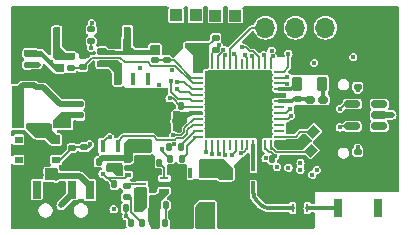
<source format=gbr>
%TF.GenerationSoftware,KiCad,Pcbnew,8.0.5*%
%TF.CreationDate,2024-12-17T02:27:59+01:00*%
%TF.ProjectId,hardware v5,68617264-7761-4726-9520-76352e6b6963,rev?*%
%TF.SameCoordinates,Original*%
%TF.FileFunction,Copper,L1,Top*%
%TF.FilePolarity,Positive*%
%FSLAX46Y46*%
G04 Gerber Fmt 4.6, Leading zero omitted, Abs format (unit mm)*
G04 Created by KiCad (PCBNEW 8.0.5) date 2024-12-17 02:27:59*
%MOMM*%
%LPD*%
G01*
G04 APERTURE LIST*
G04 Aperture macros list*
%AMRoundRect*
0 Rectangle with rounded corners*
0 $1 Rounding radius*
0 $2 $3 $4 $5 $6 $7 $8 $9 X,Y pos of 4 corners*
0 Add a 4 corners polygon primitive as box body*
4,1,4,$2,$3,$4,$5,$6,$7,$8,$9,$2,$3,0*
0 Add four circle primitives for the rounded corners*
1,1,$1+$1,$2,$3*
1,1,$1+$1,$4,$5*
1,1,$1+$1,$6,$7*
1,1,$1+$1,$8,$9*
0 Add four rect primitives between the rounded corners*
20,1,$1+$1,$2,$3,$4,$5,0*
20,1,$1+$1,$4,$5,$6,$7,0*
20,1,$1+$1,$6,$7,$8,$9,0*
20,1,$1+$1,$8,$9,$2,$3,0*%
%AMRotRect*
0 Rectangle, with rotation*
0 The origin of the aperture is its center*
0 $1 length*
0 $2 width*
0 $3 Rotation angle, in degrees counterclockwise*
0 Add horizontal line*
21,1,$1,$2,0,0,$3*%
%AMOutline4P*
0 Free polygon, 4 corners , with rotation*
0 The origin of the aperture is its center*
0 number of corners: always 4*
0 $1 to $8 corner X, Y*
0 $9 Rotation angle, in degrees counterclockwise*
0 create outline with 4 corners*
4,1,4,$1,$2,$3,$4,$5,$6,$7,$8,$1,$2,$9*%
%AMOutline5P*
0 Free polygon, 5 corners , with rotation*
0 The origin of the aperture is its center*
0 number of corners: always 5*
0 $1 to $10 corner X, Y*
0 $11 Rotation angle, in degrees counterclockwise*
0 create outline with 5 corners*
4,1,5,$1,$2,$3,$4,$5,$6,$7,$8,$9,$10,$1,$2,$11*%
%AMOutline6P*
0 Free polygon, 6 corners , with rotation*
0 The origin of the aperture is its center*
0 number of corners: always 6*
0 $1 to $12 corner X, Y*
0 $13 Rotation angle, in degrees counterclockwise*
0 create outline with 6 corners*
4,1,6,$1,$2,$3,$4,$5,$6,$7,$8,$9,$10,$11,$12,$1,$2,$13*%
%AMOutline7P*
0 Free polygon, 7 corners , with rotation*
0 The origin of the aperture is its center*
0 number of corners: always 7*
0 $1 to $14 corner X, Y*
0 $15 Rotation angle, in degrees counterclockwise*
0 create outline with 7 corners*
4,1,7,$1,$2,$3,$4,$5,$6,$7,$8,$9,$10,$11,$12,$13,$14,$1,$2,$15*%
%AMOutline8P*
0 Free polygon, 8 corners , with rotation*
0 The origin of the aperture is its center*
0 number of corners: always 8*
0 $1 to $16 corner X, Y*
0 $17 Rotation angle, in degrees counterclockwise*
0 create outline with 8 corners*
4,1,8,$1,$2,$3,$4,$5,$6,$7,$8,$9,$10,$11,$12,$13,$14,$15,$16,$1,$2,$17*%
G04 Aperture macros list end*
%TA.AperFunction,SMDPad,CuDef*%
%ADD10RoundRect,0.135000X0.185000X-0.135000X0.185000X0.135000X-0.185000X0.135000X-0.185000X-0.135000X0*%
%TD*%
%TA.AperFunction,SMDPad,CuDef*%
%ADD11RoundRect,0.140000X-0.170000X0.140000X-0.170000X-0.140000X0.170000X-0.140000X0.170000X0.140000X0*%
%TD*%
%TA.AperFunction,SMDPad,CuDef*%
%ADD12RoundRect,0.135000X-0.135000X-0.185000X0.135000X-0.185000X0.135000X0.185000X-0.135000X0.185000X0*%
%TD*%
%TA.AperFunction,SMDPad,CuDef*%
%ADD13RoundRect,0.140000X0.140000X0.170000X-0.140000X0.170000X-0.140000X-0.170000X0.140000X-0.170000X0*%
%TD*%
%TA.AperFunction,SMDPad,CuDef*%
%ADD14R,1.000000X1.000000*%
%TD*%
%TA.AperFunction,SMDPad,CuDef*%
%ADD15R,0.800000X1.600000*%
%TD*%
%TA.AperFunction,SMDPad,CuDef*%
%ADD16R,0.275000X0.700000*%
%TD*%
%TA.AperFunction,SMDPad,CuDef*%
%ADD17R,0.450000X0.245000*%
%TD*%
%TA.AperFunction,SMDPad,CuDef*%
%ADD18RotRect,0.775000X0.875000X315.000000*%
%TD*%
%TA.AperFunction,SMDPad,CuDef*%
%ADD19RoundRect,0.135000X0.135000X0.185000X-0.135000X0.185000X-0.135000X-0.185000X0.135000X-0.185000X0*%
%TD*%
%TA.AperFunction,SMDPad,CuDef*%
%ADD20RoundRect,0.160000X0.222500X0.160000X-0.222500X0.160000X-0.222500X-0.160000X0.222500X-0.160000X0*%
%TD*%
%TA.AperFunction,ComponentPad*%
%ADD21R,1.700000X1.700000*%
%TD*%
%TA.AperFunction,ComponentPad*%
%ADD22O,1.700000X1.700000*%
%TD*%
%TA.AperFunction,SMDPad,CuDef*%
%ADD23R,0.799999X0.250000*%
%TD*%
%TA.AperFunction,SMDPad,CuDef*%
%ADD24R,0.610000X1.420000*%
%TD*%
%TA.AperFunction,SMDPad,CuDef*%
%ADD25RoundRect,0.140000X-0.140000X-0.170000X0.140000X-0.170000X0.140000X0.170000X-0.140000X0.170000X0*%
%TD*%
%TA.AperFunction,SMDPad,CuDef*%
%ADD26RoundRect,0.062500X-0.375000X-0.062500X0.375000X-0.062500X0.375000X0.062500X-0.375000X0.062500X0*%
%TD*%
%TA.AperFunction,SMDPad,CuDef*%
%ADD27RoundRect,0.062500X-0.062500X-0.375000X0.062500X-0.375000X0.062500X0.375000X-0.062500X0.375000X0*%
%TD*%
%TA.AperFunction,HeatsinkPad*%
%ADD28R,5.600000X5.600000*%
%TD*%
%TA.AperFunction,SMDPad,CuDef*%
%ADD29R,0.300000X0.300000*%
%TD*%
%TA.AperFunction,SMDPad,CuDef*%
%ADD30RoundRect,0.150000X-0.512500X-0.150000X0.512500X-0.150000X0.512500X0.150000X-0.512500X0.150000X0*%
%TD*%
%TA.AperFunction,SMDPad,CuDef*%
%ADD31Outline5P,-0.650000X0.750000X0.650000X0.750000X0.650000X-0.750000X0.000000X-0.750000X-0.650000X-0.100000X270.000000*%
%TD*%
%TA.AperFunction,SMDPad,CuDef*%
%ADD32R,1.100000X3.600000*%
%TD*%
%TA.AperFunction,SMDPad,CuDef*%
%ADD33R,0.300000X0.850000*%
%TD*%
%TA.AperFunction,SMDPad,CuDef*%
%ADD34R,2.500000X1.700000*%
%TD*%
%TA.AperFunction,SMDPad,CuDef*%
%ADD35R,0.750000X1.800000*%
%TD*%
%TA.AperFunction,SMDPad,CuDef*%
%ADD36R,0.600000X1.800000*%
%TD*%
%TA.AperFunction,SMDPad,CuDef*%
%ADD37R,1.300000X0.900000*%
%TD*%
%TA.AperFunction,SMDPad,CuDef*%
%ADD38RoundRect,0.135000X-0.185000X0.135000X-0.185000X-0.135000X0.185000X-0.135000X0.185000X0.135000X0*%
%TD*%
%TA.AperFunction,SMDPad,CuDef*%
%ADD39RoundRect,0.218750X-0.218750X-0.381250X0.218750X-0.381250X0.218750X0.381250X-0.218750X0.381250X0*%
%TD*%
%TA.AperFunction,SMDPad,CuDef*%
%ADD40RoundRect,0.140000X0.170000X-0.140000X0.170000X0.140000X-0.170000X0.140000X-0.170000X-0.140000X0*%
%TD*%
%TA.AperFunction,SMDPad,CuDef*%
%ADD41R,0.700000X1.600000*%
%TD*%
%TA.AperFunction,SMDPad,CuDef*%
%ADD42R,0.700000X1.500000*%
%TD*%
%TA.AperFunction,HeatsinkPad*%
%ADD43R,1.000000X0.800000*%
%TD*%
%TA.AperFunction,SMDPad,CuDef*%
%ADD44R,0.450000X1.050000*%
%TD*%
%TA.AperFunction,SMDPad,CuDef*%
%ADD45R,4.350000X3.450000*%
%TD*%
%TA.AperFunction,SMDPad,CuDef*%
%ADD46RoundRect,0.147500X-0.172500X0.147500X-0.172500X-0.147500X0.172500X-0.147500X0.172500X0.147500X0*%
%TD*%
%TA.AperFunction,SMDPad,CuDef*%
%ADD47R,0.650000X0.600000*%
%TD*%
%TA.AperFunction,SMDPad,CuDef*%
%ADD48R,0.350000X0.700000*%
%TD*%
%TA.AperFunction,SMDPad,CuDef*%
%ADD49R,0.500000X0.350000*%
%TD*%
%TA.AperFunction,SMDPad,CuDef*%
%ADD50R,0.340000X0.330000*%
%TD*%
%TA.AperFunction,SMDPad,CuDef*%
%ADD51Outline4P,-0.450000X-0.220000X0.450000X-0.220000X0.450000X0.220000X-0.450000X0.220000X90.000000*%
%TD*%
%TA.AperFunction,ComponentPad*%
%ADD52O,1.800000X1.000000*%
%TD*%
%TA.AperFunction,ComponentPad*%
%ADD53O,2.100000X1.000000*%
%TD*%
%TA.AperFunction,ViaPad*%
%ADD54C,0.400000*%
%TD*%
%TA.AperFunction,Conductor*%
%ADD55C,0.150000*%
%TD*%
%TA.AperFunction,Conductor*%
%ADD56C,0.500000*%
%TD*%
%TA.AperFunction,Conductor*%
%ADD57C,0.300000*%
%TD*%
%TA.AperFunction,Conductor*%
%ADD58C,0.200000*%
%TD*%
%TA.AperFunction,Conductor*%
%ADD59C,0.332000*%
%TD*%
G04 APERTURE END LIST*
D10*
%TO.P,R22,1*%
%TO.N,GPSTIMEPULSE*%
X126190000Y-94120000D03*
%TO.P,R22,2*%
%TO.N,Net-(ANT2-TIMEPULSE)*%
X126190000Y-93100000D03*
%TD*%
D11*
%TO.P,C18,1*%
%TO.N,GND*%
X125590000Y-102130000D03*
%TO.P,C18,2*%
%TO.N,Net-(S3-COM_2)*%
X125590000Y-103090000D03*
%TD*%
D12*
%TO.P,R4,1*%
%TO.N,Net-(C3-Pad2)*%
X132430000Y-109520000D03*
%TO.P,R4,2*%
%TO.N,GND*%
X133450000Y-109520000D03*
%TD*%
D13*
%TO.P,C11,1*%
%TO.N,+3.3V*%
X126860000Y-104300000D03*
%TO.P,C11,2*%
%TO.N,GND*%
X125900000Y-104300000D03*
%TD*%
D11*
%TO.P,C21,1*%
%TO.N,GND*%
X135760000Y-93840000D03*
%TO.P,C21,2*%
%TO.N,+3.3V*%
X135760000Y-94800000D03*
%TD*%
D14*
%TO.P,REF\u002A\u002A,1*%
%TO.N,Net-(U1-NRST)*%
X133380000Y-91910000D03*
%TD*%
D15*
%TO.P,ANT1,1,1*%
%TO.N,Net-(FL1-OUT)*%
X147110000Y-108220000D03*
%TO.P,ANT1,2,2*%
%TO.N,unconnected-(ANT1-Pad2)*%
X150510000Y-108220000D03*
%TD*%
D16*
%TO.P,FL1,1,IN*%
%TO.N,Net-(FL1-IN)*%
X143265000Y-108230000D03*
D17*
%TO.P,FL1,2,GND*%
%TO.N,GND*%
X143877000Y-108457000D03*
D16*
%TO.P,FL1,3,OUT*%
%TO.N,Net-(FL1-OUT)*%
X144490000Y-108230000D03*
D17*
%TO.P,FL1,4,GND*%
%TO.N,GND*%
X143877000Y-108003000D03*
%TD*%
D18*
%TO.P,Y1,1,1*%
%TO.N,HSE_IN*%
X145016066Y-101765212D03*
%TO.P,Y1,2,2*%
%TO.N,GND*%
X144115212Y-102666066D03*
%TO.P,Y1,3,3*%
%TO.N,HSE_OUT*%
X144803934Y-103354788D03*
%TO.P,Y1,4,4*%
%TO.N,GND*%
X145704788Y-102453934D03*
%TD*%
D19*
%TO.P,R17,1*%
%TO.N,BAT+*%
X130160000Y-108230000D03*
%TO.P,R17,2*%
%TO.N,Net-(U1-PA4)*%
X129140000Y-108230000D03*
%TD*%
D14*
%TO.P,REF\u002A\u002A,1*%
%TO.N,SWCLK*%
X136720000Y-91930000D03*
%TD*%
D20*
%TO.P,L2,1*%
%TO.N,Net-(L1-Pad2)*%
X145852500Y-99040000D03*
%TO.P,L2,2*%
%TO.N,Net-(U1-VFBSMPS)*%
X144707500Y-99040000D03*
%TD*%
D21*
%TO.P,J3,1,Pin_1*%
%TO.N,GND*%
X148570000Y-92965000D03*
D22*
%TO.P,J3,2,Pin_2*%
%TO.N,+3.3V*%
X146030000Y-92965000D03*
%TO.P,J3,3,Pin_3*%
%TO.N,OLED_SCL*%
X143490000Y-92965000D03*
%TO.P,J3,4,Pin_4*%
%TO.N,OLED_SDA*%
X140950000Y-92965000D03*
%TD*%
D23*
%TO.P,U2,1,GND*%
%TO.N,GND*%
X130500000Y-105710000D03*
%TO.P,U2,2,\u002ACHRG*%
%TO.N,Net-(D1-K)*%
X130500000Y-106209999D03*
%TO.P,U2,3,BAT*%
%TO.N,BAT+*%
X130500000Y-106709998D03*
%TO.P,U2,4,VCC*%
%TO.N,vusb*%
X132400002Y-106709998D03*
%TO.P,U2,5,\u002AEN/\u002AACPR*%
%TO.N,GND*%
X132400002Y-106209999D03*
%TO.P,U2,6,PROG*%
%TO.N,Net-(U2-PROG)*%
X132400002Y-105710000D03*
D24*
%TO.P,U2,7,S*%
%TO.N,GND*%
X131450001Y-106209999D03*
%TD*%
D14*
%TO.P,REF\u002A\u002A,1*%
%TO.N,SWDIO*%
X138400000Y-91940000D03*
%TD*%
D25*
%TO.P,C3,1*%
%TO.N,vusb*%
X131540000Y-107980000D03*
%TO.P,C3,2*%
%TO.N,Net-(C3-Pad2)*%
X132500000Y-107980000D03*
%TD*%
D26*
%TO.P,U1,1,VBAT*%
%TO.N,+3.3V*%
X135245000Y-96680000D03*
%TO.P,U1,2,PC14*%
%TO.N,B2*%
X135245000Y-97180000D03*
%TO.P,U1,3,PC15*%
%TO.N,B1*%
X135245000Y-97680000D03*
%TO.P,U1,4,PH3*%
%TO.N,Net-(S3-COM_2)*%
X135245000Y-98180000D03*
%TO.P,U1,5,PB8*%
%TO.N,COMPASSCL*%
X135245000Y-98680000D03*
%TO.P,U1,6,PB9*%
%TO.N,COMPASSDA*%
X135245000Y-99180000D03*
%TO.P,U1,7,NRST*%
%TO.N,Net-(U1-NRST)*%
X135245000Y-99680000D03*
%TO.P,U1,8,VDDA*%
%TO.N,+3.3V*%
X135245000Y-100180000D03*
%TO.P,U1,9,PA0*%
%TO.N,ALIMGPS*%
X135245000Y-100680000D03*
%TO.P,U1,10,PA1*%
%TO.N,SPI_SCK*%
X135245000Y-101180000D03*
%TO.P,U1,11,PA2*%
%TO.N,GPSRX*%
X135245000Y-101680000D03*
%TO.P,U1,12,PA3*%
%TO.N,GPSTX*%
X135245000Y-102180000D03*
D27*
%TO.P,U1,13,PA4*%
%TO.N,Net-(U1-PA4)*%
X135932500Y-102867500D03*
%TO.P,U1,14,PA5*%
%TO.N,GPSEXTINT*%
X136432500Y-102867500D03*
%TO.P,U1,15,PA6*%
%TO.N,SPI_MISO*%
X136932500Y-102867500D03*
%TO.P,U1,16,PA7*%
%TO.N,OLED_SCL*%
X137432500Y-102867500D03*
%TO.P,U1,17,PA8*%
%TO.N,unconnected-(U1-PA8-Pad17)*%
X137932500Y-102867500D03*
%TO.P,U1,18,PA9*%
%TO.N,USART_TX*%
X138432500Y-102867500D03*
%TO.P,U1,19,PB2*%
%TO.N,unconnected-(U1-PB2-Pad19)*%
X138932500Y-102867500D03*
%TO.P,U1,20,VDD*%
%TO.N,+3.3V*%
X139432500Y-102867500D03*
%TO.P,U1,21,RF1*%
%TO.N,Net-(IC1-IN)*%
X139932500Y-102867500D03*
%TO.P,U1,22,VSSRF*%
%TO.N,GND*%
X140432500Y-102867500D03*
%TO.P,U1,23,VDDRF*%
%TO.N,+3.3V*%
X140932500Y-102867500D03*
%TO.P,U1,24,OSC_OUT*%
%TO.N,HSE_OUT*%
X141432500Y-102867500D03*
D26*
%TO.P,U1,25,OSC_IN*%
%TO.N,HSE_IN*%
X142120000Y-102180000D03*
%TO.P,U1,26,AT0*%
%TO.N,unconnected-(U1-AT0-Pad26)*%
X142120000Y-101680000D03*
%TO.P,U1,27,AT1*%
%TO.N,unconnected-(U1-AT1-Pad27)*%
X142120000Y-101180000D03*
%TO.P,U1,28,PB0*%
%TO.N,Net-(U1-PB0)*%
X142120000Y-100680000D03*
%TO.P,U1,29,PB1*%
%TO.N,Net-(U1-PB1)*%
X142120000Y-100180000D03*
%TO.P,U1,30,PE4*%
%TO.N,unconnected-(U1-PE4-Pad30)*%
X142120000Y-99680000D03*
%TO.P,U1,31,VFBSMPS*%
%TO.N,Net-(U1-VFBSMPS)*%
X142120000Y-99180000D03*
%TO.P,U1,32,VSSSMPS*%
%TO.N,GND*%
X142120000Y-98680000D03*
%TO.P,U1,33,VLXSMPS*%
%TO.N,Net-(U1-VLXSMPS)*%
X142120000Y-98180000D03*
%TO.P,U1,34,VDDSMPS*%
%TO.N,+3.3V*%
X142120000Y-97680000D03*
%TO.P,U1,35,VDD*%
X142120000Y-97180000D03*
%TO.P,U1,36,PA10*%
%TO.N,USART_RX*%
X142120000Y-96680000D03*
D27*
%TO.P,U1,37,PA11*%
%TO.N,D-*%
X141432500Y-95992500D03*
%TO.P,U1,38,PA12*%
%TO.N,D+*%
X140932500Y-95992500D03*
%TO.P,U1,39,PA13*%
%TO.N,SWDIO*%
X140432500Y-95992500D03*
%TO.P,U1,40,VDDUSB*%
%TO.N,+3.3V*%
X139932500Y-95992500D03*
%TO.P,U1,41,PA14*%
%TO.N,SWCLK*%
X139432500Y-95992500D03*
%TO.P,U1,42,PA15*%
%TO.N,unconnected-(U1-PA15-Pad42)*%
X138932500Y-95992500D03*
%TO.P,U1,43,PB3*%
%TO.N,SWO*%
X138432500Y-95992500D03*
%TO.P,U1,44,PB4*%
%TO.N,OLED_SDA*%
X137932500Y-95992500D03*
%TO.P,U1,45,PB5*%
%TO.N,SPI_MOSi*%
X137432500Y-95992500D03*
%TO.P,U1,46,PB6*%
%TO.N,GPSTIMEPULSE*%
X136932500Y-95992500D03*
%TO.P,U1,47,PB7*%
%TO.N,SPI_CS*%
X136432500Y-95992500D03*
%TO.P,U1,48,VDD*%
%TO.N,+3.3V*%
X135932500Y-95992500D03*
D28*
%TO.P,U1,49,VSS*%
%TO.N,GND*%
X138682500Y-99430000D03*
%TD*%
D29*
%TO.P,IC1,A1,OUT*%
%TO.N,Net-(FL1-IN)*%
X139930000Y-106134000D03*
%TO.P,IC1,A2,GND4*%
%TO.N,GND*%
X139930000Y-105547000D03*
%TO.P,IC1,A3,IN*%
%TO.N,Net-(IC1-IN)*%
X139930000Y-104960000D03*
%TO.P,IC1,B1,GND3*%
%TO.N,GND*%
X139430000Y-106134000D03*
%TO.P,IC1,B2,GD2*%
X139430000Y-105547000D03*
%TO.P,IC1,B3,GND1*%
X139430000Y-104960000D03*
%TD*%
D30*
%TO.P,U4,1,I/O1*%
%TO.N,USBD-*%
X148320000Y-99410000D03*
%TO.P,U4,2,GND*%
%TO.N,GND*%
X148320000Y-100360000D03*
%TO.P,U4,3,I/O2*%
%TO.N,USBD+*%
X148320000Y-101310000D03*
%TO.P,U4,4,I/O2*%
%TO.N,D+*%
X150595000Y-101310000D03*
%TO.P,U4,5,VBUS*%
%TO.N,vusb*%
X150595000Y-100360000D03*
%TO.P,U4,6,I/O1*%
%TO.N,D-*%
X150595000Y-99410000D03*
%TD*%
D10*
%TO.P,R16,1*%
%TO.N,Net-(S3-COM_2)*%
X124590000Y-103140000D03*
%TO.P,R16,2*%
%TO.N,GND*%
X124590000Y-102120000D03*
%TD*%
D14*
%TO.P,REF\u002A\u002A,1*%
%TO.N,SWO*%
X135040000Y-91900000D03*
%TD*%
D10*
%TO.P,R8,1*%
%TO.N,+3.3V*%
X127060000Y-95990000D03*
%TO.P,R8,2*%
%TO.N,Net-(S2-NO)*%
X127060000Y-94970000D03*
%TD*%
D31*
%TO.P,BT1,1,+*%
%TO.N,Net-(ANT2-V_BCKP)*%
X123760000Y-100810000D03*
D32*
%TO.P,BT1,2,-*%
%TO.N,GNDGPS*%
X119970000Y-99660000D03*
%TD*%
D14*
%TO.P,TP1,1,1*%
%TO.N,GND*%
X120210000Y-105400000D03*
%TD*%
D33*
%TO.P,IC3,1,GND*%
%TO.N,GND*%
X134590000Y-108150000D03*
%TO.P,IC3,2,EN*%
%TO.N,Net-(IC3-EN)*%
X135540000Y-108150000D03*
%TO.P,IC3,3,VIN*%
X136490000Y-108150000D03*
%TO.P,IC3,4,VOUT*%
%TO.N,+3.3V*%
X136490000Y-105250000D03*
%TO.P,IC3,5,VSENSE*%
X135540000Y-105250000D03*
%TO.P,IC3,6,ADJ/NC*%
%TO.N,unconnected-(IC3-ADJ{slash}NC-Pad6)*%
X134590000Y-105250000D03*
D34*
%TO.P,IC3,7,EP*%
%TO.N,GND*%
X135540000Y-106700000D03*
%TD*%
D11*
%TO.P,C26,1*%
%TO.N,GND*%
X134770000Y-93840000D03*
%TO.P,C26,2*%
%TO.N,+3.3V*%
X134770000Y-94800000D03*
%TD*%
D19*
%TO.P,R12,1*%
%TO.N,GPSTX*%
X133890000Y-104050000D03*
%TO.P,R12,2*%
%TO.N,Net-(ANT2-TXD)*%
X132870000Y-104050000D03*
%TD*%
D35*
%TO.P,S1,1,COM_1*%
%TO.N,GND*%
X124505000Y-93840000D03*
D36*
%TO.P,S1,2,NO*%
%TO.N,Net-(S1-NO)*%
X123280000Y-93840000D03*
D35*
%TO.P,S1,3,COM_2*%
%TO.N,GND*%
X122055000Y-93840000D03*
D37*
%TO.P,S1,MP1,MP1*%
X125130000Y-91890000D03*
%TO.P,S1,MP2,MP2*%
X121430000Y-91890000D03*
%TD*%
D38*
%TO.P,R9,1*%
%TO.N,Net-(S2-NO)*%
X131610000Y-94710000D03*
%TO.P,R9,2*%
%TO.N,B2*%
X131610000Y-95730000D03*
%TD*%
D13*
%TO.P,C23,1*%
%TO.N,GND*%
X142500000Y-104090000D03*
%TO.P,C23,2*%
%TO.N,+3.3V*%
X141540000Y-104090000D03*
%TD*%
D39*
%TO.P,L1,1*%
%TO.N,Net-(U1-VLXSMPS)*%
X143617500Y-97700000D03*
%TO.P,L1,2*%
%TO.N,Net-(L1-Pad2)*%
X145742500Y-97700000D03*
%TD*%
D19*
%TO.P,R6,1*%
%TO.N,ALIMGPS*%
X128170000Y-106230000D03*
%TO.P,R6,2*%
%TO.N,GND*%
X127150000Y-106230000D03*
%TD*%
D38*
%TO.P,R10,1*%
%TO.N,Net-(S1-NO)*%
X124480000Y-95380000D03*
%TO.P,R10,2*%
%TO.N,B1*%
X124480000Y-96400000D03*
%TD*%
D40*
%TO.P,C6,1*%
%TO.N,B2*%
X132600000Y-95710000D03*
%TO.P,C6,2*%
%TO.N,GND*%
X132600000Y-94750000D03*
%TD*%
D10*
%TO.P,R7,1*%
%TO.N,+3.3V*%
X123490000Y-96410000D03*
%TO.P,R7,2*%
%TO.N,Net-(S1-NO)*%
X123490000Y-95390000D03*
%TD*%
D25*
%TO.P,C17,1*%
%TO.N,GND*%
X132850000Y-99590000D03*
%TO.P,C17,2*%
%TO.N,Net-(U1-NRST)*%
X133810000Y-99590000D03*
%TD*%
D38*
%TO.P,R15,1*%
%TO.N,Net-(J2-CC2)*%
X148780000Y-103460000D03*
%TO.P,R15,2*%
%TO.N,GND*%
X148780000Y-104480000D03*
%TD*%
D10*
%TO.P,R13,1*%
%TO.N,SPI_CS*%
X136740000Y-94820000D03*
%TO.P,R13,2*%
%TO.N,+3.3V*%
X136740000Y-93800000D03*
%TD*%
D40*
%TO.P,C8,1*%
%TO.N,Net-(ANT2-V_BCKP)*%
X125230000Y-100390000D03*
%TO.P,C8,2*%
%TO.N,GNDGPS*%
X125230000Y-99430000D03*
%TD*%
D12*
%TO.P,R11,1*%
%TO.N,Net-(ANT2-RXD)*%
X132760000Y-103060000D03*
%TO.P,R11,2*%
%TO.N,GPSRX*%
X133780000Y-103060000D03*
%TD*%
%TO.P,R3,1*%
%TO.N,GND*%
X130960000Y-104380000D03*
%TO.P,R3,2*%
%TO.N,Net-(U2-PROG)*%
X131980000Y-104380000D03*
%TD*%
D41*
%TO.P,SW1,1,C*%
%TO.N,BAT+*%
X126080000Y-106685000D03*
D42*
%TO.P,SW1,2,B*%
%TO.N,Net-(IC3-EN)*%
X124580000Y-106685000D03*
%TO.P,SW1,3,A*%
%TO.N,vusb*%
X121580000Y-106685000D03*
D43*
%TO.P,SW1,4,S*%
%TO.N,GND*%
X120180000Y-107470000D03*
X120180000Y-109400000D03*
X127480000Y-107470000D03*
X127480000Y-109400000D03*
%TD*%
D11*
%TO.P,C5,1*%
%TO.N,+3.3V*%
X137820000Y-105480000D03*
%TO.P,C5,2*%
%TO.N,GND*%
X137820000Y-106440000D03*
%TD*%
D44*
%TO.P,IC2,1,~{CS}*%
%TO.N,SPI_CS*%
X130985000Y-97260000D03*
%TO.P,IC2,2,DO_(IO1)*%
%TO.N,SPI_MISO*%
X129715000Y-97260000D03*
%TO.P,IC2,3,~{WP_(IO2)}*%
%TO.N,+3.3V*%
X128445000Y-97260000D03*
%TO.P,IC2,4,GND*%
%TO.N,GND*%
X127175000Y-97260000D03*
%TO.P,IC2,5,DI_(IO0)*%
%TO.N,SPI_MOSi*%
X127175000Y-102960000D03*
%TO.P,IC2,6,CLK*%
%TO.N,SPI_SCK*%
X128445000Y-102960000D03*
%TO.P,IC2,7,~{HOLD_OR_RESET_(IO3)}*%
%TO.N,+3.3V*%
X129715000Y-102960000D03*
%TO.P,IC2,8,VCC*%
X130985000Y-102960000D03*
D45*
%TO.P,IC2,9,EP*%
%TO.N,GND*%
X129080000Y-100110000D03*
%TD*%
D46*
%TO.P,D1,1,K*%
%TO.N,Net-(D1-K)*%
X129210000Y-106335000D03*
%TO.P,D1,2,A*%
%TO.N,Net-(D1-A)*%
X129210000Y-107305000D03*
%TD*%
D10*
%TO.P,R14,1*%
%TO.N,Net-(J2-CC1)*%
X148750000Y-97950000D03*
%TO.P,R14,2*%
%TO.N,GND*%
X148750000Y-96930000D03*
%TD*%
D14*
%TO.P,TP2,1,1*%
%TO.N,BAT+*%
X122820000Y-105360000D03*
%TD*%
D25*
%TO.P,C15,1*%
%TO.N,GND*%
X132670000Y-101510000D03*
%TO.P,C15,2*%
%TO.N,+3.3V*%
X133630000Y-101510000D03*
%TD*%
D47*
%TO.P,S3,1,NO_1*%
%TO.N,unconnected-(S3-NO_1-Pad1)*%
X120070000Y-102450000D03*
%TO.P,S3,2,NO_2*%
%TO.N,+3.3V*%
X123220000Y-102450000D03*
%TO.P,S3,3,COM_1*%
%TO.N,unconnected-(S3-COM_1-Pad3)*%
X120070000Y-104150000D03*
%TO.P,S3,4,COM_2*%
%TO.N,Net-(S3-COM_2)*%
X123220000Y-104150000D03*
D48*
%TO.P,S3,5,GND_1*%
%TO.N,GND*%
X119920000Y-103300000D03*
%TO.P,S3,6,GND_2*%
X123370000Y-103300000D03*
%TD*%
D40*
%TO.P,C14,1*%
%TO.N,GNDGPS*%
X120830000Y-96080000D03*
%TO.P,C14,2*%
%TO.N,+3.3V*%
X120830000Y-95120000D03*
%TD*%
D49*
%TO.P,Q1,1,G*%
%TO.N,ALIMGPS*%
X129330000Y-105405000D03*
%TO.P,Q1,2,S*%
%TO.N,GND*%
X129330000Y-104755000D03*
D50*
%TO.P,Q1,3,D*%
%TO.N,GNDGPS*%
X128250000Y-105080000D03*
D51*
X128640000Y-105080000D03*
%TD*%
D19*
%TO.P,R5,1*%
%TO.N,vusb*%
X131550000Y-109530000D03*
%TO.P,R5,2*%
%TO.N,Net-(D1-A)*%
X130530000Y-109530000D03*
%TD*%
D13*
%TO.P,C4,1*%
%TO.N,Net-(IC3-EN)*%
X135340000Y-109500000D03*
%TO.P,C4,2*%
%TO.N,GND*%
X134380000Y-109500000D03*
%TD*%
D40*
%TO.P,C7,1*%
%TO.N,B1*%
X125470000Y-96290000D03*
%TO.P,C7,2*%
%TO.N,GND*%
X125470000Y-95330000D03*
%TD*%
D14*
%TO.P,REF\u002A\u002A,1*%
%TO.N,GND*%
X133350000Y-93820000D03*
%TD*%
D40*
%TO.P,C1,1*%
%TO.N,GND*%
X143700000Y-99990000D03*
%TO.P,C1,2*%
%TO.N,Net-(U1-VFBSMPS)*%
X143700000Y-99030000D03*
%TD*%
D35*
%TO.P,S2,1,COM_1*%
%TO.N,GND*%
X130505000Y-93790000D03*
D36*
%TO.P,S2,2,NO*%
%TO.N,Net-(S2-NO)*%
X129280000Y-93790000D03*
D35*
%TO.P,S2,3,COM_2*%
%TO.N,GND*%
X128055000Y-93790000D03*
D37*
%TO.P,S2,MP1,MP1*%
X131130000Y-91840000D03*
%TO.P,S2,MP2,MP2*%
X127430000Y-91840000D03*
%TD*%
D19*
%TO.P,R18,1*%
%TO.N,Net-(U1-PA4)*%
X129590000Y-109510000D03*
%TO.P,R18,2*%
%TO.N,GND*%
X128570000Y-109510000D03*
%TD*%
D25*
%TO.P,C16,1*%
%TO.N,GND*%
X132680000Y-100560000D03*
%TO.P,C16,2*%
%TO.N,+3.3V*%
X133640000Y-100560000D03*
%TD*%
D52*
%TO.P,J2,S1,SHIELD*%
%TO.N,GND*%
X151240000Y-96350000D03*
D53*
X147060000Y-96350000D03*
D52*
X151240000Y-104990000D03*
D53*
X147060000Y-104990000D03*
%TD*%
D54*
%TO.N,GND*%
X126300000Y-96390000D03*
%TO.N,GPSTIMEPULSE*%
X126190000Y-94650000D03*
X133060000Y-96550000D03*
X137390000Y-94810000D03*
%TO.N,Net-(ANT2-TIMEPULSE)*%
X126250000Y-92590000D03*
%TO.N,GPSEXTINT*%
X128090000Y-108330000D03*
X136420000Y-103640000D03*
%TO.N,GNDGPS*%
X121700000Y-96080000D03*
X127750000Y-104900000D03*
X122120000Y-98000000D03*
X128110000Y-104570000D03*
X121530000Y-98000000D03*
%TO.N,GND*%
X121430000Y-91890000D03*
X120620000Y-104950000D03*
X150430000Y-98280000D03*
X149090000Y-105540000D03*
X122770000Y-97120000D03*
X136230000Y-100910000D03*
X138350000Y-96890000D03*
X143220000Y-106520000D03*
X149930000Y-103260000D03*
X145260000Y-106520000D03*
X121640000Y-105130000D03*
X138360000Y-93700000D03*
X136340000Y-97140000D03*
X151380000Y-106520000D03*
X131840000Y-101000000D03*
X120030000Y-106430000D03*
X147060000Y-94160000D03*
X137450000Y-101240000D03*
X119780000Y-105010000D03*
X120320000Y-91470000D03*
X136150000Y-101900000D03*
X139830000Y-93610000D03*
X119820000Y-105800000D03*
X122600000Y-94870000D03*
X143160000Y-101250000D03*
X142200000Y-106520000D03*
X130820000Y-100250000D03*
X138910000Y-106540000D03*
X134060000Y-106430000D03*
X140570000Y-101920000D03*
X143440000Y-102740000D03*
X119770000Y-97230000D03*
X139370000Y-96870000D03*
X125090000Y-101470000D03*
X137270000Y-97540000D03*
X149340000Y-106520000D03*
X126290000Y-91440000D03*
X133330000Y-95060000D03*
X122920000Y-103320000D03*
X141150000Y-100950000D03*
X138270000Y-106990000D03*
X133670000Y-104790000D03*
X132980000Y-104880000D03*
X145650000Y-96580000D03*
X120590000Y-105770000D03*
X151160000Y-103200000D03*
X125130000Y-91890000D03*
X137100000Y-107090000D03*
X148640000Y-91490000D03*
X138400000Y-99310000D03*
X141140000Y-101910000D03*
X119770000Y-95840000D03*
X142210000Y-92970000D03*
X144600000Y-104770000D03*
X144680000Y-91590000D03*
X147810000Y-106520000D03*
X130350000Y-96410000D03*
X150330000Y-102310000D03*
X139850000Y-94290000D03*
X138270000Y-109030000D03*
X122810000Y-107270000D03*
X140620000Y-94220000D03*
X147710000Y-98490000D03*
X148320000Y-106520000D03*
X148830000Y-106520000D03*
X129250000Y-101410000D03*
X127390000Y-100180000D03*
X142254834Y-95284834D03*
X142710000Y-106520000D03*
X125260000Y-98410000D03*
X147680000Y-102870000D03*
X146790000Y-106520000D03*
X149130000Y-102280000D03*
X131890000Y-105050000D03*
X134180000Y-93190000D03*
X150360000Y-106520000D03*
X133610000Y-108220000D03*
X133730000Y-107250000D03*
X140140000Y-98080000D03*
X123690000Y-104750000D03*
X138270000Y-107500000D03*
X143660000Y-103890000D03*
X151440000Y-97360000D03*
X124820000Y-104340000D03*
X149990000Y-93840000D03*
X126530000Y-97480000D03*
X143730000Y-106520000D03*
X119620000Y-103290000D03*
X120500000Y-93330000D03*
X144040000Y-100990000D03*
X147300000Y-106520000D03*
X150410000Y-97380000D03*
X151750000Y-103830000D03*
X127260000Y-101240000D03*
X127300000Y-98910000D03*
X151910000Y-91440000D03*
X149810000Y-104430000D03*
X138280000Y-98070000D03*
X130610000Y-105150000D03*
X138270000Y-108010000D03*
X126290000Y-105160000D03*
X147260000Y-91500000D03*
X131130000Y-91840000D03*
X140960000Y-106540000D03*
X149270000Y-96100000D03*
X123980000Y-102590000D03*
X151890000Y-106520000D03*
X133350000Y-93820000D03*
X148240000Y-94180000D03*
X123990000Y-91440000D03*
X141690000Y-106520000D03*
X151420000Y-98330000D03*
X151950000Y-94110000D03*
X125650000Y-94550000D03*
X144750000Y-106520000D03*
X131980000Y-97790000D03*
X121260000Y-109500000D03*
X133600000Y-94590000D03*
X139420000Y-91460000D03*
X135870000Y-91390000D03*
X141950000Y-91490000D03*
X138270000Y-108520000D03*
X119820000Y-94310000D03*
X137820000Y-101920000D03*
X119660000Y-92000000D03*
X148310000Y-101990000D03*
X137390000Y-109610000D03*
X129280000Y-91460000D03*
X149850000Y-106520000D03*
X142340000Y-102840000D03*
X129100000Y-98890000D03*
X144240000Y-106520000D03*
X121160000Y-94310000D03*
X127430000Y-91840000D03*
X120120000Y-108490000D03*
X138270000Y-109540000D03*
X122700000Y-92360000D03*
X149970000Y-96060000D03*
X130820000Y-101380000D03*
X122840000Y-106450000D03*
X150870000Y-106520000D03*
X151640000Y-102310000D03*
X141150000Y-98100000D03*
X137560000Y-91420000D03*
X146280000Y-106520000D03*
X119630000Y-101820000D03*
X123340000Y-108700000D03*
X145770000Y-106520000D03*
X122490000Y-91430000D03*
X135290000Y-93160000D03*
X136240000Y-98010000D03*
X131770000Y-99750000D03*
X149890000Y-91610000D03*
X132150000Y-91470000D03*
X124490000Y-97620000D03*
X125490000Y-97440000D03*
X134200000Y-91430000D03*
X150920000Y-94920000D03*
%TO.N,+3.3V*%
X135920000Y-95280000D03*
X137560000Y-104730000D03*
X137060000Y-104410000D03*
X130360000Y-102760000D03*
X133330000Y-100220000D03*
X122100000Y-101330000D03*
X135270000Y-94750000D03*
X136510000Y-104430000D03*
X142820000Y-97140000D03*
X143920000Y-104400000D03*
X134320000Y-94480000D03*
X136020000Y-104430000D03*
X127840000Y-95980000D03*
X137150000Y-105320000D03*
X122770000Y-95900000D03*
X141758656Y-103854826D03*
X143910000Y-104990000D03*
X129320000Y-104170000D03*
X142820000Y-97690000D03*
X138868083Y-103605000D03*
X120910000Y-101340000D03*
X128320000Y-96440000D03*
X133250000Y-100860831D03*
X130380000Y-103240000D03*
X139833442Y-95395000D03*
%TO.N,vusb*%
X131359997Y-108980000D03*
X131860000Y-108980000D03*
X121580000Y-107080000D03*
X145300000Y-105010000D03*
X121570000Y-106370000D03*
X151650000Y-100330000D03*
X144915000Y-105395000D03*
%TO.N,Net-(IC3-EN)*%
X135360000Y-108890000D03*
X136210000Y-108800000D03*
X135800000Y-108900000D03*
X123660000Y-107980000D03*
%TO.N,Net-(U1-NRST)*%
X133380000Y-91910000D03*
X132830000Y-98940000D03*
%TO.N,SPI_MOSi*%
X127780000Y-102220000D03*
X137557500Y-95295095D03*
%TO.N,SPI_MISO*%
X136990000Y-103680000D03*
X129715000Y-97260000D03*
%TO.N,SPI_CS*%
X130985000Y-97260000D03*
X137010000Y-94450000D03*
%TO.N,COMPASSDA*%
X132950000Y-97500000D03*
X142900000Y-104810000D03*
X141478477Y-94897064D03*
%TO.N,COMPASSCL*%
X133499998Y-98155000D03*
X141940251Y-104764958D03*
%TO.N,USART_RX*%
X140960000Y-103999240D03*
X142900000Y-95170000D03*
%TO.N,USART_TX*%
X138100000Y-103700000D03*
%TO.N,OLED_SCL*%
X137530000Y-103700000D03*
%TO.N,ALIMGPS*%
X133130000Y-102060000D03*
X127170000Y-105310000D03*
%TO.N,Net-(U1-PA4)*%
X129180000Y-108910000D03*
X135900002Y-103510000D03*
%TO.N,BAT+*%
X122450000Y-105110000D03*
X130200000Y-107700000D03*
X130720000Y-107700000D03*
X123220000Y-105680000D03*
X123210000Y-105110000D03*
X122490000Y-105660000D03*
%TO.N,SWDIO*%
X138930000Y-94610000D03*
X138400000Y-91940000D03*
%TO.N,SWCLK*%
X136720000Y-91930000D03*
X139230000Y-95280000D03*
%TO.N,SWO*%
X135040000Y-91900000D03*
X138307500Y-95190000D03*
%TO.N,D+*%
X150595000Y-101310000D03*
X140790000Y-95283906D03*
%TO.N,D-*%
X141558903Y-95390555D03*
X150595000Y-99410000D03*
%TO.N,Net-(U1-PB0)*%
X148384659Y-95447254D03*
X143120000Y-100410000D03*
%TO.N,Net-(U1-PB1)*%
X145070000Y-95950000D03*
X143050000Y-99810000D03*
%TO.N,Net-(ANT2-RXD)*%
X133214488Y-102810000D03*
%TO.N,Net-(ANT2-TXD)*%
X132190002Y-103188079D03*
%TO.N,Net-(ANT2-V_BCKP)*%
X123765000Y-100805000D03*
%TO.N,USBD-*%
X147270000Y-99830000D03*
%TO.N,Net-(J2-CC1)*%
X148750000Y-98240000D03*
%TO.N,USBD+*%
X147240000Y-101400000D03*
%TO.N,Net-(J2-CC2)*%
X148760000Y-103100000D03*
%TO.N,Net-(S3-COM_2)*%
X126090000Y-102840000D03*
X133499998Y-97560000D03*
%TD*%
D55*
%TO.N,GPSTIMEPULSE*%
X126190000Y-94120000D02*
X126190000Y-94650000D01*
%TO.N,SPI_CS*%
X137010000Y-94550000D02*
X136740000Y-94820000D01*
X137010000Y-94450000D02*
X137010000Y-94550000D01*
%TO.N,GPSTIMEPULSE*%
X137390000Y-94932264D02*
X136932500Y-95389764D01*
X137390000Y-94810000D02*
X137390000Y-94932264D01*
X136932500Y-95389764D02*
X136932500Y-95992500D01*
%TO.N,SPI_MOSi*%
X137557500Y-95295095D02*
X137432500Y-95420095D01*
X137432500Y-95420095D02*
X137432500Y-95992500D01*
%TO.N,Net-(ANT2-TIMEPULSE)*%
X126190000Y-92650000D02*
X126250000Y-92590000D01*
X126190000Y-93100000D02*
X126190000Y-92650000D01*
%TO.N,B1*%
X133281446Y-96175000D02*
X134786446Y-97680000D01*
X131285000Y-96175000D02*
X133281446Y-96175000D01*
X129060000Y-95900000D02*
X131010000Y-95900000D01*
X128660000Y-95500000D02*
X129060000Y-95900000D01*
X131010000Y-95900000D02*
X131285000Y-96175000D01*
X126260000Y-95500000D02*
X128660000Y-95500000D01*
X125470000Y-96290000D02*
X126260000Y-95500000D01*
X134786446Y-97680000D02*
X135245000Y-97680000D01*
X124480000Y-96400000D02*
X125360000Y-96400000D01*
X125360000Y-96400000D02*
X125470000Y-96290000D01*
%TO.N,GPSEXTINT*%
X136432500Y-103627500D02*
X136420000Y-103640000D01*
X136432500Y-102867500D02*
X136432500Y-103627500D01*
D56*
%TO.N,GNDGPS*%
X121500000Y-97970000D02*
X121360000Y-97830000D01*
X122150000Y-98000000D02*
X122120000Y-98000000D01*
X125230000Y-99430000D02*
X123580000Y-99430000D01*
X121530000Y-98000000D02*
X121500000Y-97970000D01*
X121360000Y-97830000D02*
X120410000Y-97830000D01*
X123580000Y-99430000D02*
X122150000Y-98000000D01*
X121700000Y-96080000D02*
X120830000Y-96080000D01*
X119970000Y-98270000D02*
X119970000Y-99660000D01*
X122120000Y-98000000D02*
X121530000Y-98000000D01*
X120410000Y-97830000D02*
X119970000Y-98270000D01*
D57*
%TO.N,Net-(U1-VFBSMPS)*%
X143210000Y-99180000D02*
X143360000Y-99030000D01*
X144875000Y-99030000D02*
X143700000Y-99030000D01*
X143360000Y-99030000D02*
X143700000Y-99030000D01*
X142120000Y-99180000D02*
X143210000Y-99180000D01*
D55*
%TO.N,GND*%
X133250000Y-109450000D02*
X133310000Y-109510000D01*
D58*
%TO.N,+3.3V*%
X136740000Y-93820000D02*
X135760000Y-94800000D01*
X141259536Y-103505000D02*
X140932500Y-103177964D01*
X142820000Y-97140000D02*
X142780000Y-97180000D01*
X138968083Y-103505000D02*
X139105464Y-103505000D01*
X139833442Y-95395000D02*
X139932500Y-95494058D01*
D56*
X129170000Y-104020000D02*
X127140000Y-104020000D01*
D58*
X138868083Y-103605000D02*
X138968083Y-103505000D01*
X141540000Y-104073482D02*
X141540000Y-104090000D01*
X142780000Y-97180000D02*
X142120000Y-97180000D01*
X141758656Y-103854826D02*
X141540000Y-104073482D01*
D56*
X129320000Y-104170000D02*
X129170000Y-104020000D01*
D58*
X139432500Y-103177964D02*
X139432500Y-102867500D01*
X139105464Y-103505000D02*
X139432500Y-103177964D01*
X139932500Y-95494058D02*
X139932500Y-95992500D01*
X141408830Y-103505000D02*
X141259536Y-103505000D01*
X136740000Y-93800000D02*
X136740000Y-93820000D01*
D56*
X127140000Y-104020000D02*
X126860000Y-104300000D01*
D58*
X140932500Y-103177964D02*
X140932500Y-102867500D01*
X142810000Y-97680000D02*
X142120000Y-97680000D01*
X141758656Y-103854826D02*
X141408830Y-103505000D01*
X142820000Y-97690000D02*
X142810000Y-97680000D01*
D56*
%TO.N,vusb*%
X150625000Y-100330000D02*
X150595000Y-100360000D01*
X151650000Y-100330000D02*
X150625000Y-100330000D01*
D55*
%TO.N,Net-(C3-Pad2)*%
X132500000Y-109450000D02*
X132430000Y-109520000D01*
X132500000Y-107980000D02*
X132500000Y-109450000D01*
D56*
%TO.N,Net-(IC3-EN)*%
X124580000Y-107060000D02*
X124580000Y-106685000D01*
X123660000Y-107980000D02*
X124580000Y-107060000D01*
D55*
%TO.N,B2*%
X132600000Y-95710000D02*
X133170000Y-95710000D01*
X133260000Y-95800000D02*
X134640000Y-97180000D01*
X131610000Y-95730000D02*
X132580000Y-95730000D01*
X134640000Y-97180000D02*
X135245000Y-97180000D01*
X133170000Y-95710000D02*
X133260000Y-95800000D01*
X132580000Y-95730000D02*
X132600000Y-95710000D01*
%TO.N,Net-(U1-NRST)*%
X133756446Y-99590000D02*
X133106446Y-98940000D01*
X133805909Y-99680000D02*
X135245000Y-99680000D01*
X133810000Y-99590000D02*
X133756446Y-99590000D01*
X133106446Y-98940000D02*
X132830000Y-98940000D01*
%TO.N,Net-(D1-A)*%
X129595000Y-108595000D02*
X130530000Y-109530000D01*
X129595000Y-107382500D02*
X129595000Y-108595000D01*
X129430000Y-107217500D02*
X129595000Y-107382500D01*
%TO.N,Net-(D1-K)*%
X130500000Y-106209999D02*
X129430000Y-106209999D01*
X129430000Y-106209999D02*
X129430000Y-106402500D01*
D59*
%TO.N,Net-(FL1-OUT)*%
X147100000Y-108230000D02*
X147110000Y-108220000D01*
X144490000Y-108230000D02*
X147100000Y-108230000D01*
%TO.N,Net-(FL1-IN)*%
X139930000Y-106134000D02*
X139930000Y-106915786D01*
X140222893Y-107622893D02*
X140537107Y-107937107D01*
X141244214Y-108230000D02*
X143265000Y-108230000D01*
X140537107Y-107937107D02*
G75*
G03*
X141244214Y-108229990I707093J707107D01*
G01*
X139930000Y-106915786D02*
G75*
G03*
X140222886Y-107622900I1000000J-14D01*
G01*
%TO.N,Net-(IC1-IN)*%
X139932500Y-104957500D02*
X139930000Y-104960000D01*
X139932500Y-102867500D02*
X139932500Y-104957500D01*
D55*
%TO.N,SPI_MOSi*%
X127175000Y-102645000D02*
X127175000Y-102960000D01*
X127600000Y-102220000D02*
X127175000Y-102645000D01*
X127780000Y-102220000D02*
X127600000Y-102220000D01*
%TO.N,SPI_SCK*%
X128910000Y-102140000D02*
X128445000Y-102605000D01*
X134335000Y-101917912D02*
X133942912Y-102310000D01*
X135245000Y-101180000D02*
X134807501Y-101180000D01*
X133285331Y-102435000D02*
X131795000Y-102435000D01*
X134335000Y-101652501D02*
X134335000Y-101917912D01*
X133410331Y-102310000D02*
X133285331Y-102435000D01*
X131795000Y-102435000D02*
X131500000Y-102140000D01*
X128445000Y-102605000D02*
X128445000Y-102960000D01*
X134807501Y-101180000D02*
X134335000Y-101652501D01*
X131500000Y-102140000D02*
X128910000Y-102140000D01*
X133942912Y-102310000D02*
X133410331Y-102310000D01*
%TO.N,SPI_MISO*%
X136932500Y-102867500D02*
X136932500Y-103622500D01*
X136932500Y-103622500D02*
X136990000Y-103680000D01*
%TO.N,SPI_CS*%
X136432500Y-95992500D02*
X136432500Y-95127500D01*
X136432500Y-95127500D02*
X136740000Y-94820000D01*
%TO.N,COMPASSDA*%
X134530000Y-99000000D02*
X134710000Y-99180000D01*
X132950000Y-97500000D02*
X132950000Y-98430000D01*
X134710000Y-99180000D02*
X135245000Y-99180000D01*
X132950000Y-98430000D02*
X133520000Y-99000000D01*
X133520000Y-99000000D02*
X134530000Y-99000000D01*
%TO.N,COMPASSCL*%
X133499998Y-98155000D02*
X133734998Y-98390000D01*
X134750000Y-98680000D02*
X135245000Y-98680000D01*
X133734998Y-98390000D02*
X134460000Y-98390000D01*
X134460000Y-98390000D02*
X134750000Y-98680000D01*
%TO.N,USART_RX*%
X142900000Y-95170000D02*
X142900000Y-96290000D01*
X142900000Y-96290000D02*
X142510000Y-96680000D01*
X142510000Y-96680000D02*
X142120000Y-96680000D01*
%TO.N,USART_TX*%
X138432500Y-103367500D02*
X138432500Y-102867500D01*
X138100000Y-103700000D02*
X138432500Y-103367500D01*
%TO.N,OLED_SCL*%
X137432500Y-102867500D02*
X137432500Y-103602500D01*
X137432500Y-103602500D02*
X137530000Y-103700000D01*
%TO.N,OLED_SDA*%
X137932500Y-94780419D02*
X137932500Y-95992500D01*
X140950000Y-92965000D02*
X139747919Y-92965000D01*
X139747919Y-92965000D02*
X137932500Y-94780419D01*
D57*
%TO.N,Net-(L1-Pad2)*%
X145850000Y-97807500D02*
X145850000Y-99025000D01*
X145850000Y-99025000D02*
X145845000Y-99030000D01*
X145742500Y-97700000D02*
X145850000Y-97807500D01*
%TO.N,Net-(U1-VLXSMPS)*%
X142120000Y-98180000D02*
X143137500Y-98180000D01*
X143137500Y-98180000D02*
X143617500Y-97700000D01*
D55*
%TO.N,ALIMGPS*%
X129330000Y-105480000D02*
X129330000Y-105405000D01*
X127170000Y-105310000D02*
X127250000Y-105310000D01*
X129330000Y-105405000D02*
X129030000Y-105705000D01*
X134085000Y-101485000D02*
X134890000Y-100680000D01*
X129330000Y-105405000D02*
X129249828Y-105405000D01*
X128170000Y-106230000D02*
X127645000Y-105705000D01*
X134890000Y-100680000D02*
X135245000Y-100680000D01*
X133839358Y-102060000D02*
X134085000Y-101814358D01*
X127565000Y-105705000D02*
X127170000Y-105310000D01*
X134085000Y-101814358D02*
X134085000Y-101485000D01*
X133130000Y-102060000D02*
X133839358Y-102060000D01*
X127645000Y-105705000D02*
X127565000Y-105705000D01*
X129030000Y-105705000D02*
X127565000Y-105705000D01*
%TO.N,Net-(U2-PROG)*%
X132400002Y-104800002D02*
X131980000Y-104380000D01*
X132400002Y-105710000D02*
X132400002Y-104800002D01*
%TO.N,GPSRX*%
X134969892Y-101680000D02*
X133780000Y-102869892D01*
X135245000Y-101680000D02*
X134969892Y-101680000D01*
X133780000Y-102869892D02*
X133780000Y-103060000D01*
%TO.N,GPSTX*%
X134305000Y-102955000D02*
X134305000Y-103635000D01*
X135245000Y-102180000D02*
X135080000Y-102180000D01*
X135080000Y-102180000D02*
X134305000Y-102955000D01*
X134305000Y-103635000D02*
X133890000Y-104050000D01*
%TO.N,Net-(U1-PA4)*%
X129590000Y-109320000D02*
X129590000Y-109510000D01*
X135932500Y-103477502D02*
X135932500Y-102867500D01*
X135900002Y-103510000D02*
X135932500Y-103477502D01*
X129180000Y-108910000D02*
X129140000Y-108870000D01*
X129180000Y-108910000D02*
X129590000Y-109320000D01*
X129140000Y-108870000D02*
X129140000Y-108230000D01*
D56*
%TO.N,BAT+*%
X125225000Y-105530000D02*
X123370000Y-105530000D01*
X126080000Y-106685000D02*
X126080000Y-106385000D01*
X126080000Y-106385000D02*
X125225000Y-105530000D01*
X123370000Y-105530000D02*
X123220000Y-105680000D01*
X126080000Y-106235000D02*
X126080000Y-106685000D01*
D55*
%TO.N,SWDIO*%
X139935344Y-94966573D02*
X140432500Y-95463729D01*
X138930000Y-94610000D02*
X139270000Y-94610000D01*
X139626573Y-94966573D02*
X139935344Y-94966573D01*
X140432500Y-95463729D02*
X140432500Y-95992500D01*
X139270000Y-94610000D02*
X139626573Y-94966573D01*
%TO.N,SWCLK*%
X139432500Y-95482500D02*
X139432500Y-95992500D01*
X139230000Y-95280000D02*
X139432500Y-95482500D01*
%TO.N,SWO*%
X138432500Y-95315000D02*
X138432500Y-95992500D01*
X138307500Y-95190000D02*
X138432500Y-95315000D01*
D58*
%TO.N,D+*%
X140932500Y-95426406D02*
X140790000Y-95283906D01*
X140932500Y-95992500D02*
X140932500Y-95426406D01*
D55*
%TO.N,HSE_OUT*%
X144658722Y-103500000D02*
X141880000Y-103500000D01*
X144803934Y-103354788D02*
X144658722Y-103500000D01*
X141880000Y-103500000D02*
X141432500Y-103052500D01*
X141432500Y-103052500D02*
X141432500Y-102867500D01*
D58*
%TO.N,D-*%
X141432500Y-95516958D02*
X141432500Y-95992500D01*
X141558903Y-95390555D02*
X141432500Y-95516958D01*
D55*
%TO.N,HSE_IN*%
X142120000Y-102180000D02*
X143504504Y-102180000D01*
X143919292Y-101765212D02*
X145016066Y-101765212D01*
X143504504Y-102180000D02*
X143919292Y-101765212D01*
%TO.N,Net-(U1-PB0)*%
X143120000Y-100410000D02*
X142850000Y-100680000D01*
X142850000Y-100680000D02*
X142120000Y-100680000D01*
%TO.N,Net-(U1-PB1)*%
X143050000Y-99810000D02*
X142680000Y-100180000D01*
X142680000Y-100180000D02*
X142120000Y-100180000D01*
%TO.N,Net-(ANT2-RXD)*%
X133010000Y-102810000D02*
X132760000Y-103060000D01*
X133214488Y-102810000D02*
X133010000Y-102810000D01*
%TO.N,Net-(ANT2-TXD)*%
X132190002Y-103188079D02*
X132190002Y-103370002D01*
X132190002Y-103370002D02*
X132870000Y-104050000D01*
D56*
%TO.N,Net-(ANT2-V_BCKP)*%
X125230000Y-100390000D02*
X124180000Y-100390000D01*
X124180000Y-100390000D02*
X123765000Y-100805000D01*
X123765000Y-100805000D02*
X123760000Y-100810000D01*
D55*
%TO.N,USBD-*%
X148320000Y-99410000D02*
X147690000Y-99410000D01*
X147690000Y-99410000D02*
X147270000Y-99830000D01*
%TO.N,USBD+*%
X148320000Y-101310000D02*
X147330000Y-101310000D01*
X147330000Y-101310000D02*
X147240000Y-101400000D01*
%TO.N,Net-(S3-COM_2)*%
X134090000Y-97560000D02*
X134710000Y-98180000D01*
X125990000Y-103090000D02*
X125590000Y-103090000D01*
X123220000Y-104150000D02*
X123580000Y-104150000D01*
X123580000Y-104150000D02*
X124590000Y-103140000D01*
X126090000Y-102840000D02*
X126090000Y-102990000D01*
X134710000Y-98180000D02*
X135245000Y-98180000D01*
X124640000Y-103090000D02*
X124590000Y-103140000D01*
X126090000Y-102990000D02*
X125990000Y-103090000D01*
X125590000Y-103090000D02*
X124640000Y-103090000D01*
X133499998Y-97560000D02*
X134090000Y-97560000D01*
%TD*%
%TA.AperFunction,Conductor*%
%TO.N,GNDGPS*%
G36*
X128803039Y-104440185D02*
G01*
X128848794Y-104492989D01*
X128860000Y-104544500D01*
X128860000Y-105355500D01*
X128840315Y-105422539D01*
X128787511Y-105468294D01*
X128736000Y-105479500D01*
X128350862Y-105479500D01*
X128283823Y-105459815D01*
X128263181Y-105443181D01*
X127980000Y-105160000D01*
X127614000Y-105160000D01*
X127546961Y-105140315D01*
X127501206Y-105087511D01*
X127490000Y-105036000D01*
X127490000Y-104544500D01*
X127509685Y-104477461D01*
X127562489Y-104431706D01*
X127614000Y-104420500D01*
X128736000Y-104420500D01*
X128803039Y-104440185D01*
G37*
%TD.AperFunction*%
%TD*%
%TA.AperFunction,Conductor*%
%TO.N,Net-(S1-NO)*%
G36*
X123533039Y-92939685D02*
G01*
X123578794Y-92992489D01*
X123590000Y-93044000D01*
X123590000Y-94610000D01*
X124040000Y-95060000D01*
X124676000Y-95060000D01*
X124743039Y-95079685D01*
X124788794Y-95132489D01*
X124800000Y-95184000D01*
X124800000Y-95546000D01*
X124780315Y-95613039D01*
X124727511Y-95658794D01*
X124676000Y-95670000D01*
X123231362Y-95670000D01*
X123164323Y-95650315D01*
X123143681Y-95633681D01*
X123026319Y-95516319D01*
X122992834Y-95454996D01*
X122990000Y-95428638D01*
X122990000Y-94750000D01*
X122989439Y-94748646D01*
X122980000Y-94701193D01*
X122980000Y-93044000D01*
X122999685Y-92976961D01*
X123052489Y-92931206D01*
X123104000Y-92920000D01*
X123466000Y-92920000D01*
X123533039Y-92939685D01*
G37*
%TD.AperFunction*%
%TD*%
%TA.AperFunction,Conductor*%
%TO.N,+3.3V*%
G36*
X131263039Y-102385185D02*
G01*
X131308794Y-102437989D01*
X131320000Y-102489500D01*
X131320000Y-103426000D01*
X131300315Y-103493039D01*
X131247511Y-103538794D01*
X131196000Y-103550000D01*
X129749999Y-103550000D01*
X129700000Y-103599999D01*
X129700000Y-104208638D01*
X129680315Y-104275677D01*
X129663681Y-104296319D01*
X129596319Y-104363681D01*
X129534996Y-104397166D01*
X129508638Y-104400000D01*
X129114000Y-104400000D01*
X129046961Y-104380315D01*
X129001206Y-104327511D01*
X128990000Y-104276000D01*
X128990000Y-102801362D01*
X129009685Y-102734323D01*
X129026319Y-102713681D01*
X129338181Y-102401819D01*
X129399504Y-102368334D01*
X129425862Y-102365500D01*
X131196000Y-102365500D01*
X131263039Y-102385185D01*
G37*
%TD.AperFunction*%
%TD*%
%TA.AperFunction,Conductor*%
%TO.N,+3.3V*%
G36*
X137415677Y-104089685D02*
G01*
X137436319Y-104106319D01*
X138163681Y-104833681D01*
X138197166Y-104895004D01*
X138200000Y-104921362D01*
X138200000Y-105706000D01*
X138180315Y-105773039D01*
X138127511Y-105818794D01*
X138076000Y-105830000D01*
X137081362Y-105830000D01*
X137014323Y-105810315D01*
X136993681Y-105793681D01*
X136880000Y-105680000D01*
X135454000Y-105680000D01*
X135386961Y-105660315D01*
X135341206Y-105607511D01*
X135330000Y-105556000D01*
X135330000Y-104872809D01*
X135330128Y-104867178D01*
X135360983Y-104188369D01*
X135383691Y-104122293D01*
X135438518Y-104078983D01*
X135484855Y-104070000D01*
X137348638Y-104070000D01*
X137415677Y-104089685D01*
G37*
%TD.AperFunction*%
%TD*%
%TA.AperFunction,Conductor*%
%TO.N,+3.3V*%
G36*
X136158374Y-94275956D02*
G01*
X136195407Y-94335205D01*
X136200000Y-94368641D01*
X136200000Y-95450916D01*
X136180315Y-95517955D01*
X136179104Y-95519805D01*
X136169357Y-95534392D01*
X136157000Y-95596515D01*
X136157000Y-96271638D01*
X136137315Y-96338677D01*
X136120681Y-96359319D01*
X136076319Y-96403681D01*
X136014996Y-96437166D01*
X135988638Y-96440000D01*
X135829999Y-96440000D01*
X135690000Y-96579999D01*
X135690000Y-96676000D01*
X135670315Y-96743039D01*
X135617511Y-96788794D01*
X135566000Y-96800000D01*
X134934000Y-96800000D01*
X134866961Y-96780315D01*
X134821206Y-96727511D01*
X134810000Y-96676000D01*
X134810000Y-95270000D01*
X134757147Y-95217147D01*
X134731046Y-95200940D01*
X134160129Y-94701567D01*
X134122629Y-94642614D01*
X134117866Y-94613200D01*
X134109408Y-94401988D01*
X134126395Y-94334216D01*
X134177325Y-94286385D01*
X134231004Y-94273049D01*
X134522348Y-94267641D01*
X134538922Y-94268445D01*
X134556627Y-94270500D01*
X134983372Y-94270499D01*
X134989596Y-94269777D01*
X135007657Y-94267683D01*
X135007659Y-94267682D01*
X135007662Y-94267682D01*
X135007664Y-94267681D01*
X135016658Y-94265234D01*
X135016858Y-94265971D01*
X135054003Y-94257771D01*
X135454550Y-94250335D01*
X135506931Y-94260879D01*
X135522338Y-94267682D01*
X135546627Y-94270500D01*
X135973372Y-94270499D01*
X135979596Y-94269777D01*
X135997657Y-94267683D01*
X135997658Y-94267682D01*
X135997662Y-94267682D01*
X136025913Y-94255207D01*
X136095189Y-94246135D01*
X136158374Y-94275956D01*
G37*
%TD.AperFunction*%
%TD*%
%TA.AperFunction,Conductor*%
%TO.N,Net-(IC3-EN)*%
G36*
X136663039Y-107739685D02*
G01*
X136708794Y-107792489D01*
X136720000Y-107844000D01*
X136720000Y-109835500D01*
X136700315Y-109902539D01*
X136647511Y-109948294D01*
X136596000Y-109959500D01*
X135144000Y-109959500D01*
X135076961Y-109939815D01*
X135031206Y-109887011D01*
X135020000Y-109835500D01*
X135020000Y-108151362D01*
X135039685Y-108084323D01*
X135056319Y-108063681D01*
X135363681Y-107756319D01*
X135425004Y-107722834D01*
X135451362Y-107720000D01*
X136596000Y-107720000D01*
X136663039Y-107739685D01*
G37*
%TD.AperFunction*%
%TD*%
%TA.AperFunction,Conductor*%
%TO.N,BAT+*%
G36*
X130029034Y-106475720D02*
G01*
X130029300Y-106474384D01*
X130085177Y-106485499D01*
X130836000Y-106485499D01*
X130903039Y-106505184D01*
X130948794Y-106557988D01*
X130960000Y-106609499D01*
X130960000Y-108018638D01*
X130940315Y-108085677D01*
X130923681Y-108106319D01*
X130496319Y-108533681D01*
X130434996Y-108567166D01*
X130408638Y-108570000D01*
X129944500Y-108570000D01*
X129877461Y-108550315D01*
X129831706Y-108497511D01*
X129820500Y-108446000D01*
X129820500Y-107328006D01*
X129820000Y-107322924D01*
X129820000Y-106641362D01*
X129839685Y-106574323D01*
X129856319Y-106553681D01*
X129903681Y-106506319D01*
X129965004Y-106472834D01*
X129991362Y-106470000D01*
X130000278Y-106470000D01*
X130029034Y-106475720D01*
G37*
%TD.AperFunction*%
%TD*%
%TA.AperFunction,Conductor*%
%TO.N,+3.3V*%
G36*
X135623039Y-100069685D02*
G01*
X135668794Y-100122489D01*
X135680000Y-100174000D01*
X135680000Y-100204515D01*
X135660315Y-100271554D01*
X135607511Y-100317309D01*
X135554524Y-100328506D01*
X134840002Y-100319999D01*
X134290000Y-100587647D01*
X134278873Y-100924879D01*
X134256988Y-100991233D01*
X134242622Y-101008471D01*
X134154574Y-101096520D01*
X133957265Y-101293829D01*
X133893830Y-101357263D01*
X133893830Y-101357265D01*
X133859499Y-101440144D01*
X133859499Y-101544288D01*
X133859500Y-101544297D01*
X133859500Y-101669589D01*
X133839815Y-101736628D01*
X133823180Y-101757272D01*
X133797012Y-101783439D01*
X133735688Y-101816923D01*
X133713879Y-101819673D01*
X133450995Y-101829320D01*
X133383279Y-101812107D01*
X133358767Y-101793084D01*
X133338592Y-101772909D01*
X133338589Y-101772907D01*
X133338587Y-101772905D01*
X133239661Y-101722500D01*
X133239660Y-101722499D01*
X133239655Y-101722497D01*
X133234392Y-101720787D01*
X133176718Y-101681347D01*
X133149523Y-101616987D01*
X133148859Y-101608827D01*
X133140730Y-101440144D01*
X133120267Y-101015560D01*
X133120231Y-101004441D01*
X133123544Y-100924879D01*
X133154997Y-100169487D01*
X133177453Y-100103329D01*
X133232115Y-100059810D01*
X133280251Y-100050657D01*
X134130000Y-100060000D01*
X134839148Y-100050012D01*
X134840894Y-100050000D01*
X135556000Y-100050000D01*
X135623039Y-100069685D01*
G37*
%TD.AperFunction*%
%TD*%
%TA.AperFunction,Conductor*%
%TO.N,+3.3V*%
G36*
X128561177Y-95745185D02*
G01*
X128581819Y-95761819D01*
X128743681Y-95923681D01*
X128777166Y-95985004D01*
X128780000Y-96011362D01*
X128780000Y-97686000D01*
X128760315Y-97753039D01*
X128707511Y-97798794D01*
X128656000Y-97810000D01*
X128234000Y-97810000D01*
X128166961Y-97790315D01*
X128121206Y-97737511D01*
X128110000Y-97686000D01*
X128110000Y-96700000D01*
X127700000Y-96290000D01*
X126824000Y-96290000D01*
X126756961Y-96270315D01*
X126711206Y-96217511D01*
X126700000Y-96166000D01*
X126700000Y-95849500D01*
X126719685Y-95782461D01*
X126772489Y-95736706D01*
X126824000Y-95725500D01*
X128494138Y-95725500D01*
X128561177Y-95745185D01*
G37*
%TD.AperFunction*%
%TD*%
%TA.AperFunction,Conductor*%
%TO.N,+3.3V*%
G36*
X121558669Y-94839685D02*
G01*
X121561289Y-94841796D01*
X121561341Y-94841719D01*
X121571496Y-94848504D01*
X121621278Y-94881767D01*
X121621281Y-94881767D01*
X121621282Y-94881768D01*
X121665177Y-94890500D01*
X121665180Y-94890500D01*
X121979138Y-94890500D01*
X122046177Y-94910185D01*
X122066819Y-94926819D01*
X123130000Y-95990000D01*
X123748638Y-95990000D01*
X123815677Y-96009685D01*
X123836319Y-96026319D01*
X123863681Y-96053681D01*
X123897166Y-96115004D01*
X123900000Y-96141362D01*
X123900000Y-96576000D01*
X123880315Y-96643039D01*
X123827511Y-96688794D01*
X123776000Y-96700000D01*
X123271362Y-96700000D01*
X123204323Y-96680315D01*
X123183681Y-96663681D01*
X121930000Y-95410000D01*
X120644000Y-95410000D01*
X120576961Y-95390315D01*
X120531206Y-95337511D01*
X120520000Y-95286000D01*
X120520000Y-94944000D01*
X120539685Y-94876961D01*
X120592489Y-94831206D01*
X120644000Y-94820000D01*
X121491630Y-94820000D01*
X121558669Y-94839685D01*
G37*
%TD.AperFunction*%
%TD*%
%TA.AperFunction,Conductor*%
%TO.N,Net-(S2-NO)*%
G36*
X129523039Y-92889685D02*
G01*
X129568794Y-92942489D01*
X129580000Y-92994000D01*
X129580000Y-94660000D01*
X129590000Y-94670000D01*
X129678638Y-94670000D01*
X129745677Y-94689685D01*
X129766319Y-94706319D01*
X129910000Y-94850000D01*
X131170000Y-94850000D01*
X131170000Y-94561362D01*
X131189685Y-94494323D01*
X131206319Y-94473681D01*
X131223681Y-94456319D01*
X131285004Y-94422834D01*
X131311362Y-94420000D01*
X131916000Y-94420000D01*
X131983039Y-94439685D01*
X132028794Y-94492489D01*
X132040000Y-94544000D01*
X132040000Y-95124734D01*
X132036299Y-95154803D01*
X132033483Y-95166069D01*
X131998129Y-95226334D01*
X131935806Y-95257919D01*
X131913184Y-95260000D01*
X130230000Y-95260000D01*
X128860890Y-95279987D01*
X128859081Y-95280000D01*
X128742800Y-95280000D01*
X128717223Y-95274912D01*
X128716832Y-95276881D01*
X128704857Y-95274499D01*
X128704855Y-95274499D01*
X128615145Y-95274499D01*
X128600711Y-95274499D01*
X128600703Y-95274500D01*
X126856796Y-95274500D01*
X126789757Y-95254815D01*
X126744002Y-95202011D01*
X126733042Y-95142693D01*
X126748056Y-94904770D01*
X126753337Y-94813067D01*
X126776842Y-94747274D01*
X126832189Y-94704631D01*
X126875873Y-94696206D01*
X127382961Y-94691081D01*
X127450194Y-94710087D01*
X127496480Y-94762426D01*
X127506694Y-94795735D01*
X127519999Y-94879999D01*
X127520000Y-94880000D01*
X128879999Y-94910000D01*
X128879999Y-94909999D01*
X128880000Y-94910000D01*
X128945891Y-92989748D01*
X128967863Y-92923423D01*
X129022205Y-92879505D01*
X129069818Y-92870000D01*
X129456000Y-92870000D01*
X129523039Y-92889685D01*
G37*
%TD.AperFunction*%
%TD*%
%TA.AperFunction,Conductor*%
%TO.N,vusb*%
G36*
X132763039Y-106599685D02*
G01*
X132808794Y-106652489D01*
X132820000Y-106704000D01*
X132820000Y-106834396D01*
X132800315Y-106901435D01*
X132790454Y-106914736D01*
X132280821Y-107513898D01*
X132236455Y-107546992D01*
X132192983Y-107566187D01*
X132116186Y-107642985D01*
X132072318Y-107742335D01*
X132072318Y-107742337D01*
X132069500Y-107766625D01*
X132069500Y-108183411D01*
X132068225Y-108201144D01*
X132049540Y-108330456D01*
X132049758Y-109157407D01*
X132039193Y-109207525D01*
X132012270Y-109268499D01*
X132012270Y-109268501D01*
X132009500Y-109292375D01*
X132009500Y-109747615D01*
X132009502Y-109747638D01*
X132012269Y-109771495D01*
X132018415Y-109785415D01*
X132027486Y-109854693D01*
X131997662Y-109917878D01*
X131938412Y-109954908D01*
X131904980Y-109959500D01*
X131353308Y-109959500D01*
X131286269Y-109939815D01*
X131240514Y-109887011D01*
X131235533Y-109874296D01*
X131043841Y-109292375D01*
X131026100Y-109238519D01*
X131019878Y-109200499D01*
X131014177Y-108286218D01*
X131033442Y-108219063D01*
X131043743Y-108205085D01*
X131044747Y-108203903D01*
X131044761Y-108203889D01*
X131061395Y-108183247D01*
X131089516Y-108129488D01*
X131109201Y-108062449D01*
X131115500Y-108018638D01*
X131115500Y-107266260D01*
X131135185Y-107199221D01*
X131187989Y-107153466D01*
X131220227Y-107143768D01*
X131606420Y-107083028D01*
X131676509Y-107072005D01*
X131695774Y-107070499D01*
X131769822Y-107070499D01*
X131784505Y-107067578D01*
X131813723Y-107061766D01*
X131813724Y-107061765D01*
X131813725Y-107061765D01*
X131825008Y-107057092D01*
X131825150Y-107057434D01*
X131862866Y-107042694D01*
X131880000Y-107040000D01*
X131880451Y-107033078D01*
X131894700Y-106991087D01*
X131892093Y-106990008D01*
X131896764Y-106978725D01*
X131896768Y-106978721D01*
X131905501Y-106934819D01*
X131905501Y-106704000D01*
X131925186Y-106636961D01*
X131977990Y-106591206D01*
X132029501Y-106580000D01*
X132696000Y-106580000D01*
X132763039Y-106599685D01*
G37*
%TD.AperFunction*%
%TD*%
%TA.AperFunction,Conductor*%
%TO.N,+3.3V*%
G36*
X122802539Y-101069685D02*
G01*
X122848294Y-101122489D01*
X122859500Y-101174000D01*
X122859500Y-101474820D01*
X122859500Y-101474822D01*
X122859499Y-101474822D01*
X122868231Y-101518717D01*
X122868232Y-101518720D01*
X122868232Y-101518721D01*
X122868233Y-101518722D01*
X122869099Y-101520019D01*
X122870119Y-101523274D01*
X122872906Y-101530002D01*
X122872304Y-101530251D01*
X122889980Y-101586694D01*
X122890000Y-101588912D01*
X122890000Y-101600000D01*
X123330000Y-102040000D01*
X123466000Y-102040000D01*
X123533039Y-102059685D01*
X123578794Y-102112489D01*
X123590000Y-102164000D01*
X123590000Y-102675500D01*
X123570315Y-102742539D01*
X123517511Y-102788294D01*
X123466000Y-102799500D01*
X123180179Y-102799500D01*
X123139375Y-102807617D01*
X123115182Y-102810000D01*
X122941362Y-102810000D01*
X122874323Y-102790315D01*
X122853681Y-102773681D01*
X122350000Y-102270000D01*
X121531362Y-102270000D01*
X121464323Y-102250315D01*
X121443681Y-102233681D01*
X120706819Y-101496819D01*
X120673334Y-101435496D01*
X120670500Y-101409138D01*
X120670500Y-101174000D01*
X120690185Y-101106961D01*
X120742989Y-101061206D01*
X120794500Y-101050000D01*
X122735500Y-101050000D01*
X122802539Y-101069685D01*
G37*
%TD.AperFunction*%
%TD*%
%TA.AperFunction,Conductor*%
%TO.N,GND*%
G36*
X132700758Y-91180185D02*
G01*
X132746513Y-91232989D01*
X132756457Y-91302147D01*
X132742084Y-91339657D01*
X132742906Y-91339998D01*
X132738231Y-91351282D01*
X132729500Y-91395177D01*
X132729500Y-91395180D01*
X132729500Y-92424820D01*
X132729500Y-92424822D01*
X132729499Y-92424822D01*
X132738231Y-92468717D01*
X132738234Y-92468724D01*
X132764814Y-92508504D01*
X132771496Y-92518504D01*
X132821278Y-92551767D01*
X132821281Y-92551767D01*
X132821282Y-92551768D01*
X132865177Y-92560500D01*
X132865180Y-92560500D01*
X133894822Y-92560500D01*
X133938717Y-92551768D01*
X133938717Y-92551767D01*
X133938722Y-92551767D01*
X133988504Y-92518504D01*
X134021767Y-92468722D01*
X134024532Y-92454822D01*
X134030500Y-92424822D01*
X134030500Y-91395177D01*
X134021768Y-91351282D01*
X134021767Y-91351281D01*
X134021767Y-91351278D01*
X134021765Y-91351275D01*
X134017094Y-91339998D01*
X134018767Y-91339304D01*
X134002301Y-91286708D01*
X134020788Y-91219329D01*
X134072769Y-91172641D01*
X134126281Y-91160500D01*
X134287535Y-91160500D01*
X134354574Y-91180185D01*
X134400329Y-91232989D01*
X134410273Y-91302147D01*
X134402094Y-91331957D01*
X134398232Y-91341279D01*
X134389500Y-91385177D01*
X134389500Y-91385180D01*
X134389500Y-92414820D01*
X134389500Y-92414822D01*
X134389499Y-92414822D01*
X134398231Y-92458717D01*
X134398234Y-92458724D01*
X134424960Y-92498722D01*
X134431496Y-92508504D01*
X134481278Y-92541767D01*
X134481281Y-92541767D01*
X134481282Y-92541768D01*
X134525177Y-92550500D01*
X134525180Y-92550500D01*
X135554822Y-92550500D01*
X135598717Y-92541768D01*
X135598717Y-92541767D01*
X135598722Y-92541767D01*
X135648504Y-92508504D01*
X135681767Y-92458722D01*
X135684532Y-92444822D01*
X135690500Y-92414822D01*
X135690500Y-91385177D01*
X135681767Y-91341279D01*
X135677906Y-91331957D01*
X135670434Y-91262488D01*
X135701707Y-91200008D01*
X135761795Y-91164353D01*
X135792465Y-91160500D01*
X135987083Y-91160500D01*
X136054122Y-91180185D01*
X136099877Y-91232989D01*
X136109821Y-91302147D01*
X136090185Y-91353391D01*
X136078233Y-91371278D01*
X136078231Y-91371282D01*
X136069500Y-91415177D01*
X136069500Y-91415180D01*
X136069500Y-92444820D01*
X136069500Y-92444822D01*
X136069499Y-92444822D01*
X136078231Y-92488717D01*
X136078234Y-92488724D01*
X136111495Y-92538503D01*
X136111496Y-92538504D01*
X136161278Y-92571767D01*
X136161281Y-92571767D01*
X136161282Y-92571768D01*
X136205177Y-92580500D01*
X136205180Y-92580500D01*
X137234822Y-92580500D01*
X137278717Y-92571768D01*
X137278717Y-92571767D01*
X137278722Y-92571767D01*
X137328504Y-92538504D01*
X137361767Y-92488722D01*
X137365745Y-92468724D01*
X137370500Y-92444822D01*
X137370500Y-91415177D01*
X137361768Y-91371282D01*
X137361767Y-91371281D01*
X137361767Y-91371278D01*
X137349814Y-91353389D01*
X137328937Y-91286713D01*
X137347422Y-91219333D01*
X137399401Y-91172643D01*
X137452917Y-91160500D01*
X137673765Y-91160500D01*
X137740804Y-91180185D01*
X137786559Y-91232989D01*
X137796503Y-91302147D01*
X137776867Y-91353388D01*
X137769505Y-91364407D01*
X137758232Y-91381278D01*
X137758231Y-91381282D01*
X137749500Y-91425177D01*
X137749500Y-91425180D01*
X137749500Y-92454820D01*
X137749500Y-92454822D01*
X137749499Y-92454822D01*
X137758231Y-92498717D01*
X137758234Y-92498724D01*
X137786995Y-92541768D01*
X137791496Y-92548504D01*
X137841278Y-92581767D01*
X137841281Y-92581767D01*
X137841282Y-92581768D01*
X137885177Y-92590500D01*
X137885180Y-92590500D01*
X138914822Y-92590500D01*
X138958717Y-92581768D01*
X138958717Y-92581767D01*
X138958722Y-92581767D01*
X139008504Y-92548504D01*
X139041767Y-92498722D01*
X139043757Y-92488717D01*
X139050500Y-92454822D01*
X139050500Y-91425177D01*
X139041768Y-91381282D01*
X139041767Y-91381278D01*
X139035085Y-91371278D01*
X139023132Y-91353389D01*
X139002255Y-91286714D01*
X139020739Y-91219333D01*
X139072718Y-91172643D01*
X139126235Y-91160500D01*
X152165500Y-91160500D01*
X152232539Y-91180185D01*
X152278294Y-91232989D01*
X152289500Y-91284500D01*
X152289500Y-100227360D01*
X152269815Y-100294399D01*
X152228401Y-100330284D01*
X152268190Y-100363136D01*
X152289465Y-100429688D01*
X152289500Y-100432639D01*
X152289500Y-106726000D01*
X152269815Y-106793039D01*
X152217011Y-106838794D01*
X152165500Y-106850000D01*
X145110000Y-106850000D01*
X145110000Y-107789500D01*
X145090315Y-107856539D01*
X145037511Y-107902294D01*
X144986000Y-107913500D01*
X144889376Y-107913500D01*
X144822337Y-107893815D01*
X144776582Y-107841011D01*
X144773540Y-107831595D01*
X144769267Y-107821281D01*
X144769267Y-107821278D01*
X144736004Y-107771496D01*
X144736003Y-107771495D01*
X144686224Y-107738234D01*
X144686217Y-107738231D01*
X144642322Y-107729500D01*
X144642320Y-107729500D01*
X144337680Y-107729500D01*
X144337678Y-107729500D01*
X144293782Y-107738231D01*
X144293775Y-107738234D01*
X144243996Y-107771495D01*
X144243995Y-107771496D01*
X144210734Y-107821275D01*
X144210731Y-107821282D01*
X144202000Y-107865177D01*
X144202000Y-108066438D01*
X144195422Y-108099516D01*
X144197173Y-108099986D01*
X144195070Y-108107834D01*
X144195069Y-108107836D01*
X144173500Y-108188332D01*
X144173500Y-108271668D01*
X144188323Y-108326987D01*
X144197173Y-108360016D01*
X144195419Y-108360485D01*
X144202000Y-108393562D01*
X144202000Y-108594820D01*
X144202000Y-108594822D01*
X144201999Y-108594822D01*
X144210731Y-108638717D01*
X144210734Y-108638724D01*
X144231739Y-108670160D01*
X144243996Y-108688504D01*
X144293778Y-108721767D01*
X144293781Y-108721767D01*
X144293782Y-108721768D01*
X144337677Y-108730500D01*
X144337680Y-108730500D01*
X144642322Y-108730500D01*
X144686217Y-108721768D01*
X144686217Y-108721767D01*
X144686222Y-108721767D01*
X144736004Y-108688504D01*
X144769267Y-108638722D01*
X144769268Y-108638716D01*
X144773942Y-108627436D01*
X144776972Y-108628691D01*
X144800151Y-108584390D01*
X144860869Y-108549821D01*
X144889376Y-108546500D01*
X144986000Y-108546500D01*
X145053039Y-108566185D01*
X145098794Y-108618989D01*
X145110000Y-108670500D01*
X145110000Y-109835500D01*
X145090315Y-109902539D01*
X145037511Y-109948294D01*
X144986000Y-109959500D01*
X136999500Y-109959500D01*
X136932461Y-109939815D01*
X136886706Y-109887011D01*
X136875500Y-109835500D01*
X136875500Y-107844008D01*
X136875499Y-107843991D01*
X136875179Y-107841011D01*
X136871946Y-107810945D01*
X136860740Y-107759434D01*
X136838488Y-107714981D01*
X136826313Y-107690657D01*
X136780563Y-107637860D01*
X136778417Y-107635500D01*
X136775580Y-107632379D01*
X136775579Y-107632378D01*
X136775578Y-107632377D01*
X136740111Y-107610758D01*
X136735762Y-107607982D01*
X136706356Y-107588334D01*
X136698722Y-107583233D01*
X136698721Y-107583232D01*
X136698720Y-107583232D01*
X136698718Y-107583231D01*
X136652794Y-107574096D01*
X136642063Y-107571459D01*
X136639825Y-107570802D01*
X136639802Y-107570797D01*
X136596003Y-107564500D01*
X136596000Y-107564500D01*
X135451362Y-107564500D01*
X135434754Y-107565390D01*
X135434745Y-107565390D01*
X135434739Y-107565391D01*
X135434733Y-107565391D01*
X135434702Y-107565394D01*
X135408383Y-107568224D01*
X135407282Y-107568568D01*
X135406435Y-107568834D01*
X135402737Y-107569399D01*
X135402414Y-107569467D01*
X135402410Y-107569449D01*
X135381122Y-107572704D01*
X135381240Y-107573903D01*
X135375177Y-107574499D01*
X135331282Y-107583231D01*
X135331279Y-107583232D01*
X135281496Y-107616496D01*
X135281491Y-107616501D01*
X135281148Y-107617015D01*
X135256600Y-107642917D01*
X135257074Y-107643464D01*
X135253716Y-107646373D01*
X134946379Y-107953710D01*
X134946340Y-107953751D01*
X134935257Y-107966089D01*
X134935234Y-107966116D01*
X134918607Y-107986749D01*
X134918604Y-107986754D01*
X134890481Y-108040517D01*
X134870800Y-108107545D01*
X134870797Y-108107559D01*
X134864500Y-108151358D01*
X134864500Y-109835500D01*
X134844815Y-109902539D01*
X134792011Y-109948294D01*
X134740500Y-109959500D01*
X132955020Y-109959500D01*
X132887981Y-109939815D01*
X132842226Y-109887011D01*
X132832282Y-109817853D01*
X132841587Y-109785411D01*
X132847729Y-109771500D01*
X132847728Y-109771500D01*
X132847730Y-109771498D01*
X132850500Y-109747623D01*
X132850499Y-109292378D01*
X132847730Y-109268502D01*
X132838457Y-109247500D01*
X132804619Y-109170864D01*
X132804617Y-109170861D01*
X132804616Y-109170859D01*
X132761819Y-109128062D01*
X132728334Y-109066739D01*
X132725500Y-109040381D01*
X132725500Y-108510604D01*
X132745185Y-108443565D01*
X132797989Y-108397810D01*
X132799417Y-108397168D01*
X132807016Y-108393813D01*
X132883813Y-108317016D01*
X132927682Y-108217662D01*
X132930500Y-108193373D01*
X132930499Y-107766628D01*
X132927682Y-107742338D01*
X132883813Y-107642984D01*
X132807016Y-107566187D01*
X132756138Y-107543722D01*
X132699129Y-107518550D01*
X132699849Y-107516918D01*
X132649879Y-107486191D01*
X132619596Y-107423225D01*
X132628163Y-107353882D01*
X132647502Y-107322804D01*
X132908902Y-107015485D01*
X132915369Y-107007345D01*
X132925230Y-106994044D01*
X132949516Y-106945246D01*
X132969201Y-106878207D01*
X132975500Y-106834396D01*
X132975500Y-106704000D01*
X132971946Y-106670945D01*
X132960740Y-106619434D01*
X132960739Y-106619432D01*
X132960739Y-106619431D01*
X132958160Y-106612120D01*
X132960346Y-106611348D01*
X132952029Y-106576146D01*
X132951099Y-106576238D01*
X132950502Y-106570175D01*
X132941770Y-106526280D01*
X132941769Y-106526279D01*
X132941769Y-106526276D01*
X132908506Y-106476494D01*
X132904305Y-106473687D01*
X132858726Y-106443232D01*
X132858719Y-106443229D01*
X132814824Y-106434498D01*
X132814822Y-106434498D01*
X132770149Y-106434498D01*
X132743792Y-106431664D01*
X132739816Y-106430799D01*
X132696003Y-106424500D01*
X132696000Y-106424500D01*
X132029501Y-106424500D01*
X132029492Y-106424500D01*
X131996445Y-106428054D01*
X131944934Y-106439260D01*
X131876158Y-106473686D01*
X131823361Y-106519436D01*
X131817877Y-106524422D01*
X131775987Y-106593145D01*
X131775984Y-106593151D01*
X131756300Y-106660187D01*
X131756298Y-106660197D01*
X131750001Y-106703996D01*
X131750001Y-106797012D01*
X131730316Y-106864051D01*
X131677512Y-106909806D01*
X131645267Y-106919506D01*
X131587046Y-106928663D01*
X131587040Y-106928664D01*
X131258766Y-106980294D01*
X131189482Y-106971264D01*
X131136079Y-106926211D01*
X131115511Y-106859437D01*
X131115500Y-106857800D01*
X131115500Y-106609507D01*
X131115499Y-106609490D01*
X131113742Y-106593150D01*
X131111946Y-106576444D01*
X131100740Y-106524933D01*
X131075088Y-106473687D01*
X131062841Y-106449220D01*
X131063986Y-106448646D01*
X131045485Y-106389549D01*
X131047848Y-106363149D01*
X131050500Y-106349819D01*
X131050500Y-106092332D01*
X139613500Y-106092332D01*
X139613500Y-106965195D01*
X139613509Y-106965338D01*
X139613509Y-107002071D01*
X139636030Y-107173164D01*
X139636031Y-107173167D01*
X139680693Y-107339856D01*
X139680694Y-107339860D01*
X139680696Y-107339865D01*
X139746736Y-107499304D01*
X139833022Y-107648760D01*
X139833024Y-107648763D01*
X139833025Y-107648764D01*
X139938076Y-107785673D01*
X139966512Y-107814110D01*
X139966528Y-107814127D01*
X139969629Y-107817228D01*
X139969630Y-107817229D01*
X140270798Y-108118396D01*
X140270805Y-108118404D01*
X140274997Y-108122596D01*
X140275013Y-108122626D01*
X140355598Y-108203209D01*
X140374319Y-108221930D01*
X140511234Y-108326987D01*
X140660691Y-108413273D01*
X140660696Y-108413275D01*
X140660698Y-108413276D01*
X140820131Y-108479314D01*
X140820135Y-108479315D01*
X140828283Y-108481498D01*
X140986829Y-108523978D01*
X140986830Y-108523978D01*
X140986833Y-108523979D01*
X141061939Y-108533865D01*
X141157930Y-108546501D01*
X141244218Y-108546500D01*
X142865624Y-108546500D01*
X142932663Y-108566185D01*
X142978418Y-108618989D01*
X142981459Y-108628404D01*
X142985734Y-108638724D01*
X143006739Y-108670160D01*
X143018996Y-108688504D01*
X143068778Y-108721767D01*
X143068781Y-108721767D01*
X143068782Y-108721768D01*
X143112677Y-108730500D01*
X143112680Y-108730500D01*
X143417322Y-108730500D01*
X143461217Y-108721768D01*
X143461217Y-108721767D01*
X143461222Y-108721767D01*
X143511004Y-108688504D01*
X143544267Y-108638722D01*
X143546262Y-108628691D01*
X143553000Y-108594822D01*
X143553000Y-108393562D01*
X143559580Y-108360485D01*
X143557827Y-108360016D01*
X143565869Y-108330002D01*
X143581500Y-108271668D01*
X143581500Y-108188332D01*
X143559931Y-108107836D01*
X143559929Y-108107834D01*
X143557827Y-108099986D01*
X143559577Y-108099516D01*
X143553000Y-108066438D01*
X143553000Y-107865177D01*
X143544268Y-107821282D01*
X143544267Y-107821281D01*
X143544267Y-107821278D01*
X143511004Y-107771496D01*
X143511003Y-107771495D01*
X143461224Y-107738234D01*
X143461217Y-107738231D01*
X143417322Y-107729500D01*
X143417320Y-107729500D01*
X143112680Y-107729500D01*
X143112678Y-107729500D01*
X143068782Y-107738231D01*
X143068775Y-107738234D01*
X143018996Y-107771495D01*
X143018995Y-107771496D01*
X142985734Y-107821275D01*
X142981058Y-107832564D01*
X142978027Y-107831308D01*
X142954849Y-107875610D01*
X142894131Y-107910179D01*
X142865624Y-107913500D01*
X141250301Y-107913500D01*
X141238148Y-107912903D01*
X141224177Y-107911527D01*
X141123015Y-107901564D01*
X141099176Y-107896822D01*
X140994332Y-107865020D01*
X140971874Y-107855718D01*
X140875245Y-107804071D01*
X140855034Y-107790567D01*
X140791264Y-107738233D01*
X140765679Y-107717236D01*
X140756665Y-107709066D01*
X140736840Y-107689242D01*
X140736838Y-107689240D01*
X140451001Y-107403402D01*
X140442838Y-107394396D01*
X140369438Y-107304955D01*
X140355939Y-107284751D01*
X140304292Y-107188126D01*
X140294989Y-107165667D01*
X140279016Y-107113009D01*
X140263183Y-107060812D01*
X140258444Y-107036985D01*
X140247096Y-106921749D01*
X140246500Y-106909601D01*
X140246500Y-106092334D01*
X140246500Y-106092332D01*
X140234724Y-106048386D01*
X140230500Y-106016294D01*
X140230500Y-105969177D01*
X140221768Y-105925282D01*
X140221767Y-105925281D01*
X140221767Y-105925278D01*
X140188504Y-105875496D01*
X140188503Y-105875495D01*
X140138724Y-105842234D01*
X140138717Y-105842231D01*
X140094822Y-105833500D01*
X140094820Y-105833500D01*
X140047706Y-105833500D01*
X140015613Y-105829275D01*
X139997517Y-105824426D01*
X139971668Y-105817500D01*
X139888332Y-105817500D01*
X139844387Y-105829275D01*
X139812294Y-105833500D01*
X139765178Y-105833500D01*
X139721282Y-105842231D01*
X139721275Y-105842234D01*
X139671496Y-105875495D01*
X139671495Y-105875496D01*
X139638234Y-105925275D01*
X139638231Y-105925282D01*
X139629500Y-105969177D01*
X139629500Y-106016294D01*
X139625275Y-106048387D01*
X139613500Y-106092332D01*
X131050500Y-106092332D01*
X131050500Y-106070179D01*
X131050500Y-106070176D01*
X131041768Y-106026281D01*
X131041767Y-106026280D01*
X131041767Y-106026277D01*
X131008504Y-105976495D01*
X130999891Y-105970740D01*
X130958724Y-105943233D01*
X130958717Y-105943230D01*
X130914822Y-105934499D01*
X130914820Y-105934499D01*
X130085180Y-105934499D01*
X130085178Y-105934499D01*
X130041282Y-105943230D01*
X130041278Y-105943232D01*
X130010792Y-105963601D01*
X129944116Y-105984479D01*
X129941903Y-105984499D01*
X129652297Y-105984499D01*
X129585258Y-105964814D01*
X129564616Y-105948180D01*
X129552102Y-105935666D01*
X129518617Y-105874343D01*
X129523601Y-105804651D01*
X129565473Y-105748718D01*
X129615591Y-105726368D01*
X129638722Y-105721767D01*
X129688504Y-105688504D01*
X129721767Y-105638722D01*
X129728756Y-105603587D01*
X129730500Y-105594822D01*
X129730500Y-105215177D01*
X129721768Y-105171282D01*
X129721767Y-105171281D01*
X129721767Y-105171278D01*
X129688504Y-105121496D01*
X129688503Y-105121495D01*
X129638724Y-105088234D01*
X129638717Y-105088231D01*
X129594822Y-105079500D01*
X129594820Y-105079500D01*
X129139500Y-105079500D01*
X129072461Y-105059815D01*
X129026706Y-105007011D01*
X129015500Y-104955500D01*
X129015500Y-104679500D01*
X129035185Y-104612461D01*
X129087989Y-104566706D01*
X129139500Y-104555500D01*
X129194967Y-104555500D01*
X129227058Y-104559724D01*
X129267273Y-104570500D01*
X129267275Y-104570500D01*
X129372725Y-104570500D01*
X129372727Y-104570500D01*
X129412941Y-104559724D01*
X129445033Y-104555500D01*
X129508638Y-104555500D01*
X129525261Y-104554609D01*
X129551619Y-104551775D01*
X129609519Y-104533645D01*
X129670842Y-104500160D01*
X129706274Y-104473636D01*
X129773636Y-104406274D01*
X129784761Y-104393889D01*
X129801395Y-104373247D01*
X129829516Y-104319488D01*
X129833197Y-104306954D01*
X129836893Y-104294364D01*
X129849201Y-104252449D01*
X129855500Y-104208638D01*
X129855500Y-103829500D01*
X129875185Y-103762461D01*
X129927989Y-103716706D01*
X129979500Y-103705500D01*
X131195991Y-103705500D01*
X131196000Y-103705500D01*
X131229055Y-103701946D01*
X131280566Y-103690740D01*
X131314015Y-103673996D01*
X131382770Y-103661590D01*
X131447322Y-103688327D01*
X131457199Y-103697199D01*
X131610440Y-103850440D01*
X131643925Y-103911763D01*
X131638941Y-103981455D01*
X131610444Y-104025799D01*
X131605385Y-104030857D01*
X131605381Y-104030863D01*
X131562270Y-104128499D01*
X131559500Y-104152375D01*
X131559500Y-104607615D01*
X131559502Y-104607638D01*
X131562269Y-104631495D01*
X131562269Y-104631498D01*
X131605380Y-104729135D01*
X131605383Y-104729139D01*
X131605384Y-104729141D01*
X131680859Y-104804616D01*
X131680862Y-104804617D01*
X131680863Y-104804618D01*
X131778499Y-104847729D01*
X131778500Y-104847729D01*
X131778502Y-104847730D01*
X131802377Y-104850500D01*
X132050502Y-104850499D01*
X132117541Y-104870183D01*
X132163296Y-104922987D01*
X132174502Y-104974499D01*
X132174502Y-105310500D01*
X132154817Y-105377539D01*
X132102013Y-105423294D01*
X132050502Y-105434500D01*
X131985180Y-105434500D01*
X131941284Y-105443231D01*
X131941277Y-105443234D01*
X131891498Y-105476495D01*
X131891497Y-105476496D01*
X131858236Y-105526275D01*
X131858233Y-105526282D01*
X131849502Y-105570177D01*
X131849502Y-105570180D01*
X131849502Y-105849820D01*
X131849502Y-105849822D01*
X131849501Y-105849822D01*
X131858233Y-105893717D01*
X131858236Y-105893724D01*
X131886261Y-105935666D01*
X131891498Y-105943504D01*
X131941280Y-105976767D01*
X131941283Y-105976767D01*
X131941284Y-105976768D01*
X131985179Y-105985500D01*
X131985182Y-105985500D01*
X132814824Y-105985500D01*
X132858719Y-105976768D01*
X132858719Y-105976767D01*
X132858724Y-105976767D01*
X132908506Y-105943504D01*
X132941769Y-105893722D01*
X132950502Y-105849820D01*
X132950502Y-105570180D01*
X132950502Y-105570177D01*
X132941770Y-105526282D01*
X132941769Y-105526281D01*
X132941769Y-105526278D01*
X132908506Y-105476496D01*
X132880783Y-105457972D01*
X132858726Y-105443234D01*
X132858719Y-105443231D01*
X132814824Y-105434500D01*
X132814822Y-105434500D01*
X132749502Y-105434500D01*
X132682463Y-105414815D01*
X132636708Y-105362011D01*
X132625502Y-105310500D01*
X132625502Y-104859299D01*
X132625503Y-104859290D01*
X132625503Y-104755149D01*
X132625503Y-104755148D01*
X132599325Y-104691952D01*
X132591857Y-104622484D01*
X132623131Y-104560004D01*
X132683220Y-104524351D01*
X132713879Y-104520499D01*
X133047622Y-104520499D01*
X133071498Y-104517730D01*
X133169135Y-104474619D01*
X133169136Y-104474618D01*
X133169141Y-104474616D01*
X133244616Y-104399141D01*
X133264500Y-104354109D01*
X133266566Y-104349430D01*
X133311651Y-104296054D01*
X133378438Y-104275526D01*
X133445720Y-104294364D01*
X133492136Y-104346587D01*
X133493434Y-104349430D01*
X133503950Y-104373247D01*
X133515384Y-104399141D01*
X133590859Y-104474616D01*
X133590862Y-104474617D01*
X133590863Y-104474618D01*
X133688499Y-104517729D01*
X133688500Y-104517729D01*
X133688502Y-104517730D01*
X133712377Y-104520500D01*
X134067622Y-104520499D01*
X134073740Y-104519789D01*
X134091493Y-104517731D01*
X134091494Y-104517730D01*
X134091498Y-104517730D01*
X134105914Y-104511364D01*
X134175188Y-104502292D01*
X134238374Y-104532113D01*
X134275407Y-104591361D01*
X134280000Y-104624798D01*
X134280000Y-105770000D01*
X134283533Y-105773463D01*
X134338845Y-105788520D01*
X134342765Y-105791034D01*
X134381278Y-105816767D01*
X134381280Y-105816767D01*
X134381282Y-105816768D01*
X134425177Y-105825500D01*
X134425180Y-105825500D01*
X134754822Y-105825500D01*
X134798717Y-105816768D01*
X134798717Y-105816767D01*
X134798722Y-105816767D01*
X134848504Y-105783504D01*
X134848505Y-105783502D01*
X134856529Y-105778141D01*
X134922963Y-105757267D01*
X135196014Y-105751860D01*
X135263427Y-105770214D01*
X135273445Y-105778125D01*
X135310711Y-105803025D01*
X135331278Y-105816767D01*
X135331281Y-105816767D01*
X135331282Y-105816768D01*
X135375177Y-105825500D01*
X135375180Y-105825500D01*
X135379843Y-105825500D01*
X135406204Y-105828334D01*
X135410182Y-105829198D01*
X135410189Y-105829201D01*
X135454000Y-105835500D01*
X136764228Y-105835500D01*
X136831267Y-105855185D01*
X136851909Y-105871819D01*
X136883726Y-105903636D01*
X136883740Y-105903649D01*
X136883751Y-105903659D01*
X136896089Y-105914742D01*
X136896116Y-105914765D01*
X136916225Y-105930970D01*
X136916753Y-105931395D01*
X136970512Y-105959516D01*
X136970514Y-105959516D01*
X136970517Y-105959518D01*
X137008733Y-105970739D01*
X137037551Y-105979201D01*
X137081362Y-105985500D01*
X137081365Y-105985500D01*
X138075991Y-105985500D01*
X138076000Y-105985500D01*
X138109055Y-105981946D01*
X138160566Y-105970740D01*
X138229342Y-105936313D01*
X138282146Y-105890558D01*
X138287621Y-105885580D01*
X138329516Y-105816850D01*
X138349201Y-105749811D01*
X138355500Y-105706000D01*
X138355500Y-105394997D01*
X144560131Y-105394997D01*
X144560131Y-105395002D01*
X144577498Y-105504658D01*
X144627904Y-105603585D01*
X144627909Y-105603592D01*
X144706407Y-105682090D01*
X144706410Y-105682092D01*
X144706413Y-105682095D01*
X144770630Y-105714815D01*
X144805341Y-105732501D01*
X144914998Y-105749869D01*
X144915000Y-105749869D01*
X144915002Y-105749869D01*
X145024658Y-105732501D01*
X145024659Y-105732500D01*
X145024661Y-105732500D01*
X145123587Y-105682095D01*
X145202095Y-105603587D01*
X145252500Y-105504661D01*
X145259895Y-105457968D01*
X145289823Y-105394837D01*
X145349134Y-105357905D01*
X145362955Y-105354897D01*
X145409661Y-105347500D01*
X145508587Y-105297095D01*
X145587095Y-105218587D01*
X145637500Y-105119661D01*
X145637500Y-105119659D01*
X145637501Y-105119658D01*
X145654869Y-105010002D01*
X145654869Y-105009997D01*
X145637501Y-104900341D01*
X145633968Y-104893407D01*
X145587095Y-104801413D01*
X145587092Y-104801410D01*
X145587090Y-104801407D01*
X145508592Y-104722909D01*
X145508588Y-104722906D01*
X145508587Y-104722905D01*
X145469335Y-104702905D01*
X145409658Y-104672498D01*
X145300002Y-104655131D01*
X145299998Y-104655131D01*
X145190341Y-104672498D01*
X145091414Y-104722904D01*
X145091407Y-104722909D01*
X145012909Y-104801407D01*
X145012904Y-104801414D01*
X144962499Y-104900341D01*
X144955104Y-104947030D01*
X144925174Y-105010164D01*
X144865863Y-105047095D01*
X144852030Y-105050104D01*
X144805341Y-105057499D01*
X144706414Y-105107904D01*
X144706407Y-105107909D01*
X144627909Y-105186407D01*
X144627904Y-105186414D01*
X144577498Y-105285341D01*
X144560131Y-105394997D01*
X138355500Y-105394997D01*
X138355500Y-104921362D01*
X138354609Y-104904739D01*
X138351775Y-104878381D01*
X138333645Y-104820481D01*
X138327920Y-104809997D01*
X138300163Y-104759163D01*
X138300159Y-104759157D01*
X138292062Y-104748340D01*
X138267646Y-104682876D01*
X138282498Y-104614603D01*
X138303646Y-104586353D01*
X138908418Y-103981580D01*
X138948645Y-103954702D01*
X138959999Y-103949999D01*
X138960000Y-103950000D01*
X138960000Y-103949998D01*
X138974920Y-103943819D01*
X138977844Y-103942740D01*
X138980677Y-103941434D01*
X139017692Y-103926102D01*
X139027706Y-103917043D01*
X139032697Y-103914500D01*
X139076670Y-103892095D01*
X139155178Y-103813587D01*
X139171892Y-103780782D01*
X139219865Y-103729986D01*
X139234924Y-103722515D01*
X139247361Y-103717364D01*
X139404321Y-103560403D01*
X139465642Y-103526920D01*
X139535333Y-103531904D01*
X139591267Y-103573775D01*
X139615684Y-103639240D01*
X139616000Y-103648086D01*
X139616000Y-104892676D01*
X139613699Y-104910159D01*
X139614561Y-104910273D01*
X139613500Y-104918331D01*
X139613500Y-104918332D01*
X139613500Y-105001668D01*
X139619191Y-105022909D01*
X139625275Y-105045612D01*
X139629500Y-105077705D01*
X139629500Y-105124820D01*
X139629500Y-105124822D01*
X139629499Y-105124822D01*
X139638231Y-105168717D01*
X139638234Y-105168724D01*
X139659360Y-105200341D01*
X139671496Y-105218504D01*
X139721278Y-105251767D01*
X139721281Y-105251767D01*
X139721282Y-105251768D01*
X139765177Y-105260500D01*
X139765180Y-105260500D01*
X139812294Y-105260500D01*
X139844386Y-105264724D01*
X139888332Y-105276500D01*
X139888334Y-105276500D01*
X139971666Y-105276500D01*
X139971668Y-105276500D01*
X140015613Y-105264724D01*
X140047706Y-105260500D01*
X140094822Y-105260500D01*
X140138717Y-105251768D01*
X140138717Y-105251767D01*
X140138722Y-105251767D01*
X140188504Y-105218504D01*
X140221767Y-105168722D01*
X140225988Y-105147501D01*
X140230500Y-105124822D01*
X140230500Y-105084535D01*
X140234726Y-105052440D01*
X140238024Y-105040131D01*
X140249001Y-104999167D01*
X140249001Y-104915832D01*
X140249001Y-104908237D01*
X140249000Y-104908219D01*
X140249000Y-102825834D01*
X140249000Y-102825832D01*
X140227431Y-102745336D01*
X140227313Y-102745131D01*
X140224611Y-102740450D01*
X140208000Y-102678454D01*
X140208000Y-102471519D01*
X140207999Y-102471515D01*
X140195642Y-102409390D01*
X140170252Y-102371392D01*
X140148565Y-102338935D01*
X140113609Y-102315578D01*
X140078109Y-102291857D01*
X140015984Y-102279500D01*
X140015980Y-102279500D01*
X139849020Y-102279500D01*
X139849015Y-102279500D01*
X139786890Y-102291857D01*
X139751391Y-102315578D01*
X139684714Y-102336456D01*
X139617334Y-102317972D01*
X139613609Y-102315578D01*
X139578109Y-102291857D01*
X139515984Y-102279500D01*
X139515980Y-102279500D01*
X139349020Y-102279500D01*
X139349015Y-102279500D01*
X139286890Y-102291857D01*
X139251391Y-102315578D01*
X139184714Y-102336456D01*
X139117334Y-102317972D01*
X139113609Y-102315578D01*
X139078109Y-102291857D01*
X139015984Y-102279500D01*
X139015980Y-102279500D01*
X138849020Y-102279500D01*
X138849015Y-102279500D01*
X138786890Y-102291857D01*
X138751391Y-102315578D01*
X138684714Y-102336456D01*
X138617334Y-102317972D01*
X138613609Y-102315578D01*
X138578109Y-102291857D01*
X138515984Y-102279500D01*
X138515980Y-102279500D01*
X138349020Y-102279500D01*
X138349015Y-102279500D01*
X138286890Y-102291857D01*
X138251391Y-102315578D01*
X138184714Y-102336456D01*
X138117334Y-102317972D01*
X138113609Y-102315578D01*
X138078109Y-102291857D01*
X138015984Y-102279500D01*
X138015980Y-102279500D01*
X137849020Y-102279500D01*
X137849015Y-102279500D01*
X137786890Y-102291857D01*
X137751391Y-102315578D01*
X137684714Y-102336456D01*
X137617334Y-102317972D01*
X137613609Y-102315578D01*
X137578109Y-102291857D01*
X137515984Y-102279500D01*
X137515980Y-102279500D01*
X137349020Y-102279500D01*
X137349015Y-102279500D01*
X137286890Y-102291857D01*
X137251391Y-102315578D01*
X137184714Y-102336456D01*
X137117334Y-102317972D01*
X137113609Y-102315578D01*
X137078109Y-102291857D01*
X137015984Y-102279500D01*
X137015980Y-102279500D01*
X136849020Y-102279500D01*
X136849015Y-102279500D01*
X136786890Y-102291857D01*
X136751391Y-102315578D01*
X136684714Y-102336456D01*
X136617334Y-102317972D01*
X136613609Y-102315578D01*
X136578109Y-102291857D01*
X136515984Y-102279500D01*
X136515980Y-102279500D01*
X136349020Y-102279500D01*
X136349015Y-102279500D01*
X136286890Y-102291857D01*
X136251391Y-102315578D01*
X136184714Y-102336456D01*
X136117334Y-102317972D01*
X136113609Y-102315578D01*
X136078109Y-102291857D01*
X136015984Y-102279500D01*
X136015980Y-102279500D01*
X135957000Y-102279500D01*
X135889961Y-102259815D01*
X135844206Y-102207011D01*
X135833000Y-102155500D01*
X135833000Y-102096519D01*
X135832999Y-102096515D01*
X135820642Y-102034392D01*
X135820642Y-102034391D01*
X135796921Y-101998889D01*
X135776043Y-101932216D01*
X135794526Y-101864835D01*
X135796894Y-101861149D01*
X135820642Y-101825609D01*
X135833000Y-101763480D01*
X135833000Y-101596520D01*
X135820642Y-101534391D01*
X135796921Y-101498889D01*
X135776043Y-101432216D01*
X135794526Y-101364835D01*
X135796894Y-101361149D01*
X135820642Y-101325609D01*
X135833000Y-101263480D01*
X135833000Y-101096520D01*
X135820642Y-101034391D01*
X135796921Y-100998889D01*
X135776043Y-100932216D01*
X135794526Y-100864835D01*
X135796894Y-100861149D01*
X135820642Y-100825609D01*
X135833000Y-100763480D01*
X135833000Y-100596520D01*
X135820642Y-100534391D01*
X135796921Y-100498889D01*
X135776043Y-100432216D01*
X135794526Y-100364835D01*
X135796894Y-100361149D01*
X135820642Y-100325609D01*
X135833000Y-100263480D01*
X135833000Y-100230771D01*
X135834262Y-100213125D01*
X135835195Y-100206634D01*
X135835500Y-100204515D01*
X135835500Y-100174000D01*
X135833709Y-100157344D01*
X135833000Y-100144104D01*
X135833000Y-100096519D01*
X135832999Y-100096515D01*
X135821517Y-100038789D01*
X135820642Y-100034391D01*
X135796921Y-99998889D01*
X135776043Y-99932216D01*
X135794526Y-99864835D01*
X135796894Y-99861149D01*
X135820642Y-99825609D01*
X135833000Y-99763480D01*
X135833000Y-99596520D01*
X135820642Y-99534391D01*
X135796921Y-99498889D01*
X135776043Y-99432216D01*
X135794526Y-99364835D01*
X135796894Y-99361149D01*
X135820642Y-99325609D01*
X135833000Y-99263480D01*
X135833000Y-99096520D01*
X135820642Y-99034391D01*
X135796921Y-98998889D01*
X135776043Y-98932216D01*
X135794526Y-98864835D01*
X135796894Y-98861149D01*
X135820642Y-98825609D01*
X135833000Y-98763480D01*
X135833000Y-98596520D01*
X135820642Y-98534391D01*
X135796921Y-98498889D01*
X135776043Y-98432216D01*
X135794526Y-98364835D01*
X135796894Y-98361149D01*
X135820642Y-98325609D01*
X135833000Y-98263480D01*
X135833000Y-98096520D01*
X135820642Y-98034391D01*
X135796921Y-97998889D01*
X135776043Y-97932216D01*
X135794526Y-97864835D01*
X135796894Y-97861149D01*
X135820642Y-97825609D01*
X135833000Y-97763480D01*
X135833000Y-97596520D01*
X135820642Y-97534391D01*
X135796921Y-97498889D01*
X135776043Y-97432216D01*
X135794526Y-97364835D01*
X135796894Y-97361149D01*
X135820642Y-97325609D01*
X135833000Y-97263480D01*
X135833000Y-97096520D01*
X135820642Y-97034391D01*
X135796921Y-96998889D01*
X135776043Y-96932216D01*
X135794526Y-96864835D01*
X135796894Y-96861149D01*
X135820642Y-96825609D01*
X135833000Y-96763480D01*
X135833000Y-96758758D01*
X135838024Y-96723819D01*
X135839201Y-96719811D01*
X135840387Y-96711557D01*
X135841783Y-96701855D01*
X135870807Y-96638298D01*
X135929585Y-96600523D01*
X135964521Y-96595500D01*
X135988638Y-96595500D01*
X136005261Y-96594609D01*
X136031619Y-96591775D01*
X136089519Y-96573645D01*
X136089526Y-96573641D01*
X136089529Y-96573640D01*
X136136769Y-96547845D01*
X136205041Y-96532992D01*
X136265088Y-96553574D01*
X136286890Y-96568142D01*
X136349015Y-96580499D01*
X136349019Y-96580500D01*
X136349020Y-96580500D01*
X136515981Y-96580500D01*
X136515982Y-96580499D01*
X136578109Y-96568142D01*
X136613610Y-96544421D01*
X136680284Y-96523543D01*
X136747665Y-96542026D01*
X136751350Y-96544394D01*
X136786891Y-96568142D01*
X136829021Y-96576522D01*
X136849015Y-96580499D01*
X136849019Y-96580500D01*
X136849020Y-96580500D01*
X137015981Y-96580500D01*
X137015982Y-96580499D01*
X137078109Y-96568142D01*
X137113610Y-96544421D01*
X137180284Y-96523543D01*
X137247665Y-96542026D01*
X137251350Y-96544394D01*
X137286891Y-96568142D01*
X137329021Y-96576522D01*
X137349015Y-96580499D01*
X137349019Y-96580500D01*
X137349020Y-96580500D01*
X137515981Y-96580500D01*
X137515982Y-96580499D01*
X137578109Y-96568142D01*
X137613610Y-96544421D01*
X137680284Y-96523543D01*
X137747665Y-96542026D01*
X137751350Y-96544394D01*
X137786891Y-96568142D01*
X137829021Y-96576522D01*
X137849015Y-96580499D01*
X137849019Y-96580500D01*
X137849020Y-96580500D01*
X138015981Y-96580500D01*
X138015982Y-96580499D01*
X138078109Y-96568142D01*
X138113610Y-96544421D01*
X138180284Y-96523543D01*
X138247665Y-96542026D01*
X138251350Y-96544394D01*
X138286891Y-96568142D01*
X138329021Y-96576522D01*
X138349015Y-96580499D01*
X138349019Y-96580500D01*
X138349020Y-96580500D01*
X138515981Y-96580500D01*
X138515982Y-96580499D01*
X138578109Y-96568142D01*
X138613610Y-96544421D01*
X138680284Y-96523543D01*
X138747665Y-96542026D01*
X138751350Y-96544394D01*
X138786891Y-96568142D01*
X138829021Y-96576522D01*
X138849015Y-96580499D01*
X138849019Y-96580500D01*
X138849020Y-96580500D01*
X139015981Y-96580500D01*
X139015982Y-96580499D01*
X139078109Y-96568142D01*
X139113610Y-96544421D01*
X139180284Y-96523543D01*
X139247665Y-96542026D01*
X139251350Y-96544394D01*
X139286891Y-96568142D01*
X139329021Y-96576522D01*
X139349015Y-96580499D01*
X139349019Y-96580500D01*
X139349020Y-96580500D01*
X139515981Y-96580500D01*
X139515982Y-96580499D01*
X139578109Y-96568142D01*
X139613610Y-96544421D01*
X139680284Y-96523543D01*
X139747665Y-96542026D01*
X139751350Y-96544394D01*
X139786891Y-96568142D01*
X139829021Y-96576522D01*
X139849015Y-96580499D01*
X139849019Y-96580500D01*
X139849020Y-96580500D01*
X140015981Y-96580500D01*
X140015982Y-96580499D01*
X140078109Y-96568142D01*
X140113610Y-96544421D01*
X140180284Y-96523543D01*
X140247665Y-96542026D01*
X140251350Y-96544394D01*
X140286891Y-96568142D01*
X140329021Y-96576522D01*
X140349015Y-96580499D01*
X140349019Y-96580500D01*
X140349020Y-96580500D01*
X140515981Y-96580500D01*
X140515982Y-96580499D01*
X140578109Y-96568142D01*
X140613610Y-96544421D01*
X140680284Y-96523543D01*
X140747665Y-96542026D01*
X140751350Y-96544394D01*
X140786891Y-96568142D01*
X140829021Y-96576522D01*
X140849015Y-96580499D01*
X140849019Y-96580500D01*
X140849020Y-96580500D01*
X141015981Y-96580500D01*
X141015982Y-96580499D01*
X141078109Y-96568142D01*
X141113610Y-96544421D01*
X141180284Y-96523543D01*
X141247665Y-96542026D01*
X141251350Y-96544394D01*
X141286891Y-96568142D01*
X141329021Y-96576522D01*
X141349015Y-96580499D01*
X141349019Y-96580500D01*
X141408000Y-96580500D01*
X141475039Y-96600185D01*
X141520794Y-96652989D01*
X141532000Y-96704500D01*
X141532000Y-96763484D01*
X141544357Y-96825609D01*
X141568078Y-96861109D01*
X141588956Y-96927786D01*
X141570472Y-96995166D01*
X141568078Y-96998891D01*
X141544357Y-97034390D01*
X141532000Y-97096515D01*
X141532000Y-97263484D01*
X141544357Y-97325609D01*
X141568078Y-97361109D01*
X141588956Y-97427786D01*
X141570472Y-97495166D01*
X141568078Y-97498891D01*
X141544357Y-97534390D01*
X141532000Y-97596515D01*
X141532000Y-97763484D01*
X141544357Y-97825609D01*
X141568078Y-97861109D01*
X141588956Y-97927786D01*
X141570472Y-97995166D01*
X141568078Y-97998891D01*
X141544357Y-98034390D01*
X141532000Y-98096515D01*
X141532000Y-98263484D01*
X141544357Y-98325609D01*
X141555487Y-98342265D01*
X141591435Y-98396065D01*
X141627533Y-98420185D01*
X141661890Y-98443142D01*
X141724015Y-98455499D01*
X141724019Y-98455500D01*
X141724020Y-98455500D01*
X141970814Y-98455500D01*
X142002908Y-98459725D01*
X142004009Y-98460020D01*
X142004011Y-98460021D01*
X142080438Y-98480500D01*
X142606000Y-98480500D01*
X142673039Y-98500185D01*
X142718794Y-98552989D01*
X142730000Y-98604500D01*
X142730000Y-98755500D01*
X142710315Y-98822539D01*
X142657511Y-98868294D01*
X142606000Y-98879500D01*
X142080438Y-98879500D01*
X142004011Y-98899979D01*
X142004009Y-98899979D01*
X142002908Y-98900275D01*
X141970814Y-98904500D01*
X141724015Y-98904500D01*
X141661890Y-98916857D01*
X141591435Y-98963935D01*
X141544357Y-99034390D01*
X141532000Y-99096515D01*
X141532000Y-99263484D01*
X141544357Y-99325609D01*
X141568078Y-99361109D01*
X141588956Y-99427786D01*
X141570472Y-99495166D01*
X141568078Y-99498891D01*
X141544357Y-99534390D01*
X141532000Y-99596515D01*
X141532000Y-99763484D01*
X141544357Y-99825609D01*
X141568078Y-99861109D01*
X141588956Y-99927786D01*
X141570472Y-99995166D01*
X141568078Y-99998891D01*
X141544357Y-100034390D01*
X141532000Y-100096515D01*
X141532000Y-100263484D01*
X141544357Y-100325609D01*
X141568078Y-100361109D01*
X141588956Y-100427786D01*
X141570472Y-100495166D01*
X141568078Y-100498891D01*
X141544357Y-100534390D01*
X141532000Y-100596515D01*
X141532000Y-100763484D01*
X141544357Y-100825609D01*
X141568078Y-100861109D01*
X141588956Y-100927786D01*
X141570472Y-100995166D01*
X141568078Y-100998891D01*
X141544357Y-101034390D01*
X141532000Y-101096515D01*
X141532000Y-101263484D01*
X141544357Y-101325609D01*
X141568078Y-101361109D01*
X141588956Y-101427786D01*
X141570472Y-101495166D01*
X141568078Y-101498891D01*
X141544357Y-101534390D01*
X141532000Y-101596515D01*
X141532000Y-101763484D01*
X141544357Y-101825609D01*
X141568078Y-101861109D01*
X141588956Y-101927786D01*
X141570472Y-101995166D01*
X141568078Y-101998891D01*
X141544357Y-102034390D01*
X141532000Y-102096515D01*
X141532000Y-102155500D01*
X141512315Y-102222539D01*
X141459511Y-102268294D01*
X141408000Y-102279500D01*
X141349015Y-102279500D01*
X141286890Y-102291857D01*
X141251391Y-102315578D01*
X141184714Y-102336456D01*
X141117334Y-102317972D01*
X141113609Y-102315578D01*
X141078109Y-102291857D01*
X141015984Y-102279500D01*
X141015980Y-102279500D01*
X140849020Y-102279500D01*
X140849015Y-102279500D01*
X140786890Y-102291857D01*
X140716435Y-102338935D01*
X140669357Y-102409390D01*
X140657000Y-102471515D01*
X140657000Y-103263484D01*
X140669357Y-103325609D01*
X140691302Y-103358451D01*
X140716435Y-103396065D01*
X140780903Y-103439141D01*
X140786891Y-103443142D01*
X140790372Y-103443835D01*
X140797252Y-103447434D01*
X140798172Y-103447815D01*
X140798137Y-103447897D01*
X140852283Y-103476220D01*
X140886857Y-103536936D01*
X140883118Y-103606705D01*
X140842251Y-103663377D01*
X140822477Y-103675936D01*
X140751413Y-103712145D01*
X140751412Y-103712146D01*
X140751407Y-103712149D01*
X140672909Y-103790647D01*
X140672904Y-103790654D01*
X140622498Y-103889581D01*
X140605131Y-103999237D01*
X140605131Y-103999242D01*
X140622498Y-104108898D01*
X140672904Y-104207825D01*
X140672909Y-104207832D01*
X140751407Y-104286330D01*
X140751410Y-104286332D01*
X140751413Y-104286335D01*
X140850339Y-104336740D01*
X140850341Y-104336741D01*
X140959998Y-104354109D01*
X140960000Y-104354109D01*
X141018999Y-104344764D01*
X141088291Y-104353718D01*
X141141744Y-104398714D01*
X141151829Y-104417147D01*
X141156187Y-104427016D01*
X141232984Y-104503813D01*
X141332338Y-104547682D01*
X141356627Y-104550500D01*
X141474164Y-104550499D01*
X141541202Y-104570183D01*
X141586957Y-104622987D01*
X141596901Y-104692145D01*
X141596637Y-104693896D01*
X141592043Y-104722904D01*
X141585383Y-104764955D01*
X141585382Y-104764960D01*
X141602749Y-104874616D01*
X141653155Y-104973543D01*
X141653160Y-104973550D01*
X141731658Y-105052048D01*
X141731661Y-105052050D01*
X141731664Y-105052053D01*
X141825095Y-105099658D01*
X141830592Y-105102459D01*
X141940249Y-105119827D01*
X141940251Y-105119827D01*
X141940253Y-105119827D01*
X142049909Y-105102459D01*
X142049910Y-105102458D01*
X142049912Y-105102458D01*
X142148838Y-105052053D01*
X142227346Y-104973545D01*
X142277751Y-104874619D01*
X142277751Y-104874617D01*
X142277752Y-104874616D01*
X142287987Y-104809997D01*
X142545131Y-104809997D01*
X142545131Y-104810002D01*
X142562498Y-104919658D01*
X142612904Y-105018585D01*
X142612909Y-105018592D01*
X142691407Y-105097090D01*
X142691410Y-105097092D01*
X142691413Y-105097095D01*
X142739303Y-105121496D01*
X142790341Y-105147501D01*
X142899998Y-105164869D01*
X142900000Y-105164869D01*
X142900002Y-105164869D01*
X143009658Y-105147501D01*
X143009659Y-105147500D01*
X143009661Y-105147500D01*
X143108587Y-105097095D01*
X143187095Y-105018587D01*
X143201662Y-104989997D01*
X143555131Y-104989997D01*
X143555131Y-104990002D01*
X143572498Y-105099658D01*
X143622904Y-105198585D01*
X143622909Y-105198592D01*
X143701407Y-105277090D01*
X143701410Y-105277092D01*
X143701413Y-105277095D01*
X143776788Y-105315500D01*
X143800341Y-105327501D01*
X143909998Y-105344869D01*
X143910000Y-105344869D01*
X143910002Y-105344869D01*
X144019658Y-105327501D01*
X144019659Y-105327500D01*
X144019661Y-105327500D01*
X144118587Y-105277095D01*
X144197095Y-105198587D01*
X144247500Y-105099661D01*
X144247500Y-105099659D01*
X144247501Y-105099658D01*
X144264869Y-104990002D01*
X144264869Y-104989997D01*
X144247501Y-104880341D01*
X144244687Y-104874818D01*
X144197095Y-104781413D01*
X144197092Y-104781410D01*
X144191356Y-104773514D01*
X144194424Y-104771285D01*
X144169899Y-104726454D01*
X144174828Y-104656758D01*
X144203367Y-104612315D01*
X144207095Y-104608587D01*
X144257500Y-104509661D01*
X144257500Y-104509659D01*
X144257501Y-104509658D01*
X144274869Y-104400002D01*
X144274869Y-104399997D01*
X144257501Y-104290341D01*
X144238194Y-104252449D01*
X144207095Y-104191413D01*
X144207092Y-104191410D01*
X144207090Y-104191407D01*
X144128592Y-104112909D01*
X144128588Y-104112906D01*
X144128587Y-104112905D01*
X144107862Y-104102345D01*
X144029658Y-104062498D01*
X143920002Y-104045131D01*
X143919998Y-104045131D01*
X143810341Y-104062498D01*
X143711414Y-104112904D01*
X143711407Y-104112909D01*
X143632909Y-104191407D01*
X143632904Y-104191414D01*
X143582498Y-104290341D01*
X143565131Y-104399997D01*
X143565131Y-104400002D01*
X143582498Y-104509658D01*
X143632904Y-104608585D01*
X143638644Y-104616486D01*
X143635585Y-104618708D01*
X143660121Y-104663642D01*
X143655137Y-104733334D01*
X143626636Y-104777681D01*
X143622909Y-104781407D01*
X143622904Y-104781414D01*
X143572498Y-104880341D01*
X143555131Y-104989997D01*
X143201662Y-104989997D01*
X143237500Y-104919661D01*
X143237500Y-104919659D01*
X143237501Y-104919658D01*
X143254869Y-104810002D01*
X143254869Y-104809997D01*
X143237501Y-104700341D01*
X143223196Y-104672266D01*
X143187095Y-104601413D01*
X143187092Y-104601410D01*
X143187090Y-104601407D01*
X143108592Y-104522909D01*
X143108588Y-104522906D01*
X143108587Y-104522905D01*
X143098430Y-104517730D01*
X143009658Y-104472498D01*
X142900002Y-104455131D01*
X142899998Y-104455131D01*
X142790341Y-104472498D01*
X142691414Y-104522904D01*
X142691407Y-104522909D01*
X142612909Y-104601407D01*
X142612904Y-104601414D01*
X142562498Y-104700341D01*
X142545131Y-104809997D01*
X142287987Y-104809997D01*
X142295120Y-104764960D01*
X142295120Y-104764955D01*
X142277752Y-104655299D01*
X142257976Y-104616486D01*
X142227346Y-104556371D01*
X142227343Y-104556368D01*
X142227341Y-104556365D01*
X142148843Y-104477867D01*
X142148839Y-104477864D01*
X142148838Y-104477863D01*
X142049912Y-104427458D01*
X142049911Y-104427457D01*
X142041217Y-104423028D01*
X142042603Y-104420307D01*
X141998233Y-104389958D01*
X141971044Y-104325596D01*
X141970519Y-104306954D01*
X141970500Y-104306955D01*
X141970499Y-104306265D01*
X141970445Y-104304311D01*
X141970496Y-104303401D01*
X141970500Y-104303373D01*
X141970499Y-104190026D01*
X141990183Y-104122988D01*
X142006819Y-104102345D01*
X142045747Y-104063417D01*
X142045747Y-104063416D01*
X142045751Y-104063413D01*
X142096156Y-103964487D01*
X142096156Y-103964485D01*
X142096157Y-103964484D01*
X142113525Y-103854828D01*
X142113525Y-103849500D01*
X142133210Y-103782461D01*
X142186014Y-103736706D01*
X142237525Y-103725500D01*
X144291726Y-103725500D01*
X144358765Y-103745185D01*
X144379407Y-103761819D01*
X144672638Y-104055050D01*
X144683546Y-104062338D01*
X144709857Y-104079918D01*
X144709861Y-104079919D01*
X144768577Y-104091599D01*
X144768579Y-104091599D01*
X144768581Y-104091599D01*
X144827296Y-104079919D01*
X144827297Y-104079918D01*
X144827300Y-104079918D01*
X144864519Y-104055050D01*
X145422170Y-103497399D01*
X147084500Y-103497399D01*
X147084500Y-103622601D01*
X147116905Y-103743536D01*
X147179505Y-103851964D01*
X147268036Y-103940495D01*
X147376464Y-104003095D01*
X147497399Y-104035500D01*
X147497401Y-104035500D01*
X147622599Y-104035500D01*
X147622601Y-104035500D01*
X147743536Y-104003095D01*
X147851964Y-103940495D01*
X147940495Y-103851964D01*
X148003095Y-103743536D01*
X148035500Y-103622601D01*
X148035500Y-103497399D01*
X148003095Y-103376464D01*
X147948774Y-103282375D01*
X148309500Y-103282375D01*
X148309500Y-103637615D01*
X148309502Y-103637638D01*
X148312269Y-103661495D01*
X148312269Y-103661498D01*
X148355380Y-103759135D01*
X148355383Y-103759139D01*
X148355384Y-103759141D01*
X148430859Y-103834616D01*
X148430862Y-103834617D01*
X148430863Y-103834618D01*
X148528499Y-103877729D01*
X148528500Y-103877729D01*
X148528502Y-103877730D01*
X148552377Y-103880500D01*
X149007622Y-103880499D01*
X149031498Y-103877730D01*
X149129135Y-103834619D01*
X149129136Y-103834618D01*
X149129141Y-103834616D01*
X149204616Y-103759141D01*
X149247730Y-103661498D01*
X149250500Y-103637623D01*
X149250499Y-103282378D01*
X149247730Y-103258502D01*
X149239663Y-103240232D01*
X149204619Y-103160864D01*
X149204617Y-103160861D01*
X149204616Y-103160859D01*
X149137921Y-103094164D01*
X149104436Y-103032841D01*
X149103133Y-103025907D01*
X149097500Y-102990339D01*
X149047095Y-102891413D01*
X149047092Y-102891410D01*
X149047090Y-102891407D01*
X148968592Y-102812909D01*
X148968588Y-102812906D01*
X148968587Y-102812905D01*
X148958228Y-102807627D01*
X148869658Y-102762498D01*
X148760002Y-102745131D01*
X148759998Y-102745131D01*
X148650341Y-102762498D01*
X148551414Y-102812904D01*
X148551407Y-102812909D01*
X148472909Y-102891407D01*
X148472904Y-102891414D01*
X148422499Y-102990341D01*
X148409342Y-103073409D01*
X148379412Y-103136543D01*
X148374552Y-103141690D01*
X148355384Y-103160858D01*
X148312270Y-103258499D01*
X148309500Y-103282375D01*
X147948774Y-103282375D01*
X147940495Y-103268036D01*
X147851964Y-103179505D01*
X147743536Y-103116905D01*
X147743537Y-103116905D01*
X147703224Y-103106103D01*
X147622601Y-103084500D01*
X147497399Y-103084500D01*
X147416775Y-103106103D01*
X147376463Y-103116905D01*
X147268037Y-103179504D01*
X147268034Y-103179506D01*
X147179506Y-103268034D01*
X147179504Y-103268037D01*
X147116905Y-103376463D01*
X147107140Y-103412905D01*
X147084500Y-103497399D01*
X145422170Y-103497399D01*
X145504196Y-103415373D01*
X145529064Y-103378154D01*
X145529401Y-103376463D01*
X145540745Y-103319434D01*
X145540745Y-103319430D01*
X145529065Y-103260715D01*
X145529064Y-103260711D01*
X145515381Y-103240232D01*
X145504196Y-103223492D01*
X144979614Y-102698910D01*
X144946129Y-102637587D01*
X144951113Y-102567895D01*
X144992985Y-102511962D01*
X145028590Y-102496084D01*
X145028148Y-102495016D01*
X145039430Y-102490342D01*
X145039432Y-102490342D01*
X145076651Y-102465474D01*
X145716328Y-101825797D01*
X145741196Y-101788578D01*
X145745197Y-101768468D01*
X145752877Y-101729858D01*
X145752877Y-101729854D01*
X145741197Y-101671139D01*
X145741196Y-101671135D01*
X145718707Y-101637477D01*
X145716328Y-101633916D01*
X145482409Y-101399997D01*
X146885131Y-101399997D01*
X146885131Y-101400002D01*
X146902498Y-101509658D01*
X146952904Y-101608585D01*
X146952909Y-101608592D01*
X147031407Y-101687090D01*
X147031410Y-101687092D01*
X147031413Y-101687095D01*
X147100900Y-101722500D01*
X147130341Y-101737501D01*
X147239998Y-101754869D01*
X147240000Y-101754869D01*
X147240002Y-101754869D01*
X147349658Y-101737501D01*
X147349659Y-101737500D01*
X147349661Y-101737500D01*
X147448587Y-101687095D01*
X147448591Y-101687090D01*
X147456178Y-101681579D01*
X147521985Y-101658099D01*
X147590039Y-101673924D01*
X147616745Y-101694216D01*
X147634735Y-101712206D01*
X147737509Y-101757585D01*
X147762635Y-101760500D01*
X148877364Y-101760499D01*
X148877379Y-101760497D01*
X148877382Y-101760497D01*
X148902487Y-101757586D01*
X148902488Y-101757585D01*
X148902491Y-101757585D01*
X149005265Y-101712206D01*
X149084706Y-101632765D01*
X149130085Y-101529991D01*
X149133000Y-101504865D01*
X149132999Y-101115136D01*
X149132741Y-101112909D01*
X149130086Y-101090012D01*
X149130085Y-101090010D01*
X149130085Y-101090009D01*
X149084706Y-100987235D01*
X149005265Y-100907794D01*
X148983206Y-100898054D01*
X148902492Y-100862415D01*
X148877365Y-100859500D01*
X147762643Y-100859500D01*
X147762617Y-100859502D01*
X147737512Y-100862413D01*
X147737508Y-100862415D01*
X147634735Y-100907793D01*
X147555296Y-100987232D01*
X147555290Y-100987240D01*
X147544983Y-101010586D01*
X147499897Y-101063963D01*
X147433111Y-101084490D01*
X147431549Y-101084500D01*
X147422608Y-101084500D01*
X147366316Y-101070986D01*
X147349661Y-101062500D01*
X147349660Y-101062499D01*
X147349657Y-101062498D01*
X147240002Y-101045131D01*
X147239998Y-101045131D01*
X147130341Y-101062498D01*
X147031414Y-101112904D01*
X147031407Y-101112909D01*
X146952909Y-101191407D01*
X146952904Y-101191414D01*
X146902498Y-101290341D01*
X146885131Y-101399997D01*
X145482409Y-101399997D01*
X145147362Y-101064950D01*
X145110143Y-101040082D01*
X145110142Y-101040081D01*
X145110138Y-101040080D01*
X145051423Y-101028401D01*
X145051419Y-101028401D01*
X144992703Y-101040080D01*
X144992700Y-101040081D01*
X144955480Y-101064950D01*
X144517038Y-101503393D01*
X144455715Y-101536878D01*
X144429357Y-101539712D01*
X143978589Y-101539712D01*
X143978581Y-101539711D01*
X143964147Y-101539711D01*
X143874438Y-101539711D01*
X143874436Y-101539711D01*
X143874434Y-101539712D01*
X143825886Y-101559821D01*
X143791557Y-101574040D01*
X143775437Y-101590161D01*
X143728122Y-101637476D01*
X143728121Y-101637477D01*
X143577021Y-101788578D01*
X143447418Y-101918181D01*
X143386095Y-101951666D01*
X143359737Y-101954500D01*
X142821098Y-101954500D01*
X142754059Y-101934815D01*
X142708304Y-101882011D01*
X142698360Y-101812853D01*
X142699481Y-101806308D01*
X142708000Y-101763480D01*
X142708000Y-101596520D01*
X142695642Y-101534391D01*
X142671921Y-101498889D01*
X142651043Y-101432216D01*
X142669526Y-101364835D01*
X142671894Y-101361149D01*
X142695642Y-101325609D01*
X142708000Y-101263480D01*
X142708000Y-101096520D01*
X142699481Y-101053691D01*
X142705710Y-100984099D01*
X142748573Y-100928923D01*
X142814463Y-100905679D01*
X142821099Y-100905501D01*
X142894853Y-100905501D01*
X142894855Y-100905501D01*
X142953460Y-100881225D01*
X142977736Y-100871170D01*
X143041170Y-100807736D01*
X143041170Y-100807734D01*
X143048778Y-100800126D01*
X143110101Y-100766641D01*
X143117063Y-100765334D01*
X143119999Y-100764868D01*
X143120000Y-100764869D01*
X143154960Y-100759331D01*
X143229657Y-100747501D01*
X143229658Y-100747500D01*
X143229661Y-100747500D01*
X143328587Y-100697095D01*
X143407095Y-100618587D01*
X143457500Y-100519661D01*
X143457500Y-100519659D01*
X143457501Y-100519658D01*
X143474869Y-100410002D01*
X143474869Y-100409997D01*
X143457501Y-100300341D01*
X143445747Y-100277273D01*
X143407095Y-100201413D01*
X143407092Y-100201410D01*
X143407090Y-100201407D01*
X143362715Y-100157032D01*
X143329230Y-100095709D01*
X143334214Y-100026017D01*
X143339901Y-100013078D01*
X143387500Y-99919661D01*
X143389060Y-99909815D01*
X143401702Y-99829997D01*
X146915131Y-99829997D01*
X146915131Y-99830002D01*
X146932498Y-99939658D01*
X146982904Y-100038585D01*
X146982909Y-100038592D01*
X147061407Y-100117090D01*
X147061410Y-100117092D01*
X147061413Y-100117095D01*
X147140436Y-100157359D01*
X147160341Y-100167501D01*
X147269998Y-100184869D01*
X147270000Y-100184869D01*
X147270002Y-100184869D01*
X147379658Y-100167501D01*
X147379659Y-100167500D01*
X147379661Y-100167500D01*
X147478587Y-100117095D01*
X147557095Y-100038587D01*
X147607500Y-99939661D01*
X147607500Y-99939659D01*
X147611930Y-99930966D01*
X147613832Y-99931935D01*
X147645988Y-99884910D01*
X147710347Y-99857713D01*
X147738767Y-99857730D01*
X147762635Y-99860500D01*
X148877364Y-99860499D01*
X148877379Y-99860497D01*
X148877382Y-99860497D01*
X148902487Y-99857586D01*
X148902488Y-99857585D01*
X148902491Y-99857585D01*
X149005265Y-99812206D01*
X149084706Y-99732765D01*
X149130085Y-99629991D01*
X149133000Y-99604865D01*
X149132999Y-99215136D01*
X149132998Y-99215131D01*
X149782000Y-99215131D01*
X149782000Y-99604856D01*
X149782002Y-99604882D01*
X149784913Y-99629987D01*
X149784915Y-99629991D01*
X149830293Y-99732764D01*
X149894848Y-99797319D01*
X149928333Y-99858642D01*
X149923349Y-99928334D01*
X149894848Y-99972681D01*
X149830294Y-100037234D01*
X149784915Y-100140006D01*
X149784915Y-100140008D01*
X149782000Y-100165131D01*
X149782000Y-100554856D01*
X149782002Y-100554882D01*
X149784913Y-100579987D01*
X149784915Y-100579991D01*
X149830293Y-100682764D01*
X149894848Y-100747319D01*
X149928333Y-100808642D01*
X149923349Y-100878334D01*
X149894848Y-100922681D01*
X149830294Y-100987234D01*
X149784915Y-101090006D01*
X149784915Y-101090008D01*
X149782000Y-101115131D01*
X149782000Y-101504856D01*
X149782002Y-101504882D01*
X149784913Y-101529987D01*
X149784915Y-101529991D01*
X149830293Y-101632764D01*
X149830294Y-101632765D01*
X149909735Y-101712206D01*
X150012509Y-101757585D01*
X150037635Y-101760500D01*
X151152364Y-101760499D01*
X151152379Y-101760497D01*
X151152382Y-101760497D01*
X151177487Y-101757586D01*
X151177488Y-101757585D01*
X151177491Y-101757585D01*
X151280265Y-101712206D01*
X151359706Y-101632765D01*
X151405085Y-101529991D01*
X151408000Y-101504865D01*
X151407999Y-101115136D01*
X151407741Y-101112909D01*
X151405086Y-101090012D01*
X151405085Y-101090010D01*
X151405085Y-101090009D01*
X151359706Y-100987235D01*
X151314652Y-100942181D01*
X151281167Y-100880858D01*
X151286151Y-100811166D01*
X151328023Y-100755233D01*
X151393487Y-100730816D01*
X151402333Y-100730500D01*
X151702725Y-100730500D01*
X151702727Y-100730500D01*
X151804587Y-100703207D01*
X151895913Y-100650480D01*
X151970480Y-100575913D01*
X152023207Y-100484587D01*
X152045725Y-100400544D01*
X152082090Y-100340885D01*
X152104181Y-100330153D01*
X152084297Y-100321073D01*
X152046523Y-100262295D01*
X152045725Y-100259453D01*
X152023207Y-100175413D01*
X151970480Y-100084087D01*
X151895913Y-100009520D01*
X151814157Y-99962318D01*
X151804589Y-99956794D01*
X151804588Y-99956793D01*
X151804587Y-99956793D01*
X151702727Y-99929500D01*
X151702726Y-99929500D01*
X151460184Y-99929500D01*
X151393145Y-99909815D01*
X151347390Y-99857011D01*
X151337446Y-99787853D01*
X151357885Y-99735421D01*
X151359698Y-99732772D01*
X151359706Y-99732765D01*
X151405085Y-99629991D01*
X151408000Y-99604865D01*
X151407999Y-99215136D01*
X151407296Y-99209070D01*
X151405086Y-99190012D01*
X151405085Y-99190010D01*
X151405085Y-99190009D01*
X151359706Y-99087235D01*
X151280265Y-99007794D01*
X151267861Y-99002317D01*
X151177492Y-98962415D01*
X151152365Y-98959500D01*
X150037643Y-98959500D01*
X150037617Y-98959502D01*
X150012512Y-98962413D01*
X150012508Y-98962415D01*
X149909735Y-99007793D01*
X149830294Y-99087234D01*
X149784915Y-99190006D01*
X149784915Y-99190008D01*
X149782000Y-99215131D01*
X149132998Y-99215131D01*
X149132296Y-99209070D01*
X149130086Y-99190012D01*
X149130085Y-99190010D01*
X149130085Y-99190009D01*
X149084706Y-99087235D01*
X149005265Y-99007794D01*
X148992861Y-99002317D01*
X148902492Y-98962415D01*
X148877365Y-98959500D01*
X147762643Y-98959500D01*
X147762617Y-98959502D01*
X147737512Y-98962413D01*
X147737508Y-98962415D01*
X147634735Y-99007793D01*
X147555294Y-99087234D01*
X147509915Y-99190006D01*
X147509915Y-99190008D01*
X147507000Y-99215131D01*
X147507000Y-99222732D01*
X147487315Y-99289771D01*
X147470685Y-99310408D01*
X147404466Y-99376628D01*
X147341220Y-99439874D01*
X147279897Y-99473358D01*
X147272937Y-99474665D01*
X147160341Y-99492498D01*
X147061414Y-99542904D01*
X147061407Y-99542909D01*
X146982909Y-99621407D01*
X146982904Y-99621414D01*
X146932498Y-99720341D01*
X146915131Y-99829997D01*
X143401702Y-99829997D01*
X143404869Y-99810002D01*
X143404869Y-99809997D01*
X143387501Y-99700342D01*
X143387500Y-99700340D01*
X143387500Y-99700339D01*
X143377286Y-99680293D01*
X143364390Y-99611626D01*
X143390666Y-99546886D01*
X143447772Y-99506628D01*
X143487771Y-99500000D01*
X144369564Y-99500000D01*
X144403125Y-99507078D01*
X144403680Y-99505039D01*
X144412674Y-99507485D01*
X144412680Y-99507488D01*
X144438643Y-99510500D01*
X144976356Y-99510499D01*
X145002320Y-99507488D01*
X145002321Y-99507487D01*
X145011324Y-99505039D01*
X145011878Y-99507078D01*
X145045437Y-99500000D01*
X145514564Y-99500000D01*
X145548125Y-99507078D01*
X145548680Y-99505039D01*
X145557674Y-99507485D01*
X145557680Y-99507488D01*
X145583643Y-99510500D01*
X146121356Y-99510499D01*
X146147320Y-99507488D01*
X146147321Y-99507487D01*
X146156324Y-99505039D01*
X146156878Y-99507078D01*
X146190437Y-99500000D01*
X146280000Y-99500000D01*
X146280000Y-99485475D01*
X146299685Y-99418436D01*
X146316319Y-99397794D01*
X146318048Y-99396065D01*
X146335599Y-99378514D01*
X146382488Y-99272320D01*
X146385500Y-99246357D01*
X146385499Y-98833644D01*
X146382488Y-98807680D01*
X146335599Y-98701486D01*
X146316319Y-98682206D01*
X146282834Y-98620883D01*
X146280000Y-98594525D01*
X146280000Y-98298663D01*
X146292600Y-98244202D01*
X146320042Y-98188069D01*
X146320041Y-98188069D01*
X146320043Y-98188067D01*
X146330500Y-98116295D01*
X146330500Y-97717399D01*
X147084500Y-97717399D01*
X147084500Y-97842601D01*
X147116905Y-97963536D01*
X147179505Y-98071964D01*
X147268036Y-98160495D01*
X147376464Y-98223095D01*
X147497399Y-98255500D01*
X147497401Y-98255500D01*
X147622599Y-98255500D01*
X147622601Y-98255500D01*
X147743536Y-98223095D01*
X147851964Y-98160495D01*
X147940495Y-98071964D01*
X148003095Y-97963536D01*
X148035500Y-97842601D01*
X148035500Y-97842597D01*
X148035725Y-97841758D01*
X148058780Y-97803933D01*
X148257687Y-97803933D01*
X148258191Y-97804349D01*
X148279465Y-97870901D01*
X148279500Y-97873852D01*
X148279500Y-98127615D01*
X148279502Y-98127638D01*
X148282269Y-98151495D01*
X148282269Y-98151498D01*
X148325380Y-98249135D01*
X148325386Y-98249143D01*
X148384997Y-98308754D01*
X148405541Y-98342254D01*
X148408070Y-98340966D01*
X148412499Y-98349659D01*
X148412500Y-98349661D01*
X148462905Y-98448587D01*
X148462907Y-98448589D01*
X148462909Y-98448592D01*
X148541407Y-98527090D01*
X148541410Y-98527092D01*
X148541413Y-98527095D01*
X148601550Y-98557736D01*
X148640341Y-98577501D01*
X148749998Y-98594869D01*
X148750000Y-98594869D01*
X148750002Y-98594869D01*
X148859658Y-98577501D01*
X148859659Y-98577500D01*
X148859661Y-98577500D01*
X148958587Y-98527095D01*
X149037095Y-98448587D01*
X149087500Y-98349661D01*
X149087500Y-98349659D01*
X149091931Y-98340964D01*
X149094484Y-98342265D01*
X149114998Y-98308758D01*
X149174616Y-98249141D01*
X149217730Y-98151498D01*
X149220500Y-98127623D01*
X149220499Y-97772378D01*
X149217730Y-97748502D01*
X149217729Y-97748499D01*
X149174619Y-97650864D01*
X149174617Y-97650861D01*
X149174616Y-97650859D01*
X149099141Y-97575384D01*
X149099138Y-97575383D01*
X149099136Y-97575381D01*
X149001500Y-97532270D01*
X149001501Y-97532270D01*
X148977623Y-97529500D01*
X148522384Y-97529500D01*
X148522361Y-97529502D01*
X148498504Y-97532269D01*
X148498501Y-97532269D01*
X148400864Y-97575380D01*
X148400856Y-97575386D01*
X148325386Y-97650856D01*
X148325381Y-97650863D01*
X148282270Y-97748499D01*
X148279822Y-97757499D01*
X148277634Y-97756903D01*
X148257687Y-97803933D01*
X148058780Y-97803933D01*
X148061052Y-97800205D01*
X148037289Y-97751716D01*
X148035500Y-97730729D01*
X148035500Y-97717400D01*
X148032624Y-97706666D01*
X148003095Y-97596464D01*
X147940495Y-97488036D01*
X147851964Y-97399505D01*
X147743536Y-97336905D01*
X147743537Y-97336905D01*
X147701372Y-97325607D01*
X147622601Y-97304500D01*
X147497399Y-97304500D01*
X147418628Y-97325607D01*
X147376463Y-97336905D01*
X147268037Y-97399504D01*
X147268034Y-97399506D01*
X147179506Y-97488034D01*
X147179504Y-97488037D01*
X147116905Y-97596463D01*
X147116905Y-97596464D01*
X147084500Y-97717399D01*
X146330500Y-97717399D01*
X146330499Y-97283706D01*
X146320043Y-97211933D01*
X146292599Y-97155794D01*
X146280000Y-97101335D01*
X146280000Y-96980000D01*
X146250000Y-96950000D01*
X146007677Y-96950000D01*
X145998709Y-96949675D01*
X145996295Y-96949500D01*
X145488706Y-96949500D01*
X145486307Y-96949675D01*
X145477338Y-96950000D01*
X143882677Y-96950000D01*
X143873709Y-96949675D01*
X143871295Y-96949500D01*
X143363706Y-96949500D01*
X143361307Y-96949675D01*
X143352338Y-96950000D01*
X143177044Y-96950000D01*
X143110005Y-96930315D01*
X143089367Y-96913685D01*
X143028587Y-96852905D01*
X142933830Y-96804624D01*
X142883035Y-96756650D01*
X142866240Y-96688829D01*
X142888777Y-96622694D01*
X142902434Y-96606470D01*
X143091170Y-96417736D01*
X143098319Y-96400478D01*
X143107786Y-96377621D01*
X143125500Y-96334855D01*
X143125500Y-96245146D01*
X143125500Y-96245145D01*
X143125500Y-95949997D01*
X144715131Y-95949997D01*
X144715131Y-95950002D01*
X144732498Y-96059658D01*
X144782904Y-96158585D01*
X144782909Y-96158592D01*
X144861407Y-96237090D01*
X144861410Y-96237092D01*
X144861413Y-96237095D01*
X144960339Y-96287500D01*
X144960341Y-96287501D01*
X145069998Y-96304869D01*
X145070000Y-96304869D01*
X145070002Y-96304869D01*
X145179658Y-96287501D01*
X145179659Y-96287500D01*
X145179661Y-96287500D01*
X145278587Y-96237095D01*
X145357095Y-96158587D01*
X145407500Y-96059661D01*
X145407500Y-96059659D01*
X145407501Y-96059658D01*
X145424869Y-95950002D01*
X145424869Y-95949997D01*
X145407501Y-95840341D01*
X145394942Y-95815692D01*
X145357095Y-95741413D01*
X145357092Y-95741410D01*
X145357090Y-95741407D01*
X145278592Y-95662909D01*
X145278588Y-95662906D01*
X145278587Y-95662905D01*
X145252278Y-95649500D01*
X145179658Y-95612498D01*
X145070002Y-95595131D01*
X145069998Y-95595131D01*
X144960341Y-95612498D01*
X144861414Y-95662904D01*
X144861407Y-95662909D01*
X144782909Y-95741407D01*
X144782904Y-95741414D01*
X144732498Y-95840341D01*
X144715131Y-95949997D01*
X143125500Y-95949997D01*
X143125500Y-95491544D01*
X143138506Y-95447251D01*
X148029790Y-95447251D01*
X148029790Y-95447256D01*
X148047157Y-95556912D01*
X148097563Y-95655839D01*
X148097568Y-95655846D01*
X148176066Y-95734344D01*
X148176069Y-95734346D01*
X148176072Y-95734349D01*
X148251898Y-95772984D01*
X148275000Y-95784755D01*
X148384657Y-95802123D01*
X148384659Y-95802123D01*
X148384661Y-95802123D01*
X148494317Y-95784755D01*
X148494318Y-95784754D01*
X148494320Y-95784754D01*
X148593246Y-95734349D01*
X148671754Y-95655841D01*
X148722159Y-95556915D01*
X148722159Y-95556913D01*
X148722160Y-95556912D01*
X148739528Y-95447256D01*
X148739528Y-95447251D01*
X148722160Y-95337595D01*
X148712713Y-95319055D01*
X148671754Y-95238667D01*
X148671751Y-95238664D01*
X148671749Y-95238661D01*
X148593251Y-95160163D01*
X148593247Y-95160160D01*
X148593246Y-95160159D01*
X148523734Y-95124741D01*
X148494317Y-95109752D01*
X148384661Y-95092385D01*
X148384657Y-95092385D01*
X148275000Y-95109752D01*
X148176073Y-95160158D01*
X148176066Y-95160163D01*
X148097568Y-95238661D01*
X148097563Y-95238668D01*
X148047157Y-95337595D01*
X148029790Y-95447251D01*
X143138506Y-95447251D01*
X143145185Y-95424505D01*
X143161815Y-95403866D01*
X143187095Y-95378587D01*
X143237500Y-95279661D01*
X143237500Y-95279659D01*
X143237501Y-95279658D01*
X143254869Y-95170002D01*
X143254869Y-95169997D01*
X143237501Y-95060341D01*
X143230729Y-95047050D01*
X143187095Y-94961413D01*
X143187092Y-94961410D01*
X143187090Y-94961407D01*
X143108592Y-94882909D01*
X143108588Y-94882906D01*
X143108587Y-94882905D01*
X143086661Y-94871733D01*
X143009658Y-94832498D01*
X142900002Y-94815131D01*
X142899998Y-94815131D01*
X142790341Y-94832498D01*
X142691414Y-94882904D01*
X142691407Y-94882909D01*
X142612909Y-94961407D01*
X142612904Y-94961414D01*
X142562498Y-95060341D01*
X142545131Y-95169997D01*
X142545131Y-95170002D01*
X142562498Y-95279658D01*
X142567619Y-95289708D01*
X142580514Y-95358377D01*
X142554236Y-95423117D01*
X142497129Y-95463373D01*
X142457133Y-95470000D01*
X142032261Y-95470000D01*
X141965222Y-95450315D01*
X141919467Y-95397511D01*
X141909788Y-95365398D01*
X141896404Y-95280896D01*
X141877988Y-95244752D01*
X141845998Y-95181968D01*
X141845995Y-95181965D01*
X141845993Y-95181962D01*
X141830663Y-95166632D01*
X141797178Y-95105309D01*
X141802162Y-95035617D01*
X141807860Y-95022655D01*
X141815977Y-95006725D01*
X141815977Y-95006723D01*
X141815978Y-95006722D01*
X141833346Y-94897066D01*
X141833346Y-94897061D01*
X141815978Y-94787405D01*
X141809862Y-94775401D01*
X141765572Y-94688477D01*
X141765569Y-94688474D01*
X141765567Y-94688471D01*
X141687069Y-94609973D01*
X141687065Y-94609970D01*
X141687064Y-94609969D01*
X141660363Y-94596364D01*
X141588135Y-94559562D01*
X141478479Y-94542195D01*
X141478475Y-94542195D01*
X141368818Y-94559562D01*
X141269891Y-94609968D01*
X141269884Y-94609973D01*
X141191386Y-94688471D01*
X141191381Y-94688478D01*
X141140975Y-94787405D01*
X141126351Y-94879738D01*
X141096421Y-94942873D01*
X141037109Y-94979803D01*
X140967247Y-94978805D01*
X140947584Y-94970824D01*
X140899658Y-94946404D01*
X140790002Y-94929037D01*
X140789998Y-94929037D01*
X140680341Y-94946404D01*
X140581414Y-94996810D01*
X140581410Y-94996812D01*
X140520630Y-95057593D01*
X140459306Y-95091077D01*
X140389615Y-95086092D01*
X140345268Y-95057592D01*
X140143955Y-94856279D01*
X140143953Y-94856276D01*
X140063078Y-94775401D01*
X140028269Y-94760984D01*
X140027709Y-94760752D01*
X140027707Y-94760751D01*
X139980201Y-94741072D01*
X139980199Y-94741072D01*
X139890489Y-94741072D01*
X139876055Y-94741072D01*
X139876047Y-94741073D01*
X139771341Y-94741073D01*
X139704302Y-94721388D01*
X139683660Y-94704754D01*
X139478611Y-94499706D01*
X139478609Y-94499703D01*
X139397734Y-94418828D01*
X139364699Y-94405146D01*
X139364695Y-94405144D01*
X139314857Y-94384499D01*
X139314855Y-94384499D01*
X139251544Y-94384499D01*
X139184505Y-94364814D01*
X139163863Y-94348180D01*
X139138592Y-94322909D01*
X139138588Y-94322906D01*
X139138587Y-94322905D01*
X139039661Y-94272500D01*
X139039660Y-94272499D01*
X139039659Y-94272499D01*
X139038016Y-94272239D01*
X139036179Y-94271368D01*
X139030375Y-94269482D01*
X139030618Y-94268731D01*
X138974882Y-94242307D01*
X138937953Y-94182994D01*
X138938953Y-94113131D01*
X138969734Y-94062088D01*
X139795979Y-93235844D01*
X139857300Y-93202361D01*
X139926992Y-93207345D01*
X139982925Y-93249217D01*
X140002318Y-93287530D01*
X140021186Y-93349729D01*
X140114086Y-93523532D01*
X140114090Y-93523539D01*
X140239116Y-93675883D01*
X140391460Y-93800909D01*
X140391467Y-93800913D01*
X140565266Y-93893811D01*
X140565269Y-93893811D01*
X140565273Y-93893814D01*
X140753868Y-93951024D01*
X140950000Y-93970341D01*
X141146132Y-93951024D01*
X141334727Y-93893814D01*
X141508538Y-93800910D01*
X141660883Y-93675883D01*
X141785910Y-93523538D01*
X141852405Y-93399135D01*
X141878811Y-93349733D01*
X141878811Y-93349732D01*
X141878814Y-93349727D01*
X141936024Y-93161132D01*
X141955341Y-92965000D01*
X142484659Y-92965000D01*
X142503975Y-93161129D01*
X142503976Y-93161132D01*
X142546556Y-93301500D01*
X142561188Y-93349733D01*
X142654086Y-93523532D01*
X142654090Y-93523539D01*
X142779116Y-93675883D01*
X142931460Y-93800909D01*
X142931467Y-93800913D01*
X143105266Y-93893811D01*
X143105269Y-93893811D01*
X143105273Y-93893814D01*
X143293868Y-93951024D01*
X143490000Y-93970341D01*
X143686132Y-93951024D01*
X143874727Y-93893814D01*
X144048538Y-93800910D01*
X144200883Y-93675883D01*
X144325910Y-93523538D01*
X144392405Y-93399135D01*
X144418811Y-93349733D01*
X144418811Y-93349732D01*
X144418814Y-93349727D01*
X144476024Y-93161132D01*
X144495341Y-92965000D01*
X145024659Y-92965000D01*
X145043975Y-93161129D01*
X145043976Y-93161132D01*
X145086556Y-93301500D01*
X145101188Y-93349733D01*
X145194086Y-93523532D01*
X145194090Y-93523539D01*
X145319116Y-93675883D01*
X145471460Y-93800909D01*
X145471467Y-93800913D01*
X145645266Y-93893811D01*
X145645269Y-93893811D01*
X145645273Y-93893814D01*
X145833868Y-93951024D01*
X146030000Y-93970341D01*
X146226132Y-93951024D01*
X146414727Y-93893814D01*
X146588538Y-93800910D01*
X146740883Y-93675883D01*
X146865910Y-93523538D01*
X146932405Y-93399135D01*
X146958811Y-93349733D01*
X146958811Y-93349732D01*
X146958814Y-93349727D01*
X147016024Y-93161132D01*
X147035341Y-92965000D01*
X147016024Y-92768868D01*
X146958814Y-92580273D01*
X146958811Y-92580269D01*
X146958811Y-92580266D01*
X146865913Y-92406467D01*
X146865909Y-92406460D01*
X146740883Y-92254116D01*
X146588539Y-92129090D01*
X146588532Y-92129086D01*
X146414733Y-92036188D01*
X146414727Y-92036186D01*
X146226132Y-91978976D01*
X146226129Y-91978975D01*
X146030000Y-91959659D01*
X145833870Y-91978975D01*
X145645266Y-92036188D01*
X145471467Y-92129086D01*
X145471460Y-92129090D01*
X145319116Y-92254116D01*
X145194090Y-92406460D01*
X145194086Y-92406467D01*
X145101188Y-92580266D01*
X145043975Y-92768870D01*
X145024659Y-92965000D01*
X144495341Y-92965000D01*
X144476024Y-92768868D01*
X144418814Y-92580273D01*
X144418811Y-92580269D01*
X144418811Y-92580266D01*
X144325913Y-92406467D01*
X144325909Y-92406460D01*
X144200883Y-92254116D01*
X144048539Y-92129090D01*
X144048532Y-92129086D01*
X143874733Y-92036188D01*
X143874727Y-92036186D01*
X143686132Y-91978976D01*
X143686129Y-91978975D01*
X143490000Y-91959659D01*
X143293870Y-91978975D01*
X143105266Y-92036188D01*
X142931467Y-92129086D01*
X142931460Y-92129090D01*
X142779116Y-92254116D01*
X142654090Y-92406460D01*
X142654086Y-92406467D01*
X142561188Y-92580266D01*
X142503975Y-92768870D01*
X142484659Y-92965000D01*
X141955341Y-92965000D01*
X141936024Y-92768868D01*
X141878814Y-92580273D01*
X141878811Y-92580269D01*
X141878811Y-92580266D01*
X141785913Y-92406467D01*
X141785909Y-92406460D01*
X141660883Y-92254116D01*
X141508539Y-92129090D01*
X141508532Y-92129086D01*
X141334733Y-92036188D01*
X141334727Y-92036186D01*
X141146132Y-91978976D01*
X141146129Y-91978975D01*
X140950000Y-91959659D01*
X140753870Y-91978975D01*
X140565266Y-92036188D01*
X140391467Y-92129086D01*
X140391460Y-92129090D01*
X140239116Y-92254116D01*
X140114090Y-92406460D01*
X140114086Y-92406467D01*
X140021186Y-92580271D01*
X139999580Y-92651496D01*
X139961283Y-92709934D01*
X139897470Y-92738391D01*
X139880920Y-92739500D01*
X139703064Y-92739500D01*
X139703062Y-92739500D01*
X139703060Y-92739501D01*
X139620185Y-92773827D01*
X139620183Y-92773829D01*
X137822529Y-94571484D01*
X137761206Y-94604969D01*
X137691514Y-94599985D01*
X137647167Y-94571484D01*
X137598592Y-94522909D01*
X137598588Y-94522906D01*
X137598587Y-94522905D01*
X137499661Y-94472500D01*
X137499660Y-94472499D01*
X137499657Y-94472498D01*
X137499659Y-94472498D01*
X137454037Y-94465273D01*
X137390902Y-94435344D01*
X137353971Y-94376032D01*
X137350963Y-94362207D01*
X137347500Y-94340339D01*
X137297095Y-94241413D01*
X137297092Y-94241410D01*
X137297090Y-94241407D01*
X137221680Y-94165997D01*
X137188195Y-94104674D01*
X137193179Y-94034982D01*
X137195928Y-94028227D01*
X137207729Y-94001500D01*
X137207728Y-94001500D01*
X137207730Y-94001498D01*
X137210500Y-93977623D01*
X137210499Y-93622378D01*
X137207730Y-93598502D01*
X137183788Y-93544278D01*
X137164619Y-93500864D01*
X137164617Y-93500861D01*
X137164616Y-93500859D01*
X137089141Y-93425384D01*
X137089138Y-93425383D01*
X137089136Y-93425381D01*
X136991500Y-93382270D01*
X136991501Y-93382270D01*
X136967623Y-93379500D01*
X136512384Y-93379500D01*
X136512361Y-93379502D01*
X136488504Y-93382269D01*
X136488501Y-93382269D01*
X136390864Y-93425380D01*
X136390856Y-93425386D01*
X136315386Y-93500856D01*
X136315381Y-93500863D01*
X136272270Y-93598499D01*
X136269500Y-93622375D01*
X136269500Y-93884876D01*
X136249815Y-93951915D01*
X136233185Y-93972552D01*
X136177511Y-94028227D01*
X136149430Y-94056308D01*
X136088106Y-94089792D01*
X136077852Y-94091576D01*
X136005725Y-94101022D01*
X136001161Y-94102300D01*
X135972208Y-94110407D01*
X135938776Y-94114999D01*
X135577499Y-94114999D01*
X135540011Y-94109196D01*
X135537617Y-94108437D01*
X135537618Y-94108437D01*
X135537608Y-94108434D01*
X135485241Y-94097894D01*
X135485240Y-94097893D01*
X135485236Y-94097893D01*
X135485230Y-94097892D01*
X135485227Y-94097892D01*
X135462573Y-94095846D01*
X135451664Y-94094862D01*
X135451663Y-94094862D01*
X135251390Y-94098580D01*
X135051117Y-94102298D01*
X135051101Y-94102299D01*
X135051100Y-94102300D01*
X135020491Y-94105925D01*
X135020483Y-94105926D01*
X134992590Y-94112084D01*
X134965861Y-94114999D01*
X134572789Y-94114999D01*
X134558506Y-94114174D01*
X134556851Y-94113982D01*
X134546432Y-94113126D01*
X134529893Y-94112324D01*
X134519477Y-94112168D01*
X134519470Y-94112168D01*
X134519462Y-94112168D01*
X134289453Y-94116437D01*
X134228114Y-94117576D01*
X134193503Y-94122138D01*
X134193498Y-94122139D01*
X134139832Y-94135472D01*
X134139831Y-94135473D01*
X134070874Y-94173034D01*
X134070869Y-94173037D01*
X134019936Y-94220871D01*
X134014676Y-94226053D01*
X134014674Y-94226055D01*
X133975560Y-94296411D01*
X133958575Y-94364176D01*
X133958574Y-94364179D01*
X133958574Y-94364182D01*
X133955434Y-94394631D01*
X133954033Y-94408211D01*
X133961996Y-94607074D01*
X133962491Y-94619422D01*
X133964365Y-94638056D01*
X133966428Y-94650795D01*
X133957711Y-94720119D01*
X133931703Y-94758295D01*
X133241820Y-95448180D01*
X133180497Y-95481665D01*
X133154139Y-95484499D01*
X133130604Y-95484499D01*
X133063565Y-95464814D01*
X133017810Y-95412010D01*
X133017170Y-95410587D01*
X133013814Y-95402986D01*
X133013813Y-95402985D01*
X133013813Y-95402984D01*
X132937016Y-95326187D01*
X132897704Y-95308829D01*
X132837663Y-95282318D01*
X132813373Y-95279500D01*
X132386634Y-95279500D01*
X132386611Y-95279502D01*
X132362340Y-95282317D01*
X132353340Y-95284766D01*
X132352668Y-95282297D01*
X132297193Y-95289556D01*
X132234011Y-95259725D01*
X132196987Y-95200471D01*
X132193329Y-95151899D01*
X132194335Y-95143730D01*
X132195500Y-95124734D01*
X132195500Y-94544000D01*
X132191946Y-94510945D01*
X132180740Y-94459434D01*
X132155592Y-94409195D01*
X132146313Y-94390657D01*
X132100563Y-94337860D01*
X132095577Y-94332376D01*
X132026854Y-94290486D01*
X132026848Y-94290483D01*
X131959812Y-94270799D01*
X131959802Y-94270797D01*
X131916003Y-94264500D01*
X131916000Y-94264500D01*
X131311362Y-94264500D01*
X131294754Y-94265390D01*
X131294745Y-94265390D01*
X131294739Y-94265391D01*
X131294733Y-94265391D01*
X131294702Y-94265394D01*
X131268380Y-94268224D01*
X131268378Y-94268225D01*
X131210483Y-94286354D01*
X131210473Y-94286358D01*
X131149163Y-94319836D01*
X131149155Y-94319841D01*
X131113733Y-94346357D01*
X131113716Y-94346372D01*
X131096380Y-94363709D01*
X131096340Y-94363751D01*
X131085257Y-94376089D01*
X131085234Y-94376116D01*
X131068607Y-94396749D01*
X131068604Y-94396754D01*
X131040481Y-94450517D01*
X131020800Y-94517545D01*
X131020797Y-94517559D01*
X131014500Y-94561358D01*
X131014500Y-94570500D01*
X130994815Y-94637539D01*
X130942011Y-94683294D01*
X130890500Y-94694500D01*
X130025772Y-94694500D01*
X129958733Y-94674815D01*
X129938091Y-94658181D01*
X129876289Y-94596379D01*
X129876274Y-94596364D01*
X129876260Y-94596351D01*
X129876248Y-94596340D01*
X129863910Y-94585257D01*
X129863883Y-94585234D01*
X129843250Y-94568607D01*
X129843241Y-94568601D01*
X129802024Y-94547041D01*
X129751745Y-94498525D01*
X129735500Y-94437166D01*
X129735500Y-92994008D01*
X129735499Y-92993991D01*
X129731591Y-92957643D01*
X129731753Y-92957625D01*
X129730500Y-92942041D01*
X129730500Y-92875177D01*
X129721768Y-92831282D01*
X129721767Y-92831281D01*
X129721767Y-92831278D01*
X129688504Y-92781496D01*
X129688503Y-92781495D01*
X129638724Y-92748234D01*
X129638717Y-92748231D01*
X129594822Y-92739500D01*
X129594820Y-92739500D01*
X129581329Y-92739500D01*
X129546393Y-92734477D01*
X129499812Y-92720799D01*
X129499802Y-92720797D01*
X129456003Y-92714500D01*
X129456000Y-92714500D01*
X129069818Y-92714500D01*
X129047696Y-92716686D01*
X129039364Y-92717510D01*
X128991769Y-92727012D01*
X128991764Y-92727013D01*
X128991763Y-92727014D01*
X128991760Y-92727015D01*
X128991753Y-92727018D01*
X128978737Y-92733119D01*
X128950307Y-92742457D01*
X128921282Y-92748231D01*
X128921273Y-92748235D01*
X128871496Y-92781495D01*
X128871495Y-92781496D01*
X128838235Y-92831273D01*
X128833560Y-92842561D01*
X128833434Y-92842509D01*
X128823390Y-92867010D01*
X128823794Y-92867206D01*
X128820638Y-92873726D01*
X128820412Y-92874278D01*
X128820257Y-92874513D01*
X128820253Y-92874521D01*
X128820252Y-92874523D01*
X128818015Y-92881275D01*
X128798280Y-92940847D01*
X128790482Y-92984409D01*
X128790482Y-92984413D01*
X128734058Y-94628731D01*
X128712086Y-94695055D01*
X128657744Y-94738973D01*
X128607396Y-94748448D01*
X127721848Y-94728914D01*
X127655259Y-94707756D01*
X127616413Y-94665567D01*
X127612964Y-94659413D01*
X127566678Y-94607074D01*
X127561645Y-94601649D01*
X127492494Y-94560451D01*
X127434328Y-94544008D01*
X127425262Y-94541445D01*
X127381396Y-94535590D01*
X127381391Y-94535589D01*
X127381389Y-94535589D01*
X127318003Y-94536229D01*
X126874287Y-94540714D01*
X126846432Y-94543519D01*
X126846409Y-94543522D01*
X126802744Y-94551944D01*
X126802733Y-94551947D01*
X126789822Y-94557767D01*
X126720616Y-94567368D01*
X126657205Y-94538028D01*
X126619722Y-94479063D01*
X126620069Y-94409195D01*
X126625438Y-94394631D01*
X126627193Y-94390658D01*
X126639092Y-94363709D01*
X126657729Y-94321502D01*
X126657729Y-94321501D01*
X126657729Y-94321500D01*
X126657730Y-94321498D01*
X126660500Y-94297623D01*
X126660499Y-93942378D01*
X126657730Y-93918502D01*
X126657729Y-93918499D01*
X126614619Y-93820864D01*
X126614617Y-93820861D01*
X126614616Y-93820859D01*
X126539141Y-93745384D01*
X126515587Y-93734984D01*
X126489428Y-93723433D01*
X126436053Y-93678346D01*
X126415526Y-93611560D01*
X126434365Y-93544278D01*
X126486589Y-93497862D01*
X126489344Y-93496603D01*
X126539141Y-93474616D01*
X126614616Y-93399141D01*
X126657730Y-93301498D01*
X126660500Y-93277623D01*
X126660499Y-92922378D01*
X126657730Y-92898502D01*
X126650125Y-92881278D01*
X126614619Y-92800864D01*
X126608123Y-92791382D01*
X126611537Y-92789043D01*
X126588562Y-92746967D01*
X126587255Y-92701211D01*
X126604869Y-92590001D01*
X126604869Y-92589997D01*
X126587501Y-92480341D01*
X126576483Y-92458717D01*
X126537095Y-92381413D01*
X126537092Y-92381410D01*
X126537090Y-92381407D01*
X126458592Y-92302909D01*
X126458588Y-92302906D01*
X126458587Y-92302905D01*
X126362833Y-92254116D01*
X126359658Y-92252498D01*
X126250002Y-92235131D01*
X126249998Y-92235131D01*
X126140341Y-92252498D01*
X126041414Y-92302904D01*
X126041407Y-92302909D01*
X125962909Y-92381407D01*
X125962904Y-92381414D01*
X125912498Y-92480341D01*
X125895131Y-92589997D01*
X125895131Y-92590000D01*
X125896903Y-92601190D01*
X125887946Y-92670483D01*
X125844510Y-92722882D01*
X125840861Y-92725381D01*
X125765384Y-92800859D01*
X125765381Y-92800863D01*
X125722270Y-92898499D01*
X125719500Y-92922375D01*
X125719500Y-93277615D01*
X125719502Y-93277638D01*
X125722269Y-93301495D01*
X125722269Y-93301498D01*
X125765380Y-93399135D01*
X125765383Y-93399139D01*
X125765384Y-93399141D01*
X125840859Y-93474616D01*
X125878574Y-93491269D01*
X125890570Y-93496566D01*
X125943946Y-93541652D01*
X125964473Y-93608438D01*
X125945634Y-93675720D01*
X125893411Y-93722137D01*
X125890570Y-93723434D01*
X125840863Y-93745382D01*
X125840861Y-93745383D01*
X125840859Y-93745384D01*
X125840858Y-93745384D01*
X125840856Y-93745386D01*
X125765386Y-93820856D01*
X125765381Y-93820863D01*
X125722270Y-93918499D01*
X125719500Y-93942375D01*
X125719500Y-94297615D01*
X125719502Y-94297638D01*
X125722269Y-94321495D01*
X125722269Y-94321498D01*
X125765380Y-94419135D01*
X125765386Y-94419143D01*
X125812483Y-94466240D01*
X125845968Y-94527563D01*
X125847276Y-94573318D01*
X125835131Y-94650002D01*
X125852498Y-94759658D01*
X125875975Y-94805734D01*
X125901727Y-94856276D01*
X125902904Y-94858585D01*
X125902909Y-94858592D01*
X125981407Y-94937090D01*
X125981410Y-94937092D01*
X125981413Y-94937095D01*
X126061484Y-94977893D01*
X126080341Y-94987501D01*
X126189998Y-95004869D01*
X126190000Y-95004869D01*
X126190002Y-95004869D01*
X126299656Y-94987501D01*
X126299656Y-94987500D01*
X126299661Y-94987500D01*
X126398587Y-94937095D01*
X126398590Y-94937091D01*
X126402829Y-94934932D01*
X126471498Y-94922036D01*
X126536238Y-94948312D01*
X126576496Y-95005418D01*
X126582878Y-95053225D01*
X126577851Y-95132897D01*
X126577850Y-95132902D01*
X126578461Y-95143085D01*
X126562821Y-95211181D01*
X126512848Y-95260012D01*
X126454683Y-95274500D01*
X126319297Y-95274500D01*
X126319289Y-95274499D01*
X126304855Y-95274499D01*
X126215146Y-95274499D01*
X126215143Y-95274499D01*
X126167190Y-95294363D01*
X126167189Y-95294363D01*
X126132266Y-95308827D01*
X126132264Y-95308829D01*
X126096185Y-95344909D01*
X126068830Y-95372264D01*
X126068829Y-95372265D01*
X125993843Y-95447251D01*
X125920423Y-95520671D01*
X125859100Y-95554155D01*
X125789408Y-95549171D01*
X125770249Y-95534828D01*
X125769336Y-95536457D01*
X125712369Y-95504500D01*
X125487916Y-95378587D01*
X125329988Y-95289993D01*
X124968122Y-95101521D01*
X124917757Y-95053095D01*
X124914519Y-95047050D01*
X124906316Y-95030664D01*
X124906313Y-95030658D01*
X124860558Y-94977854D01*
X124855580Y-94972379D01*
X124855579Y-94972378D01*
X124855577Y-94972376D01*
X124786854Y-94930486D01*
X124786848Y-94930483D01*
X124719812Y-94910799D01*
X124719802Y-94910797D01*
X124676003Y-94904500D01*
X124676000Y-94904500D01*
X124155772Y-94904500D01*
X124088733Y-94884815D01*
X124068091Y-94868181D01*
X123781819Y-94581909D01*
X123748334Y-94520586D01*
X123745500Y-94494228D01*
X123745500Y-93044008D01*
X123745499Y-93043996D01*
X123741946Y-93010945D01*
X123733334Y-92971357D01*
X123730500Y-92944998D01*
X123730500Y-92925177D01*
X123721768Y-92881282D01*
X123721767Y-92881281D01*
X123721767Y-92881278D01*
X123688504Y-92831496D01*
X123688178Y-92831278D01*
X123638724Y-92798234D01*
X123638717Y-92798231D01*
X123594822Y-92789500D01*
X123594820Y-92789500D01*
X123591329Y-92789500D01*
X123556393Y-92784477D01*
X123509812Y-92770799D01*
X123509802Y-92770797D01*
X123466003Y-92764500D01*
X123466000Y-92764500D01*
X123104000Y-92764500D01*
X123103991Y-92764500D01*
X123070944Y-92768054D01*
X123019431Y-92779260D01*
X123012120Y-92781840D01*
X123011348Y-92779654D01*
X122969675Y-92789500D01*
X122965178Y-92789500D01*
X122921282Y-92798231D01*
X122921275Y-92798234D01*
X122871496Y-92831495D01*
X122871495Y-92831496D01*
X122838234Y-92881275D01*
X122838231Y-92881282D01*
X122829500Y-92925177D01*
X122829500Y-93000354D01*
X122828238Y-93017999D01*
X122824500Y-93043996D01*
X122824500Y-93044000D01*
X122824500Y-94701193D01*
X122826275Y-94719210D01*
X122827489Y-94731541D01*
X122827936Y-94734551D01*
X122827603Y-94734600D01*
X122829500Y-94753858D01*
X122829500Y-94754820D01*
X122830462Y-94759658D01*
X122832117Y-94767974D01*
X122834500Y-94792169D01*
X122834500Y-95175228D01*
X122814815Y-95242267D01*
X122762011Y-95288022D01*
X122692853Y-95297966D01*
X122629297Y-95268941D01*
X122622819Y-95262909D01*
X122176789Y-94816879D01*
X122176774Y-94816864D01*
X122176760Y-94816851D01*
X122176748Y-94816840D01*
X122164410Y-94805757D01*
X122164383Y-94805734D01*
X122143750Y-94789107D01*
X122143745Y-94789104D01*
X122096560Y-94764422D01*
X122089988Y-94760984D01*
X122089987Y-94760983D01*
X122089982Y-94760981D01*
X122022954Y-94741300D01*
X122022940Y-94741297D01*
X121979141Y-94735000D01*
X121979138Y-94735000D01*
X121719133Y-94735000D01*
X121652094Y-94715315D01*
X121650289Y-94714133D01*
X121647729Y-94712423D01*
X121647727Y-94712422D01*
X121647115Y-94712213D01*
X121629791Y-94704769D01*
X121602484Y-94690486D01*
X121602475Y-94690482D01*
X121535442Y-94670799D01*
X121535432Y-94670797D01*
X121491633Y-94664500D01*
X121491630Y-94664500D01*
X120644000Y-94664500D01*
X120643991Y-94664500D01*
X120610944Y-94668054D01*
X120559433Y-94679260D01*
X120490657Y-94713686D01*
X120437860Y-94759436D01*
X120432376Y-94764422D01*
X120390486Y-94833145D01*
X120390483Y-94833151D01*
X120370799Y-94900187D01*
X120370797Y-94900197D01*
X120364500Y-94943996D01*
X120364500Y-95286008D01*
X120368054Y-95319055D01*
X120379260Y-95370566D01*
X120413686Y-95439342D01*
X120459436Y-95492139D01*
X120464421Y-95497622D01*
X120470898Y-95501570D01*
X120517895Y-95553271D01*
X120529481Y-95622173D01*
X120501976Y-95686401D01*
X120494040Y-95695131D01*
X120416186Y-95772985D01*
X120372318Y-95872335D01*
X120372318Y-95872337D01*
X120369500Y-95896625D01*
X120369500Y-96263365D01*
X120369502Y-96263388D01*
X120372317Y-96287659D01*
X120372318Y-96287662D01*
X120416186Y-96387015D01*
X120416187Y-96387016D01*
X120492984Y-96463813D01*
X120592338Y-96507682D01*
X120616627Y-96510500D01*
X121043372Y-96510499D01*
X121067662Y-96507682D01*
X121105293Y-96491065D01*
X121155380Y-96480500D01*
X121752725Y-96480500D01*
X121752727Y-96480500D01*
X121854587Y-96453207D01*
X121945913Y-96400480D01*
X122020480Y-96325913D01*
X122073207Y-96234587D01*
X122100500Y-96132727D01*
X122100500Y-96099772D01*
X122120185Y-96032733D01*
X122172989Y-95986978D01*
X122242147Y-95977034D01*
X122305703Y-96006059D01*
X122312181Y-96012091D01*
X123073726Y-96773636D01*
X123073740Y-96773649D01*
X123073751Y-96773659D01*
X123086089Y-96784742D01*
X123086105Y-96784755D01*
X123086111Y-96784761D01*
X123106753Y-96801395D01*
X123160512Y-96829516D01*
X123160514Y-96829516D01*
X123160517Y-96829518D01*
X123198733Y-96840739D01*
X123227551Y-96849201D01*
X123271362Y-96855500D01*
X123271365Y-96855500D01*
X123775991Y-96855500D01*
X123776000Y-96855500D01*
X123809055Y-96851946D01*
X123860566Y-96840740D01*
X123929342Y-96806313D01*
X123967038Y-96773648D01*
X124030593Y-96744623D01*
X124099752Y-96754566D01*
X124120703Y-96769113D01*
X124121382Y-96768123D01*
X124130856Y-96774613D01*
X124130859Y-96774616D01*
X124130862Y-96774617D01*
X124130863Y-96774618D01*
X124228499Y-96817729D01*
X124228500Y-96817729D01*
X124228502Y-96817730D01*
X124252377Y-96820500D01*
X124707622Y-96820499D01*
X124731498Y-96817730D01*
X124829135Y-96774619D01*
X124829136Y-96774618D01*
X124829141Y-96774616D01*
X124904616Y-96699141D01*
X124904618Y-96699134D01*
X124911110Y-96689660D01*
X124912138Y-96690364D01*
X124949582Y-96646037D01*
X125016368Y-96625510D01*
X125017930Y-96625500D01*
X125033309Y-96625500D01*
X125100348Y-96645185D01*
X125120990Y-96661819D01*
X125132984Y-96673813D01*
X125232338Y-96717682D01*
X125256627Y-96720500D01*
X125683372Y-96720499D01*
X125707662Y-96717682D01*
X125807016Y-96673813D01*
X125883813Y-96597016D01*
X125927682Y-96497662D01*
X125930500Y-96473373D01*
X125930499Y-96199765D01*
X125950183Y-96132727D01*
X125966813Y-96112090D01*
X126317086Y-95761819D01*
X126378409Y-95728334D01*
X126404767Y-95725500D01*
X126420500Y-95725500D01*
X126487539Y-95745185D01*
X126533294Y-95797989D01*
X126544500Y-95849500D01*
X126544500Y-96166008D01*
X126548054Y-96199055D01*
X126559260Y-96250566D01*
X126593686Y-96319342D01*
X126639436Y-96372139D01*
X126644422Y-96377623D01*
X126710223Y-96417732D01*
X126713150Y-96419516D01*
X126780189Y-96439201D01*
X126824000Y-96445500D01*
X127584228Y-96445500D01*
X127651267Y-96465185D01*
X127671909Y-96481819D01*
X127918181Y-96728091D01*
X127951666Y-96789414D01*
X127954500Y-96815772D01*
X127954500Y-97686008D01*
X127958054Y-97719055D01*
X127969260Y-97770566D01*
X128003686Y-97839342D01*
X128049436Y-97892139D01*
X128054422Y-97897623D01*
X128111174Y-97932216D01*
X128123150Y-97939516D01*
X128190189Y-97959201D01*
X128234000Y-97965500D01*
X128234003Y-97965500D01*
X128655991Y-97965500D01*
X128656000Y-97965500D01*
X128689055Y-97961946D01*
X128740566Y-97950740D01*
X128809342Y-97916313D01*
X128809345Y-97916310D01*
X128812831Y-97913982D01*
X128815951Y-97913004D01*
X128816279Y-97912841D01*
X128816305Y-97912894D01*
X128879509Y-97893104D01*
X128946889Y-97911589D01*
X128969403Y-97929403D01*
X129080000Y-98040000D01*
X132600500Y-98040000D01*
X132667539Y-98059685D01*
X132713294Y-98112489D01*
X132724500Y-98164000D01*
X132724500Y-98375142D01*
X132724499Y-98375156D01*
X132724499Y-98474853D01*
X132726882Y-98486835D01*
X132725134Y-98487182D01*
X132731034Y-98542081D01*
X132699755Y-98604559D01*
X132665302Y-98630542D01*
X132621412Y-98652905D01*
X132621407Y-98652909D01*
X132542909Y-98731407D01*
X132542904Y-98731414D01*
X132492498Y-98830341D01*
X132475131Y-98939997D01*
X132475131Y-98940002D01*
X132492498Y-99049658D01*
X132542904Y-99148585D01*
X132542909Y-99148592D01*
X132621407Y-99227090D01*
X132621410Y-99227092D01*
X132621413Y-99227095D01*
X132692823Y-99263480D01*
X132720341Y-99277501D01*
X132829998Y-99294869D01*
X132830000Y-99294869D01*
X132830002Y-99294869D01*
X132939656Y-99277501D01*
X132939656Y-99277500D01*
X132939661Y-99277500D01*
X132982199Y-99255825D01*
X133050862Y-99242930D01*
X133115603Y-99269205D01*
X133126171Y-99278630D01*
X133343181Y-99495640D01*
X133376666Y-99556963D01*
X133379500Y-99583321D01*
X133379500Y-99751384D01*
X133359815Y-99818423D01*
X133307011Y-99864178D01*
X133274900Y-99873857D01*
X133220341Y-99882499D01*
X133121414Y-99932904D01*
X133121407Y-99932909D01*
X133042909Y-100011407D01*
X133042904Y-100011414D01*
X132992498Y-100110341D01*
X132975131Y-100219997D01*
X132975131Y-100220001D01*
X132990718Y-100318413D01*
X132992138Y-100342970D01*
X132981813Y-100590940D01*
X132964454Y-100642081D01*
X132967335Y-100643549D01*
X132912498Y-100751172D01*
X132895131Y-100860828D01*
X132895131Y-100860833D01*
X132912498Y-100970489D01*
X132955539Y-101054961D01*
X132968910Y-101105285D01*
X132969384Y-101115117D01*
X132983114Y-101400002D01*
X132985410Y-101447629D01*
X132985410Y-101447630D01*
X132993538Y-101616317D01*
X132993871Y-101621450D01*
X132994533Y-101629586D01*
X132995326Y-101634471D01*
X132993972Y-101634690D01*
X132991102Y-101698253D01*
X132950713Y-101755267D01*
X132930121Y-101768468D01*
X132921413Y-101772905D01*
X132921407Y-101772909D01*
X132842909Y-101851407D01*
X132842904Y-101851414D01*
X132792498Y-101950341D01*
X132775131Y-102059997D01*
X132776098Y-102066103D01*
X132767142Y-102135396D01*
X132722145Y-102188848D01*
X132655394Y-102209487D01*
X132653624Y-102209500D01*
X131939767Y-102209500D01*
X131872728Y-102189815D01*
X131852086Y-102173181D01*
X131708611Y-102029706D01*
X131708609Y-102029703D01*
X131627737Y-101948831D01*
X131627736Y-101948830D01*
X131594234Y-101934953D01*
X131544855Y-101914499D01*
X131455145Y-101914499D01*
X131440711Y-101914499D01*
X131440703Y-101914500D01*
X128954854Y-101914500D01*
X128865145Y-101914500D01*
X128865143Y-101914500D01*
X128865141Y-101914501D01*
X128782266Y-101948827D01*
X128782264Y-101948829D01*
X128482914Y-102248181D01*
X128421591Y-102281666D01*
X128395233Y-102284500D01*
X128250991Y-102284500D01*
X128183952Y-102264815D01*
X128138197Y-102212011D01*
X128128518Y-102179898D01*
X128117501Y-102110341D01*
X128091851Y-102060000D01*
X128067095Y-102011413D01*
X128067092Y-102011410D01*
X128067090Y-102011407D01*
X127988592Y-101932909D01*
X127988588Y-101932906D01*
X127988587Y-101932905D01*
X127978540Y-101927786D01*
X127889658Y-101882498D01*
X127780002Y-101865131D01*
X127779998Y-101865131D01*
X127670341Y-101882498D01*
X127571414Y-101932904D01*
X127571407Y-101932909D01*
X127490617Y-102013700D01*
X127472640Y-102028453D01*
X127452441Y-102048653D01*
X127408830Y-102092264D01*
X127408829Y-102092264D01*
X127408829Y-102092265D01*
X127252912Y-102248182D01*
X127191591Y-102281666D01*
X127165233Y-102284500D01*
X126935178Y-102284500D01*
X126891282Y-102293231D01*
X126891275Y-102293234D01*
X126841496Y-102326495D01*
X126841495Y-102326496D01*
X126808235Y-102376274D01*
X126808231Y-102376282D01*
X126799500Y-102420177D01*
X126799500Y-102420180D01*
X126799500Y-103499820D01*
X126799500Y-103499822D01*
X126799499Y-103499822D01*
X126808231Y-103543717D01*
X126808234Y-103543724D01*
X126848281Y-103603659D01*
X126844585Y-103606127D01*
X126866603Y-103646449D01*
X126861619Y-103716141D01*
X126833116Y-103760490D01*
X126790421Y-103803183D01*
X126729097Y-103836667D01*
X126702746Y-103839500D01*
X126676636Y-103839500D01*
X126676611Y-103839502D01*
X126652340Y-103842317D01*
X126652337Y-103842318D01*
X126552984Y-103886186D01*
X126476187Y-103962983D01*
X126432318Y-104062335D01*
X126432318Y-104062337D01*
X126429500Y-104086625D01*
X126429500Y-104513365D01*
X126429502Y-104513388D01*
X126432317Y-104537659D01*
X126432318Y-104537662D01*
X126476186Y-104637015D01*
X126476187Y-104637016D01*
X126552984Y-104713813D01*
X126652338Y-104757682D01*
X126676627Y-104760500D01*
X126959917Y-104760499D01*
X127026956Y-104780183D01*
X127072711Y-104832987D01*
X127082655Y-104902146D01*
X127053630Y-104965701D01*
X127016213Y-104994983D01*
X126961413Y-105022905D01*
X126961412Y-105022906D01*
X126961407Y-105022909D01*
X126882909Y-105101407D01*
X126882904Y-105101414D01*
X126832498Y-105200341D01*
X126815131Y-105309997D01*
X126815131Y-105310002D01*
X126832498Y-105419658D01*
X126882904Y-105518585D01*
X126882909Y-105518592D01*
X126961407Y-105597090D01*
X126961410Y-105597092D01*
X126961413Y-105597095D01*
X127060339Y-105647500D01*
X127060340Y-105647500D01*
X127060342Y-105647501D01*
X127060341Y-105647501D01*
X127139240Y-105659997D01*
X127170000Y-105664869D01*
X127170000Y-105664868D01*
X127172937Y-105665334D01*
X127236072Y-105695263D01*
X127241199Y-105700105D01*
X127373829Y-105832735D01*
X127437266Y-105896172D01*
X127520141Y-105930499D01*
X127520144Y-105930499D01*
X127520145Y-105930500D01*
X127520146Y-105930500D01*
X127522509Y-105930970D01*
X127527191Y-105933419D01*
X127531428Y-105935174D01*
X127531271Y-105935552D01*
X127584421Y-105963353D01*
X127586002Y-105964907D01*
X127713181Y-106092086D01*
X127746666Y-106153409D01*
X127749500Y-106179767D01*
X127749500Y-106457615D01*
X127749502Y-106457638D01*
X127752269Y-106481495D01*
X127752269Y-106481498D01*
X127795380Y-106579135D01*
X127795383Y-106579139D01*
X127795384Y-106579141D01*
X127870859Y-106654616D01*
X127870862Y-106654617D01*
X127870863Y-106654618D01*
X127968499Y-106697729D01*
X127968500Y-106697729D01*
X127968502Y-106697730D01*
X127992377Y-106700500D01*
X128347622Y-106700499D01*
X128371498Y-106697730D01*
X128469135Y-106654619D01*
X128469136Y-106654618D01*
X128469141Y-106654616D01*
X128544616Y-106579141D01*
X128544618Y-106579135D01*
X128546371Y-106576578D01*
X128550771Y-106572985D01*
X128552741Y-106571016D01*
X128552940Y-106571215D01*
X128600495Y-106532393D01*
X128669916Y-106524484D01*
X128732592Y-106555362D01*
X128762108Y-106596565D01*
X128787391Y-106653826D01*
X128787393Y-106653829D01*
X128865883Y-106732319D01*
X128899368Y-106793642D01*
X128894384Y-106863334D01*
X128865883Y-106907681D01*
X128787393Y-106986170D01*
X128787390Y-106986175D01*
X128742391Y-107088088D01*
X128742391Y-107088090D01*
X128739500Y-107113007D01*
X128739500Y-107496983D01*
X128739502Y-107497006D01*
X128742389Y-107521903D01*
X128742390Y-107521907D01*
X128787390Y-107623824D01*
X128787393Y-107623829D01*
X128817222Y-107653658D01*
X128850707Y-107714981D01*
X128845723Y-107784673D01*
X128817223Y-107829020D01*
X128765384Y-107880858D01*
X128765381Y-107880863D01*
X128722270Y-107978499D01*
X128719500Y-108002375D01*
X128719500Y-108457615D01*
X128719502Y-108457638D01*
X128722269Y-108481495D01*
X128722269Y-108481498D01*
X128765380Y-108579135D01*
X128765386Y-108579143D01*
X128827429Y-108641186D01*
X128860914Y-108702509D01*
X128855930Y-108772201D01*
X128850234Y-108785159D01*
X128842499Y-108800340D01*
X128825131Y-108909997D01*
X128825131Y-108910002D01*
X128842498Y-109019658D01*
X128892904Y-109118585D01*
X128892909Y-109118592D01*
X128971407Y-109197090D01*
X128971410Y-109197092D01*
X128971413Y-109197095D01*
X129070339Y-109247500D01*
X129079624Y-109250517D01*
X129078749Y-109253207D01*
X129128017Y-109276553D01*
X129164958Y-109335858D01*
X129169500Y-109369111D01*
X129169500Y-109737615D01*
X129169502Y-109737638D01*
X129172269Y-109761495D01*
X129172269Y-109761497D01*
X129172270Y-109761498D01*
X129176686Y-109771500D01*
X129182830Y-109785413D01*
X129191902Y-109854691D01*
X129162079Y-109917876D01*
X129102830Y-109954908D01*
X129069396Y-109959500D01*
X119504500Y-109959500D01*
X119437461Y-109939815D01*
X119391706Y-109887011D01*
X119380500Y-109835500D01*
X119380500Y-108355943D01*
X121729500Y-108355943D01*
X121729500Y-108514057D01*
X121762905Y-108638724D01*
X121770423Y-108666783D01*
X121770426Y-108666790D01*
X121849475Y-108803709D01*
X121849479Y-108803714D01*
X121849480Y-108803716D01*
X121961284Y-108915520D01*
X121961286Y-108915521D01*
X121961290Y-108915524D01*
X122098209Y-108994573D01*
X122098216Y-108994577D01*
X122250943Y-109035500D01*
X122250945Y-109035500D01*
X122409055Y-109035500D01*
X122409057Y-109035500D01*
X122561784Y-108994577D01*
X122698716Y-108915520D01*
X122810520Y-108803716D01*
X122889577Y-108666784D01*
X122930500Y-108514057D01*
X122930500Y-108355943D01*
X122889577Y-108203216D01*
X122865151Y-108160909D01*
X122810524Y-108066290D01*
X122810518Y-108066282D01*
X122698717Y-107954481D01*
X122698709Y-107954475D01*
X122561790Y-107875426D01*
X122561786Y-107875424D01*
X122561784Y-107875423D01*
X122409057Y-107834500D01*
X122250943Y-107834500D01*
X122098216Y-107875423D01*
X122098209Y-107875426D01*
X121961290Y-107954475D01*
X121961282Y-107954481D01*
X121849481Y-108066282D01*
X121849475Y-108066290D01*
X121770426Y-108203209D01*
X121770423Y-108203216D01*
X121729500Y-108355943D01*
X119380500Y-108355943D01*
X119380500Y-107449822D01*
X121079499Y-107449822D01*
X121088231Y-107493717D01*
X121088234Y-107493724D01*
X121107340Y-107522318D01*
X121121496Y-107543504D01*
X121171278Y-107576767D01*
X121171281Y-107576767D01*
X121171282Y-107576768D01*
X121215177Y-107585500D01*
X121215180Y-107585500D01*
X121944822Y-107585500D01*
X121988717Y-107576768D01*
X121988717Y-107576767D01*
X121988722Y-107576767D01*
X122038504Y-107543504D01*
X122071767Y-107493722D01*
X122080500Y-107449820D01*
X122080500Y-106112465D01*
X122100185Y-106045426D01*
X122152989Y-105999671D01*
X122222147Y-105989727D01*
X122251957Y-105997906D01*
X122261276Y-106001765D01*
X122261278Y-106001767D01*
X122272253Y-106003950D01*
X122305177Y-106010500D01*
X122305180Y-106010500D01*
X122452658Y-106010500D01*
X122472056Y-106012026D01*
X122490000Y-106014869D01*
X122507943Y-106012026D01*
X122527342Y-106010500D01*
X122958216Y-106010500D01*
X123020215Y-106027112D01*
X123065412Y-106053207D01*
X123167273Y-106080500D01*
X123167275Y-106080500D01*
X123272725Y-106080500D01*
X123272727Y-106080500D01*
X123374588Y-106053207D01*
X123465913Y-106000480D01*
X123499574Y-105966819D01*
X123560897Y-105933334D01*
X123587255Y-105930500D01*
X123955500Y-105930500D01*
X124022539Y-105950185D01*
X124068294Y-106002989D01*
X124079500Y-106054500D01*
X124079500Y-106942745D01*
X124059815Y-107009784D01*
X124043181Y-107030426D01*
X123339522Y-107734084D01*
X123339520Y-107734087D01*
X123286793Y-107825410D01*
X123266193Y-107902294D01*
X123259500Y-107927273D01*
X123259500Y-108032727D01*
X123262227Y-108042904D01*
X123286793Y-108134589D01*
X123301993Y-108160915D01*
X123339520Y-108225913D01*
X123414087Y-108300480D01*
X123505412Y-108353207D01*
X123607273Y-108380500D01*
X123607275Y-108380500D01*
X123712725Y-108380500D01*
X123712727Y-108380500D01*
X123804377Y-108355943D01*
X124729500Y-108355943D01*
X124729500Y-108514057D01*
X124762905Y-108638724D01*
X124770423Y-108666783D01*
X124770426Y-108666790D01*
X124849475Y-108803709D01*
X124849479Y-108803714D01*
X124849480Y-108803716D01*
X124961284Y-108915520D01*
X124961286Y-108915521D01*
X124961290Y-108915524D01*
X125098209Y-108994573D01*
X125098216Y-108994577D01*
X125250943Y-109035500D01*
X125250945Y-109035500D01*
X125409055Y-109035500D01*
X125409057Y-109035500D01*
X125561784Y-108994577D01*
X125698716Y-108915520D01*
X125810520Y-108803716D01*
X125889577Y-108666784D01*
X125930500Y-108514057D01*
X125930500Y-108355943D01*
X125923548Y-108329997D01*
X127735131Y-108329997D01*
X127735131Y-108330002D01*
X127752498Y-108439658D01*
X127802904Y-108538585D01*
X127802909Y-108538592D01*
X127881407Y-108617090D01*
X127881410Y-108617092D01*
X127881413Y-108617095D01*
X127933503Y-108643636D01*
X127980341Y-108667501D01*
X128089998Y-108684869D01*
X128090000Y-108684869D01*
X128090002Y-108684869D01*
X128199658Y-108667501D01*
X128199659Y-108667500D01*
X128199661Y-108667500D01*
X128298587Y-108617095D01*
X128377095Y-108538587D01*
X128427500Y-108439661D01*
X128427500Y-108439659D01*
X128427501Y-108439658D01*
X128444869Y-108330002D01*
X128444869Y-108329997D01*
X128427501Y-108220341D01*
X128397219Y-108160909D01*
X128377095Y-108121413D01*
X128377092Y-108121410D01*
X128377090Y-108121407D01*
X128298592Y-108042909D01*
X128298588Y-108042906D01*
X128298587Y-108042905D01*
X128293890Y-108040512D01*
X128199658Y-107992498D01*
X128090002Y-107975131D01*
X128089998Y-107975131D01*
X127980341Y-107992498D01*
X127881414Y-108042904D01*
X127881407Y-108042909D01*
X127802909Y-108121407D01*
X127802904Y-108121414D01*
X127752498Y-108220341D01*
X127735131Y-108329997D01*
X125923548Y-108329997D01*
X125889577Y-108203216D01*
X125865151Y-108160909D01*
X125810524Y-108066290D01*
X125810518Y-108066282D01*
X125698717Y-107954481D01*
X125698709Y-107954475D01*
X125561790Y-107875426D01*
X125561786Y-107875424D01*
X125561784Y-107875423D01*
X125409057Y-107834500D01*
X125250943Y-107834500D01*
X125098216Y-107875423D01*
X125098209Y-107875426D01*
X124961290Y-107954475D01*
X124961282Y-107954481D01*
X124849481Y-108066282D01*
X124849475Y-108066290D01*
X124770426Y-108203209D01*
X124770423Y-108203216D01*
X124729500Y-108355943D01*
X123804377Y-108355943D01*
X123814588Y-108353207D01*
X123905913Y-108300480D01*
X124584574Y-107621819D01*
X124645897Y-107588334D01*
X124672255Y-107585500D01*
X124944822Y-107585500D01*
X124988717Y-107576768D01*
X124988717Y-107576767D01*
X124988722Y-107576767D01*
X125038504Y-107543504D01*
X125071767Y-107493722D01*
X125071767Y-107493721D01*
X125077522Y-107485109D01*
X125131134Y-107440304D01*
X125180624Y-107430000D01*
X125463848Y-107430000D01*
X125530887Y-107449685D01*
X125576642Y-107502489D01*
X125585465Y-107529806D01*
X125588190Y-107543504D01*
X125588233Y-107543721D01*
X125588234Y-107543724D01*
X125621495Y-107593503D01*
X125621496Y-107593504D01*
X125671278Y-107626767D01*
X125671281Y-107626767D01*
X125671282Y-107626768D01*
X125715177Y-107635500D01*
X125715180Y-107635500D01*
X126444822Y-107635500D01*
X126488717Y-107626768D01*
X126488717Y-107626767D01*
X126488722Y-107626767D01*
X126538504Y-107593504D01*
X126571767Y-107543722D01*
X126571811Y-107543503D01*
X126580500Y-107499822D01*
X126580500Y-105870177D01*
X126571768Y-105826282D01*
X126571767Y-105826281D01*
X126571767Y-105826278D01*
X126538504Y-105776496D01*
X126538503Y-105776495D01*
X126488724Y-105743234D01*
X126488717Y-105743231D01*
X126444822Y-105734500D01*
X126444820Y-105734500D01*
X126047254Y-105734500D01*
X125980215Y-105714815D01*
X125959573Y-105698181D01*
X125719364Y-105457972D01*
X125470913Y-105209520D01*
X125425250Y-105183156D01*
X125379589Y-105156793D01*
X125328657Y-105143146D01*
X125277727Y-105129500D01*
X125277726Y-105129500D01*
X123673863Y-105129500D01*
X123606824Y-105109815D01*
X123561069Y-105057011D01*
X123551390Y-105024899D01*
X123547500Y-105000339D01*
X123497095Y-104901413D01*
X123497094Y-104901412D01*
X123497093Y-104901410D01*
X123491864Y-104894212D01*
X123470569Y-104845524D01*
X123461768Y-104801282D01*
X123461767Y-104801279D01*
X123461767Y-104801278D01*
X123456495Y-104793388D01*
X123435619Y-104726712D01*
X123454104Y-104659332D01*
X123506084Y-104612642D01*
X123553830Y-104601808D01*
X123553760Y-104601097D01*
X123559427Y-104600538D01*
X123559599Y-104600500D01*
X123559822Y-104600500D01*
X123603717Y-104591768D01*
X123603717Y-104591767D01*
X123603722Y-104591767D01*
X123653504Y-104558504D01*
X123686767Y-104508722D01*
X123686768Y-104508717D01*
X123695500Y-104464822D01*
X123695500Y-104404768D01*
X123715185Y-104337729D01*
X123731819Y-104317087D01*
X123758567Y-104290339D01*
X123771170Y-104277736D01*
X123771170Y-104277735D01*
X123788608Y-104260297D01*
X123788610Y-104260294D01*
X124452086Y-103596818D01*
X124513409Y-103563333D01*
X124539767Y-103560499D01*
X124817616Y-103560499D01*
X124817622Y-103560499D01*
X124841498Y-103557730D01*
X124939135Y-103514619D01*
X124939136Y-103514618D01*
X124939141Y-103514616D01*
X125014616Y-103439141D01*
X125014616Y-103439140D01*
X125022741Y-103431016D01*
X125024123Y-103432398D01*
X125067150Y-103397269D01*
X125136571Y-103389357D01*
X125199248Y-103420232D01*
X125203015Y-103423844D01*
X125252984Y-103473813D01*
X125352338Y-103517682D01*
X125376627Y-103520500D01*
X125803372Y-103520499D01*
X125827662Y-103517682D01*
X125927016Y-103473813D01*
X126003813Y-103397016D01*
X126020841Y-103358451D01*
X126065926Y-103305074D01*
X126086820Y-103293975D01*
X126102159Y-103287622D01*
X126117736Y-103281170D01*
X126181170Y-103217736D01*
X126181170Y-103217735D01*
X126198608Y-103200297D01*
X126198610Y-103200294D01*
X126230108Y-103168795D01*
X126261490Y-103145995D01*
X126298587Y-103127095D01*
X126377095Y-103048587D01*
X126427500Y-102949661D01*
X126427500Y-102949659D01*
X126427501Y-102949658D01*
X126444869Y-102840002D01*
X126444869Y-102839997D01*
X126427501Y-102730341D01*
X126417993Y-102711680D01*
X126377095Y-102631413D01*
X126377092Y-102631410D01*
X126377090Y-102631407D01*
X126298592Y-102552909D01*
X126298588Y-102552906D01*
X126298587Y-102552905D01*
X126264428Y-102535500D01*
X126199658Y-102502498D01*
X126090002Y-102485131D01*
X126089998Y-102485131D01*
X125980341Y-102502498D01*
X125881414Y-102552904D01*
X125881411Y-102552906D01*
X125811135Y-102623182D01*
X125749811Y-102656666D01*
X125723454Y-102659500D01*
X125376634Y-102659500D01*
X125376611Y-102659502D01*
X125352340Y-102662317D01*
X125352337Y-102662318D01*
X125252984Y-102706186D01*
X125176185Y-102782985D01*
X125171360Y-102790029D01*
X125117231Y-102834208D01*
X125047810Y-102842110D01*
X124985137Y-102811225D01*
X124981385Y-102807627D01*
X124939144Y-102765387D01*
X124939143Y-102765386D01*
X124939141Y-102765384D01*
X124939138Y-102765382D01*
X124939136Y-102765381D01*
X124841500Y-102722270D01*
X124841501Y-102722270D01*
X124817623Y-102719500D01*
X124362384Y-102719500D01*
X124362361Y-102719502D01*
X124338504Y-102722269D01*
X124338501Y-102722269D01*
X124240864Y-102765380D01*
X124240856Y-102765386D01*
X124165386Y-102840856D01*
X124165381Y-102840863D01*
X124122270Y-102938499D01*
X124119500Y-102962375D01*
X124119500Y-103240232D01*
X124099815Y-103307271D01*
X124083181Y-103327913D01*
X123732410Y-103678683D01*
X123671087Y-103712168D01*
X123616172Y-103708240D01*
X123615700Y-103710615D01*
X123559822Y-103699500D01*
X123559820Y-103699500D01*
X122880180Y-103699500D01*
X122880178Y-103699500D01*
X122836282Y-103708231D01*
X122836275Y-103708234D01*
X122786496Y-103741495D01*
X122786495Y-103741496D01*
X122753234Y-103791275D01*
X122753231Y-103791282D01*
X122744500Y-103835177D01*
X122744500Y-103835180D01*
X122744500Y-104464820D01*
X122744500Y-104464822D01*
X122744499Y-104464822D01*
X122753231Y-104508717D01*
X122753232Y-104508720D01*
X122753232Y-104508721D01*
X122753233Y-104508722D01*
X122757602Y-104515261D01*
X122758504Y-104516610D01*
X122779381Y-104583288D01*
X122760896Y-104650668D01*
X122708916Y-104697358D01*
X122655401Y-104709500D01*
X122305178Y-104709500D01*
X122261282Y-104718231D01*
X122261275Y-104718234D01*
X122211496Y-104751495D01*
X122211495Y-104751496D01*
X122178234Y-104801275D01*
X122178231Y-104801282D01*
X122169500Y-104845177D01*
X122169500Y-104858700D01*
X122155985Y-104914994D01*
X122112498Y-105000341D01*
X122095131Y-105109997D01*
X122095131Y-105110002D01*
X122112498Y-105219656D01*
X122112499Y-105219659D01*
X122112500Y-105219661D01*
X122155985Y-105305007D01*
X122169500Y-105361299D01*
X122169500Y-105487204D01*
X122155985Y-105543499D01*
X122152499Y-105550340D01*
X122135131Y-105659997D01*
X122135131Y-105669759D01*
X122131548Y-105669759D01*
X122124879Y-105721240D01*
X122079866Y-105774678D01*
X122013108Y-105795297D01*
X121987185Y-105792926D01*
X121944824Y-105784500D01*
X121944820Y-105784500D01*
X121215180Y-105784500D01*
X121215178Y-105784500D01*
X121171282Y-105793231D01*
X121171275Y-105793234D01*
X121121496Y-105826495D01*
X121121495Y-105826496D01*
X121088234Y-105876275D01*
X121088231Y-105876282D01*
X121079500Y-105920177D01*
X121079500Y-105920180D01*
X121079500Y-107449820D01*
X121079500Y-107449822D01*
X121079499Y-107449822D01*
X119380500Y-107449822D01*
X119380500Y-104584151D01*
X119400185Y-104517112D01*
X119452989Y-104471357D01*
X119522147Y-104461413D01*
X119585703Y-104490438D01*
X119607599Y-104515257D01*
X119636496Y-104558504D01*
X119636497Y-104558505D01*
X119648771Y-104566706D01*
X119686278Y-104591767D01*
X119686281Y-104591767D01*
X119686282Y-104591768D01*
X119730177Y-104600500D01*
X119730180Y-104600500D01*
X120409822Y-104600500D01*
X120453717Y-104591768D01*
X120453717Y-104591767D01*
X120453722Y-104591767D01*
X120503504Y-104558504D01*
X120536767Y-104508722D01*
X120536768Y-104508717D01*
X120545500Y-104464822D01*
X120545500Y-103835177D01*
X120536768Y-103791282D01*
X120536767Y-103791281D01*
X120536767Y-103791278D01*
X120503504Y-103741496D01*
X120503503Y-103741495D01*
X120453724Y-103708234D01*
X120453717Y-103708231D01*
X120409822Y-103699500D01*
X120409820Y-103699500D01*
X119730180Y-103699500D01*
X119730178Y-103699500D01*
X119686282Y-103708231D01*
X119686275Y-103708234D01*
X119636496Y-103741495D01*
X119607602Y-103784739D01*
X119553990Y-103829544D01*
X119484665Y-103838251D01*
X119421637Y-103808096D01*
X119384918Y-103748653D01*
X119380500Y-103715848D01*
X119380500Y-102884151D01*
X119400185Y-102817112D01*
X119452989Y-102771357D01*
X119522147Y-102761413D01*
X119585703Y-102790438D01*
X119607599Y-102815257D01*
X119636496Y-102858504D01*
X119636497Y-102858505D01*
X119674085Y-102883620D01*
X119686278Y-102891767D01*
X119686281Y-102891767D01*
X119686282Y-102891768D01*
X119730177Y-102900500D01*
X119730180Y-102900500D01*
X120409822Y-102900500D01*
X120453717Y-102891768D01*
X120453717Y-102891767D01*
X120453722Y-102891767D01*
X120503504Y-102858504D01*
X120536767Y-102808722D01*
X120540404Y-102790438D01*
X120545500Y-102764822D01*
X120545500Y-102135177D01*
X120536768Y-102091282D01*
X120536767Y-102091281D01*
X120536767Y-102091278D01*
X120503504Y-102041496D01*
X120503503Y-102041495D01*
X120453724Y-102008234D01*
X120453717Y-102008231D01*
X120409822Y-101999500D01*
X120409820Y-101999500D01*
X119730180Y-101999500D01*
X119730178Y-101999500D01*
X119686282Y-102008231D01*
X119686275Y-102008234D01*
X119636496Y-102041495D01*
X119607602Y-102084739D01*
X119553990Y-102129544D01*
X119484665Y-102138251D01*
X119421637Y-102108096D01*
X119384918Y-102048653D01*
X119380500Y-102015848D01*
X119380500Y-101734500D01*
X119400185Y-101667461D01*
X119452989Y-101621706D01*
X119504500Y-101610500D01*
X120534819Y-101610500D01*
X120534820Y-101610500D01*
X120534820Y-101610499D01*
X120536321Y-101610352D01*
X120537102Y-101610500D01*
X120540912Y-101610500D01*
X120540912Y-101611222D01*
X120604968Y-101623367D01*
X120636163Y-101646073D01*
X121333726Y-102343636D01*
X121333740Y-102343649D01*
X121333751Y-102343659D01*
X121346089Y-102354742D01*
X121346116Y-102354765D01*
X121366472Y-102371169D01*
X121366753Y-102371395D01*
X121420512Y-102399516D01*
X121420514Y-102399516D01*
X121420517Y-102399518D01*
X121454142Y-102409391D01*
X121487551Y-102419201D01*
X121531362Y-102425500D01*
X122234228Y-102425500D01*
X122301267Y-102445185D01*
X122321909Y-102461819D01*
X122743726Y-102883636D01*
X122743740Y-102883649D01*
X122743751Y-102883659D01*
X122756089Y-102894742D01*
X122756105Y-102894755D01*
X122756111Y-102894761D01*
X122776753Y-102911395D01*
X122830512Y-102939516D01*
X122830514Y-102939516D01*
X122830517Y-102939518D01*
X122876811Y-102953111D01*
X122897551Y-102959201D01*
X122941362Y-102965500D01*
X122941365Y-102965500D01*
X123115171Y-102965500D01*
X123115182Y-102965500D01*
X123130425Y-102964751D01*
X123154618Y-102962368D01*
X123169714Y-102960129D01*
X123183518Y-102957383D01*
X123207711Y-102955000D01*
X123465991Y-102955000D01*
X123466000Y-102955000D01*
X123499055Y-102951446D01*
X123550566Y-102940240D01*
X123619342Y-102905813D01*
X123672146Y-102860058D01*
X123677621Y-102855080D01*
X123719516Y-102786350D01*
X123739201Y-102719311D01*
X123739202Y-102719302D01*
X123739204Y-102719295D01*
X123742676Y-102695138D01*
X123745500Y-102675500D01*
X123745500Y-102164000D01*
X123741946Y-102130945D01*
X123730740Y-102079434D01*
X123713545Y-102045084D01*
X123696313Y-102010657D01*
X123650563Y-101957860D01*
X123645577Y-101952376D01*
X123576854Y-101910486D01*
X123576848Y-101910483D01*
X123509812Y-101890799D01*
X123509802Y-101890797D01*
X123466003Y-101884500D01*
X123466000Y-101884500D01*
X123445772Y-101884500D01*
X123378733Y-101864815D01*
X123358091Y-101848181D01*
X123332091Y-101822181D01*
X123298606Y-101760858D01*
X123303590Y-101691166D01*
X123345462Y-101635233D01*
X123410926Y-101610816D01*
X123419772Y-101610500D01*
X124524822Y-101610500D01*
X124568717Y-101601768D01*
X124568717Y-101601767D01*
X124568722Y-101601767D01*
X124618504Y-101568504D01*
X124651767Y-101518722D01*
X124651768Y-101518717D01*
X124660500Y-101474822D01*
X124660500Y-100914500D01*
X124680185Y-100847461D01*
X124732989Y-100801706D01*
X124784500Y-100790500D01*
X124904620Y-100790500D01*
X124954706Y-100801065D01*
X124992338Y-100817682D01*
X125016627Y-100820500D01*
X125443372Y-100820499D01*
X125467662Y-100817682D01*
X125567016Y-100773813D01*
X125643813Y-100697016D01*
X125687682Y-100597662D01*
X125690500Y-100573373D01*
X125690499Y-100206628D01*
X125687682Y-100182338D01*
X125643813Y-100082984D01*
X125567016Y-100006187D01*
X125558891Y-99998062D01*
X125561883Y-99995069D01*
X125531788Y-99958251D01*
X125523835Y-99888835D01*
X125554673Y-99826139D01*
X125559183Y-99822230D01*
X125558891Y-99821938D01*
X125592976Y-99787853D01*
X125643813Y-99737016D01*
X125687682Y-99637662D01*
X125690500Y-99613373D01*
X125690499Y-99246628D01*
X125687682Y-99222338D01*
X125643813Y-99122984D01*
X125567016Y-99046187D01*
X125540301Y-99034391D01*
X125467663Y-99002318D01*
X125443373Y-98999500D01*
X125016634Y-98999500D01*
X125016611Y-98999502D01*
X124992340Y-99002317D01*
X124954707Y-99018934D01*
X124904620Y-99029500D01*
X123797255Y-99029500D01*
X123730216Y-99009815D01*
X123709574Y-98993181D01*
X122395915Y-97679522D01*
X122395913Y-97679520D01*
X122346266Y-97650856D01*
X122304589Y-97626793D01*
X122253657Y-97613146D01*
X122202727Y-97599500D01*
X122202726Y-97599500D01*
X121747255Y-97599500D01*
X121680216Y-97579815D01*
X121659574Y-97563181D01*
X121605915Y-97509522D01*
X121605913Y-97509520D01*
X121560250Y-97483156D01*
X121514589Y-97456793D01*
X121422863Y-97432216D01*
X121412727Y-97429500D01*
X120462727Y-97429500D01*
X120357273Y-97429500D01*
X120255410Y-97456793D01*
X120164087Y-97509520D01*
X120164084Y-97509522D01*
X120000426Y-97673181D01*
X119939103Y-97706666D01*
X119912745Y-97709500D01*
X119504500Y-97709500D01*
X119437461Y-97689815D01*
X119391706Y-97637011D01*
X119380500Y-97585500D01*
X119380500Y-91284500D01*
X119400185Y-91217461D01*
X119452989Y-91171706D01*
X119504500Y-91160500D01*
X132633719Y-91160500D01*
X132700758Y-91180185D01*
G37*
%TD.AperFunction*%
%TA.AperFunction,Conductor*%
G36*
X144425685Y-102010397D02*
G01*
X144446327Y-102027031D01*
X144840385Y-102421089D01*
X144873870Y-102482412D01*
X144868886Y-102552104D01*
X144827014Y-102608037D01*
X144791409Y-102623916D01*
X144791852Y-102624984D01*
X144780568Y-102629657D01*
X144743348Y-102654526D01*
X144159694Y-103238181D01*
X144098371Y-103271666D01*
X144072013Y-103274500D01*
X142024767Y-103274500D01*
X141957728Y-103254815D01*
X141937086Y-103238181D01*
X141744319Y-103045414D01*
X141710834Y-102984091D01*
X141708000Y-102957733D01*
X141708000Y-102579500D01*
X141727685Y-102512461D01*
X141780489Y-102466706D01*
X141832000Y-102455500D01*
X142515981Y-102455500D01*
X142515982Y-102455499D01*
X142536877Y-102451343D01*
X142578106Y-102443143D01*
X142578106Y-102443142D01*
X142578109Y-102443142D01*
X142603170Y-102426396D01*
X142669846Y-102405520D01*
X142672059Y-102405500D01*
X143445207Y-102405500D01*
X143445215Y-102405501D01*
X143459649Y-102405501D01*
X143549358Y-102405501D01*
X143549359Y-102405501D01*
X143619908Y-102376278D01*
X143632240Y-102371170D01*
X143695674Y-102307736D01*
X143695674Y-102307735D01*
X143713110Y-102290299D01*
X143713111Y-102290296D01*
X143976379Y-102027028D01*
X144037701Y-101993546D01*
X144064059Y-101990712D01*
X144358646Y-101990712D01*
X144425685Y-102010397D01*
G37*
%TD.AperFunction*%
%TD*%
M02*

</source>
